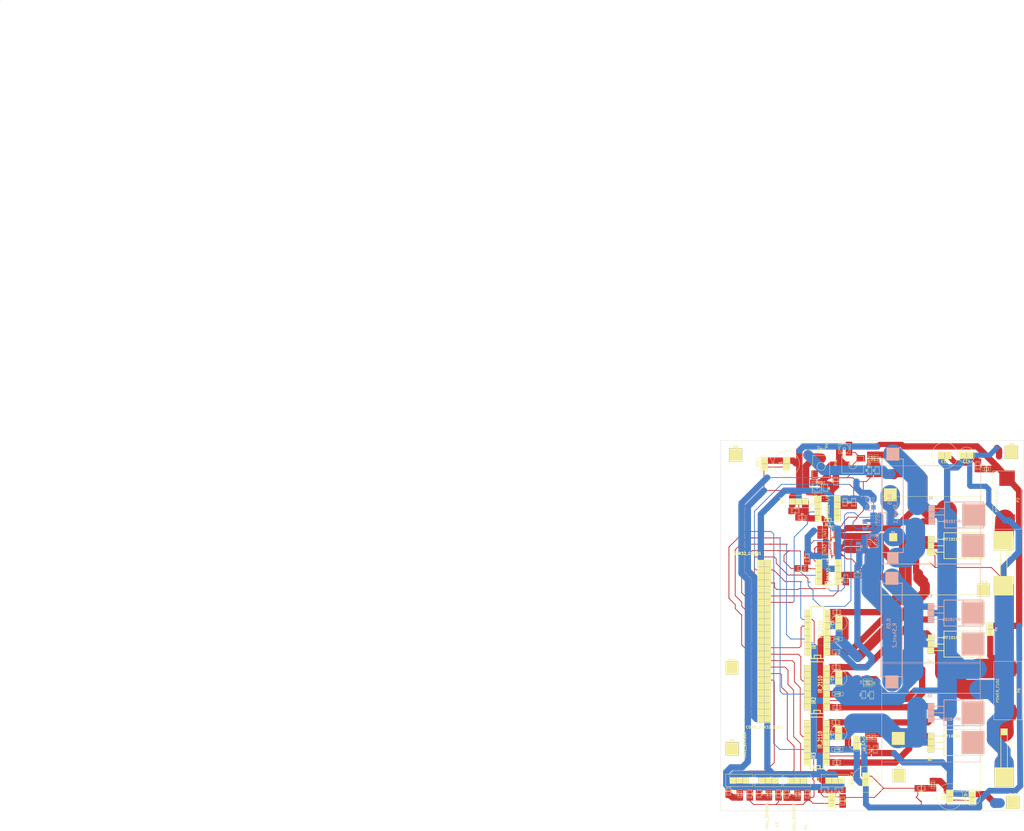
<source format=kicad_pcb>
(kicad_pcb (version 3) (host pcbnew "(22-Jun-2014 BZR 4027)-stable")
  (layers (15 F.Cu signal) (0 B.Cu signal hide) (18 B.Paste user) (19 F.Paste user) (20 B.SilkS user) (21 F.SilkS user) (22 B.Mask user) (23 F.Mask user) (28 Edge.Cuts user))
  (net 0 "")
  (net 1 +3.3V)
  (net 2 +48V)
  (net 3 +5V)
  (net 4 GND)
  (net 5 N-000001)
  (net 6 N-0000010)
  (net 7 N-00000100)
  (net 8 N-00000103)
  (net 9 N-00000104)
  (net 10 N-00000107)
  (net 11 N-0000011)
  (net 12 N-00000110)
  (net 13 N-00000111)
  (net 14 N-00000116)
  (net 15 N-00000117)
  (net 16 N-00000118)
  (net 17 N-0000012)
  (net 18 N-0000013)
  (net 19 N-0000014)
  (net 20 N-0000015)
  (net 21 N-0000017)
  (net 22 N-0000018)
  (net 23 N-0000019)
  (net 24 N-000002)
  (net 25 N-0000020)
  (net 26 N-0000021)
  (net 27 N-0000022)
  (net 28 N-0000026)
  (net 29 N-0000028)
  (net 30 N-0000029)
  (net 31 N-000003)
  (net 32 N-0000030)
  (net 33 N-0000031)
  (net 34 N-0000032)
  (net 35 N-0000033)
  (net 36 N-0000034)
  (net 37 N-0000035)
  (net 38 N-0000036)
  (net 39 N-0000037)
  (net 40 N-0000038)
  (net 41 N-000004)
  (net 42 N-0000040)
  (net 43 N-0000044)
  (net 44 N-000005)
  (net 45 N-000006)
  (net 46 N-0000068)
  (net 47 N-000007)
  (net 48 N-0000074)
  (net 49 N-0000076)
  (net 50 N-000008)
  (net 51 N-0000081)
  (net 52 N-0000082)
  (net 53 N-0000083)
  (net 54 N-0000084)
  (net 55 N-0000085)
  (net 56 N-0000086)
  (net 57 N-0000088)
  (net 58 N-000009)
  (net 59 N-0000097)
  (net 60 VCC)
  (net 61 VDD)
  (module fuse_holder_SMD (layer F.Cu) (at 269.5702 162.6108 270)
    (fp_text reference P6 (at 0 -4.318 270) (layer F.SilkS))
    (fp_text value POWER_FUSE (at 0 4.064 270) (layer F.SilkS))
    (pad 2 smd rect (at 8.636 0 270) (size 6.096 6.096) (layers F.Cu F.Paste F.Mask) (net 18 N-0000013))
    (pad 1 smd rect (at -8.636 0 270) (size 6.096 6.096) (layers F.Cu F.Paste F.Mask) (net 2 +48V))
  )
  (module TO220_Big_Heat_Sink_Drain_Sink (layer F.Cu) (at 239.395 144.399)
    (fp_text reference S6 (at -0.508 6.604) (layer F.SilkS) (effects (font (size 1.016 1.016) (thickness 0.2032))))
    (fp_text value IRF1010N (at 8.128 -2.54) (layer F.SilkS) (effects (font (size 1.016 1.016) (thickness 0.2032))))
    (pad 1 thru_hole rect (at 0 2.54) (size 2.4638 2.4638) (drill 0.127) (layers *.Cu *.Mask F.SilkS) (net 4 GND))
    (pad 2 thru_hole rect (at 0 -2.54) (size 2.4638 2.4638) (drill 0.127) (layers *.Cu *.Mask F.SilkS) (net 8 N-00000103))
    (pad 3 thru_hole rect (at 0 0) (size 2.4638 2.4638) (drill 0.127) (layers *.Cu *.Mask F.SilkS) (net 46 N-0000068))
    (pad 3 thru_hole rect (at 16.51 0) (size 8.89 8.89) (drill 0.127) (layers *.Cu *.SilkS *.Mask) (net 46 N-0000068))
  )
  (module DIP-14__300 (layer F.Cu) (at 194.6148 183.1594 90)
    (fp_text reference IR3 (at -5.08 -1.27 90) (layer F.SilkS) (effects (font (size 1.524 1.143) (thickness 0.3048))))
    (fp_text value IR_2110 (at 1.27 1.27 90) (layer F.SilkS) (effects (font (size 1.524 1.143) (thickness 0.3048))))
    (pad 1 thru_hole rect (at -7.62 3.81 90) (size 2.4638 2.4638) (drill 0.127) (layers *.Cu *.Mask F.SilkS) (net 35 N-0000033))
    (pad 2 thru_hole rect (at -5.08 3.81 90) (size 2.4638 2.4638) (drill 0.127) (layers *.Cu *.Mask F.SilkS) (net 4 GND))
    (pad 3 thru_hole rect (at -2.54 3.81 90) (size 2.4638 2.4638) (drill 0.127) (layers *.Cu *.Mask F.SilkS) (net 60 VCC))
    (pad 4 thru_hole rect (at 0 3.81 90) (size 2.4638 2.4638) (drill 0.127) (layers *.Cu *.Mask F.SilkS))
    (pad 5 thru_hole rect (at 2.54 3.81 90) (size 2.4638 2.4638) (drill 0.127) (layers *.Cu *.Mask F.SilkS) (net 49 N-0000076))
    (pad 6 thru_hole rect (at 5.08 3.81 90) (size 2.4638 2.4638) (drill 0.127) (layers *.Cu *.Mask F.SilkS) (net 37 N-0000035))
    (pad 7 thru_hole rect (at 7.62 3.81 90) (size 2.4638 2.4638) (drill 0.127) (layers *.Cu *.Mask F.SilkS) (net 36 N-0000034))
    (pad 8 thru_hole rect (at 7.62 -3.81 90) (size 2.4638 2.4638) (drill 0.127) (layers *.Cu *.Mask F.SilkS))
    (pad 9 thru_hole rect (at 5.08 -3.81 90) (size 2.4638 2.4638) (drill 0.127) (layers *.Cu *.Mask F.SilkS) (net 61 VDD))
    (pad 10 thru_hole rect (at 2.54 -3.81 90) (size 2.4638 2.4638) (drill 0.127) (layers *.Cu *.Mask F.SilkS) (net 6 N-0000010))
    (pad 11 thru_hole rect (at 0 -3.81 90) (size 2.4638 2.4638) (drill 0.127) (layers *.Cu *.Mask F.SilkS))
    (pad 12 thru_hole rect (at -2.54 -3.81 90) (size 2.4638 2.4638) (drill 0.127) (layers *.Cu *.Mask F.SilkS) (net 5 N-000001))
    (pad 13 thru_hole rect (at -5.08 -3.81 90) (size 2.4638 2.4638) (drill 0.127) (layers *.Cu *.Mask F.SilkS) (net 4 GND))
    (pad 14 thru_hole rect (at -7.62 -3.81 90) (size 2.4638 2.4638) (drill 0.127) (layers *.Cu *.Mask F.SilkS))
  )
  (module TO220_small_Heatsink_stand_reduced_area (layer F.Cu) (at 175.6283 197.9041 270)
    (fp_text reference H2 (at 17.3355 -3.3401 270) (layer F.SilkS) (effects (font (size 1.016 1.016) (thickness 0.2032))))
    (fp_text value HALL_SENSOR (at 13.9065 0.5969 270) (layer F.SilkS) (effects (font (size 1.016 1.016) (thickness 0.2032))))
    (pad 1 thru_hole rect (at 0 2.54 270) (size 2.4638 2.4638) (drill 0.127) (layers *.Cu *.Mask F.SilkS) (net 4 GND))
    (pad 2 thru_hole rect (at 0 -2.54 270) (size 2.4638 2.4638) (drill 0.127) (layers *.Cu *.Mask F.SilkS) (net 31 N-000003))
    (pad 3 thru_hole rect (at 0 0 270) (size 2.4638 2.4638) (drill 0.127) (layers *.Cu *.Mask F.SilkS) (net 3 +5V))
  )
  (module TO220_small_Heatsink_stand_reduced_area (layer F.Cu) (at 164.211 197.8406 270)
    (fp_text reference H3 (at -12.827 1.9304 270) (layer F.SilkS) (effects (font (size 1.016 1.016) (thickness 0.2032))))
    (fp_text value HALL_SENSOR (at -13.843 -2.1336 270) (layer F.SilkS) (effects (font (size 1.016 1.016) (thickness 0.2032))))
    (pad 1 thru_hole rect (at 0 2.54 270) (size 2.4638 2.4638) (drill 0.127) (layers *.Cu *.Mask F.SilkS) (net 4 GND))
    (pad 2 thru_hole rect (at 0 -2.54 270) (size 2.4638 2.4638) (drill 0.127) (layers *.Cu *.Mask F.SilkS) (net 42 N-0000040))
    (pad 3 thru_hole rect (at 0 0 270) (size 2.4638 2.4638) (drill 0.127) (layers *.Cu *.Mask F.SilkS) (net 3 +5V))
  )
  (module 10mm_C (layer F.Cu) (at 213.8426 197.4596 90)
    (fp_text reference C2 (at 0 2.413 90) (layer F.SilkS) (effects (font (size 1.016 1.016) (thickness 0.2032))))
    (fp_text value 1000uF hide)
    (pad 1 thru_hole rect (at -1.27 0 90) (size 2.4638 2.4638) (drill 0.127) (layers *.Cu *.Mask F.SilkS) (net 60 VCC))
    (pad 2 thru_hole rect (at 1.27 0 90) (size 2.4638 2.4638) (drill 0.127) (layers *.Cu *.Mask F.SilkS) (net 4 GND))
  )
  (module DIP-8__300 (layer F.Cu) (at 198.9074 91.2622 90)
    (fp_text reference M2 (at -6.35 0 180) (layer F.SilkS) (effects (font (size 1.27 1.143) (thickness 0.2032))))
    (fp_text value MCP6022-I/P (at 0 0 90) (layer F.SilkS) (effects (font (size 1.27 1.016) (thickness 0.2032))))
    (pad 1 thru_hole rect (at -3.81 3.81 90) (size 2.4638 2.4638) (drill 0.127) (layers *.Cu *.Mask F.SilkS) (net 7 N-00000100))
    (pad 2 thru_hole rect (at -1.27 3.81 90) (size 2.4638 2.4638) (drill 0.127) (layers *.Cu *.Mask F.SilkS) (net 7 N-00000100))
    (pad 3 thru_hole rect (at 1.27 3.81 90) (size 2.4638 2.4638) (drill 0.127) (layers *.Cu *.Mask F.SilkS) (net 29 N-0000028))
    (pad 4 thru_hole rect (at 3.81 3.81 90) (size 2.4638 2.4638) (drill 0.127) (layers *.Cu *.Mask F.SilkS) (net 4 GND))
    (pad 5 thru_hole rect (at 3.81 -3.81 90) (size 2.4638 2.4638) (drill 0.127) (layers *.Cu *.Mask F.SilkS) (net 28 N-0000026))
    (pad 6 thru_hole rect (at 1.27 -3.81 90) (size 2.4638 2.4638) (drill 0.127) (layers *.Cu *.Mask F.SilkS) (net 50 N-000008))
    (pad 7 thru_hole rect (at -1.27 -3.81 90) (size 2.4638 2.4638) (drill 0.127) (layers *.Cu *.Mask F.SilkS) (net 50 N-000008))
    (pad 8 thru_hole rect (at -3.81 -3.81 90) (size 2.4638 2.4638) (drill 0.127) (layers *.Cu *.Mask F.SilkS) (net 1 +3.3V))
  )
  (module R_Shunt (layer B.Cu) (at 224.4344 89.9414 270)
    (fp_text reference R_Shunt_1 (at 2.286 -1.016 270) (layer B.SilkS) (effects (font (size 1.397 1.27) (thickness 0.2032)) (justify mirror)))
    (fp_text value 0.05 (at -2.286 1.27 270) (layer B.SilkS) (effects (font (size 1.397 1.27) (thickness 0.2032)) (justify mirror)))
    (pad 1 thru_hole rect (at -20.066 0 270) (size 5.08 5.08) (drill 0.127) (layers *.Cu *.Mask B.SilkS) (net 48 N-0000074))
    (pad 2 thru_hole rect (at 20.574 0 270) (size 4.445 4.445) (drill 0.127) (layers *.Cu *.Mask B.SilkS) (net 34 N-0000032))
  )
  (module PIN_ARRAY_STM32_25X2 (layer F.Cu) (at 173.6598 140.9954)
    (fp_text reference STM32_CONN1 (at -6.223 -32.131) (layer F.SilkS) (effects (font (size 1.016 1.016) (thickness 0.27432))))
    (fp_text value CONN_STM32_25X2 (at 0.35 35.975) (layer F.SilkS) (effects (font (size 1.016 1.016) (thickness 0.2032))))
    (pad 1 thru_hole rect (at -0.9939 -28.2205 270) (size 2.4638 2.4638) (drill 0.127) (layers *.Cu *.Mask F.SilkS) (net 4 GND))
    (pad 2 thru_hole rect (at 1.524 -28.194 270) (size 2.4638 2.4638) (drill 0.127) (layers *.Cu *.Mask F.SilkS) (net 4 GND))
    (pad 11 thru_hole rect (at -0.9939 -15.5205 270) (size 2.4638 2.4638) (drill 0.127) (layers *.Cu *.Mask F.SilkS))
    (pad 4 thru_hole rect (at 1.5461 -25.6805 270) (size 2.4638 2.4638) (drill 0.127) (layers *.Cu *.Mask F.SilkS) (net 61 VDD))
    (pad 13 thru_hole rect (at -0.9939 -12.9805 270) (size 2.4638 2.4638) (drill 0.127) (layers *.Cu *.Mask F.SilkS) (net 27 N-0000022))
    (pad 6 thru_hole rect (at 1.5461 -23.1405 270) (size 2.4638 2.4638) (drill 0.127) (layers *.Cu *.Mask F.SilkS))
    (pad 15 thru_hole rect (at -0.9939 -10.4405 270) (size 2.4638 2.4638) (drill 0.127) (layers *.Cu *.Mask F.SilkS))
    (pad 8 thru_hole rect (at 1.5461 -20.6005 270) (size 2.4638 2.4638) (drill 0.127) (layers *.Cu *.Mask F.SilkS) (net 43 N-0000044))
    (pad 17 thru_hole rect (at -0.9939 -7.9005 270) (size 2.4638 2.4638) (drill 0.127) (layers *.Cu *.Mask F.SilkS))
    (pad 10 thru_hole rect (at 1.5461 -18.0605 270) (size 2.4638 2.4638) (drill 0.127) (layers *.Cu *.Mask F.SilkS))
    (pad 19 thru_hole rect (at -0.9939 -5.3605 270) (size 2.4638 2.4638) (drill 0.127) (layers *.Cu *.Mask F.SilkS))
    (pad 12 thru_hole rect (at 1.5461 -15.5205 270) (size 2.4638 2.4638) (drill 0.127) (layers *.Cu *.Mask F.SilkS) (net 21 N-0000017))
    (pad 21 thru_hole rect (at -0.9939 -2.8205 270) (size 2.4638 2.4638) (drill 0.127) (layers *.Cu *.Mask F.SilkS))
    (pad 14 thru_hole rect (at 1.5461 -12.9805 270) (size 2.4638 2.4638) (drill 0.127) (layers *.Cu *.Mask F.SilkS) (net 50 N-000008))
    (pad 23 thru_hole rect (at -0.9939 -0.2805 270) (size 2.4638 2.4638) (drill 0.127) (layers *.Cu *.Mask F.SilkS))
    (pad 16 thru_hole rect (at 1.5461 -10.4405 270) (size 2.4638 2.4638) (drill 0.127) (layers *.Cu *.Mask F.SilkS))
    (pad 25 thru_hole rect (at -0.9939 2.2595 270) (size 2.4638 2.4638) (drill 0.127) (layers *.Cu *.Mask F.SilkS) (net 11 N-0000011))
    (pad 18 thru_hole rect (at 1.5461 -7.9005 270) (size 2.4638 2.4638) (drill 0.127) (layers *.Cu *.Mask F.SilkS))
    (pad 27 thru_hole rect (at -0.9939 4.7995 270) (size 2.4638 2.4638) (drill 0.127) (layers *.Cu *.Mask F.SilkS) (net 17 N-0000012))
    (pad 20 thru_hole rect (at 1.5461 -5.3605 270) (size 2.4638 2.4638) (drill 0.127) (layers *.Cu *.Mask F.SilkS))
    (pad 29 thru_hole rect (at -0.9939 7.3395 270) (size 2.4638 2.4638) (drill 0.127) (layers *.Cu *.Mask F.SilkS) (net 5 N-000001))
    (pad 22 thru_hole rect (at 1.5461 -2.8205 270) (size 2.4638 2.4638) (drill 0.127) (layers *.Cu *.Mask F.SilkS))
    (pad 31 thru_hole rect (at -0.9939 9.8795 270) (size 2.4638 2.4638) (drill 0.127) (layers *.Cu *.Mask F.SilkS))
    (pad 24 thru_hole rect (at 1.5461 -0.2805 270) (size 2.4638 2.4638) (drill 0.127) (layers *.Cu *.Mask F.SilkS))
    (pad 26 thru_hole rect (at 1.5461 2.2595 270) (size 2.4638 2.4638) (drill 0.127) (layers *.Cu *.Mask F.SilkS))
    (pad 33 thru_hole rect (at -0.9939 12.4195 270) (size 2.4638 2.4638) (drill 0.127) (layers *.Cu *.Mask F.SilkS))
    (pad 28 thru_hole rect (at 1.5461 4.7995 270) (size 2.4638 2.4638) (drill 0.127) (layers *.Cu *.Mask F.SilkS) (net 41 N-000004))
    (pad 32 thru_hole rect (at 1.5461 9.8795 270) (size 2.4638 2.4638) (drill 0.127) (layers *.Cu *.Mask F.SilkS) (net 6 N-0000010))
    (pad 34 thru_hole rect (at 1.5461 12.4195 270) (size 2.4638 2.4638) (drill 0.127) (layers *.Cu *.Mask F.SilkS) (net 24 N-000002))
    (pad 36 thru_hole rect (at 1.5461 14.9595 270) (size 2.4638 2.4638) (drill 0.127) (layers *.Cu *.Mask F.SilkS) (net 31 N-000003))
    (pad 38 thru_hole rect (at 1.5461 17.4995 270) (size 2.4638 2.4638) (drill 0.127) (layers *.Cu *.Mask F.SilkS) (net 42 N-0000040))
    (pad 35 thru_hole rect (at -0.9939 14.9595 270) (size 2.4638 2.4638) (drill 0.127) (layers *.Cu *.Mask F.SilkS))
    (pad 37 thru_hole rect (at -0.9939 17.4995 270) (size 2.4638 2.4638) (drill 0.127) (layers *.Cu *.Mask F.SilkS))
    (pad 3 thru_hole rect (at -0.9939 -25.6805 270) (size 2.4638 2.4638) (drill 0.127) (layers *.Cu *.Mask F.SilkS) (net 61 VDD))
    (pad 5 thru_hole rect (at -0.9939 -23.1405 270) (size 2.4638 2.4638) (drill 0.127) (layers *.Cu *.Mask F.SilkS))
    (pad 7 thru_hole rect (at -0.9939 -20.6005 270) (size 2.4638 2.4638) (drill 0.127) (layers *.Cu *.Mask F.SilkS))
    (pad 9 thru_hole rect (at -0.9939 -18.0605 270) (size 2.4638 2.4638) (drill 0.127) (layers *.Cu *.Mask F.SilkS) (net 57 N-0000088))
    (pad 39 thru_hole rect (at -0.9939 20.0395 270) (size 2.4638 2.4638) (drill 0.127) (layers *.Cu *.Mask F.SilkS))
    (pad 40 thru_hole rect (at 1.5461 20.0395 270) (size 2.4638 2.4638) (drill 0.127) (layers *.Cu *.Mask F.SilkS))
    (pad 30 thru_hole rect (at 1.5461 7.3395 270) (size 2.4638 2.4638) (drill 0.127) (layers *.Cu *.Mask F.SilkS) (net 58 N-000009))
    (pad 41 thru_hole rect (at -0.9939 22.5795 270) (size 2.4638 2.4638) (drill 0.127) (layers *.Cu *.Mask F.SilkS))
    (pad 42 thru_hole rect (at 1.5461 22.5795 270) (size 2.4638 2.4638) (drill 0.127) (layers *.Cu *.Mask F.SilkS))
    (pad 43 thru_hole rect (at -0.9939 25.1195 270) (size 2.4638 2.4638) (drill 0.127) (layers *.Cu *.Mask F.SilkS))
    (pad 44 thru_hole rect (at 1.5461 25.1195 270) (size 2.4638 2.4638) (drill 0.127) (layers *.Cu *.Mask F.SilkS))
    (pad 45 thru_hole rect (at -0.9939 27.6595 270) (size 2.4638 2.4638) (drill 0.127) (layers *.Cu *.Mask F.SilkS))
    (pad 46 thru_hole rect (at 1.5461 27.6595 270) (size 2.4638 2.4638) (drill 0.127) (layers *.Cu *.Mask F.SilkS))
    (pad 47 thru_hole rect (at -0.9939 30.1995 270) (size 2.4638 2.4638) (drill 0.127) (layers *.Cu *.Mask F.SilkS))
    (pad 48 thru_hole rect (at 1.5461 30.1995 270) (size 2.4638 2.4638) (drill 0.127) (layers *.Cu *.Mask F.SilkS))
    (pad 49 thru_hole rect (at -0.9939 32.7395 270) (size 2.4638 2.4638) (drill 0.127) (layers *.Cu *.Mask F.SilkS) (net 4 GND))
    (pad 50 thru_hole rect (at 1.5461 32.7395 270) (size 2.4638 2.4638) (drill 0.127) (layers *.Cu *.Mask F.SilkS) (net 4 GND))
  )
  (module R_Shunt (layer B.Cu) (at 224.0534 138.6332 270)
    (fp_text reference R_Shunt_2 (at 2.286 -1.016 270) (layer B.SilkS) (effects (font (size 1.397 1.27) (thickness 0.2032)) (justify mirror)))
    (fp_text value 0.05 (at -2.286 1.27 270) (layer B.SilkS) (effects (font (size 1.397 1.27) (thickness 0.2032)) (justify mirror)))
    (pad 1 thru_hole rect (at -20.066 0 270) (size 5.08 5.08) (drill 0.127) (layers *.Cu *.Mask B.SilkS) (net 46 N-0000068))
    (pad 2 thru_hole rect (at 20.574 0 270) (size 5.08 5.08) (drill 0.127) (layers *.Cu *.Mask B.SilkS) (net 53 N-0000083))
  )
  (module PIN_ARRAY_1 (layer F.Cu) (at 223.4184 85.8266)
    (fp_text reference P1 (at 0 -1.905) (layer F.SilkS) (effects (font (size 0.762 0.762) (thickness 0.1524))))
    (fp_text value CONN_1 hide)
    (pad 1 thru_hole rect (at 0 0) (size 5.08 5.08) (drill 0.127) (layers *.Cu *.Mask F.SilkS) (net 51 N-0000081))
  )
  (module PIN_ARRAY_1 (layer F.Cu) (at 224.5614 102.4636)
    (fp_text reference P4 (at 0 -1.905) (layer F.SilkS) (effects (font (size 0.762 0.762) (thickness 0.1524))))
    (fp_text value CONN_1 hide)
    (pad 1 thru_hole rect (at 0 0) (size 3.175 3.175) (drill 0.127) (layers *.Cu *.Mask F.SilkS) (net 52 N-0000082))
  )
  (module DIP-8__300 (layer F.Cu) (at 199.1614 116.1288 90)
    (fp_text reference M1 (at -6.35 0 180) (layer F.SilkS) (effects (font (size 1.27 1.143) (thickness 0.2032))))
    (fp_text value MCP6022-I/P (at 0 0 90) (layer F.SilkS) (effects (font (size 1.27 1.016) (thickness 0.2032))))
    (pad 1 thru_hole rect (at -3.81 3.81 90) (size 2.4638 2.4638) (drill 0.127) (layers *.Cu *.Mask F.SilkS) (net 21 N-0000017))
    (pad 2 thru_hole rect (at -1.27 3.81 90) (size 2.4638 2.4638) (drill 0.127) (layers *.Cu *.Mask F.SilkS) (net 40 N-0000038))
    (pad 3 thru_hole rect (at 1.27 3.81 90) (size 2.4638 2.4638) (drill 0.127) (layers *.Cu *.Mask F.SilkS) (net 39 N-0000037))
    (pad 4 thru_hole rect (at 3.81 3.81 90) (size 2.4638 2.4638) (drill 0.127) (layers *.Cu *.Mask F.SilkS) (net 4 GND))
    (pad 5 thru_hole rect (at 3.81 -3.81 90) (size 2.4638 2.4638) (drill 0.127) (layers *.Cu *.Mask F.SilkS) (net 25 N-0000020))
    (pad 6 thru_hole rect (at 1.27 -3.81 90) (size 2.4638 2.4638) (drill 0.127) (layers *.Cu *.Mask F.SilkS) (net 38 N-0000036))
    (pad 7 thru_hole rect (at -1.27 -3.81 90) (size 2.4638 2.4638) (drill 0.127) (layers *.Cu *.Mask F.SilkS) (net 27 N-0000022))
    (pad 8 thru_hole rect (at -3.81 -3.81 90) (size 2.4638 2.4638) (drill 0.127) (layers *.Cu *.Mask F.SilkS) (net 1 +3.3V))
  )
  (module DIP-14__300 (layer F.Cu) (at 194.691 161.4678 90)
    (fp_text reference IR2 (at -5.08 -1.27 90) (layer F.SilkS) (effects (font (size 1.524 1.143) (thickness 0.3048))))
    (fp_text value IR_2110 (at 1.27 1.27 90) (layer F.SilkS) (effects (font (size 1.524 1.143) (thickness 0.3048))))
    (pad 1 thru_hole rect (at -7.62 3.81 90) (size 2.4638 2.4638) (drill 0.127) (layers *.Cu *.Mask F.SilkS) (net 30 N-0000029))
    (pad 2 thru_hole rect (at -5.08 3.81 90) (size 2.4638 2.4638) (drill 0.127) (layers *.Cu *.Mask F.SilkS) (net 4 GND))
    (pad 3 thru_hole rect (at -2.54 3.81 90) (size 2.4638 2.4638) (drill 0.127) (layers *.Cu *.Mask F.SilkS) (net 60 VCC))
    (pad 4 thru_hole rect (at 0 3.81 90) (size 2.4638 2.4638) (drill 0.127) (layers *.Cu *.Mask F.SilkS))
    (pad 5 thru_hole rect (at 2.54 3.81 90) (size 2.4638 2.4638) (drill 0.127) (layers *.Cu *.Mask F.SilkS) (net 46 N-0000068))
    (pad 6 thru_hole rect (at 5.08 3.81 90) (size 2.4638 2.4638) (drill 0.127) (layers *.Cu *.Mask F.SilkS) (net 33 N-0000031))
    (pad 7 thru_hole rect (at 7.62 3.81 90) (size 2.4638 2.4638) (drill 0.127) (layers *.Cu *.Mask F.SilkS) (net 32 N-0000030))
    (pad 8 thru_hole rect (at 7.62 -3.81 90) (size 2.4638 2.4638) (drill 0.127) (layers *.Cu *.Mask F.SilkS))
    (pad 9 thru_hole rect (at 5.08 -3.81 90) (size 2.4638 2.4638) (drill 0.127) (layers *.Cu *.Mask F.SilkS) (net 61 VDD))
    (pad 10 thru_hole rect (at 2.54 -3.81 90) (size 2.4638 2.4638) (drill 0.127) (layers *.Cu *.Mask F.SilkS) (net 58 N-000009))
    (pad 11 thru_hole rect (at 0 -3.81 90) (size 2.4638 2.4638) (drill 0.127) (layers *.Cu *.Mask F.SilkS))
    (pad 12 thru_hole rect (at -2.54 -3.81 90) (size 2.4638 2.4638) (drill 0.127) (layers *.Cu *.Mask F.SilkS) (net 17 N-0000012))
    (pad 13 thru_hole rect (at -5.08 -3.81 90) (size 2.4638 2.4638) (drill 0.127) (layers *.Cu *.Mask F.SilkS) (net 4 GND))
    (pad 14 thru_hole rect (at -7.62 -3.81 90) (size 2.4638 2.4638) (drill 0.127) (layers *.Cu *.Mask F.SilkS))
  )
  (module DIP-14__300 (layer F.Cu) (at 194.8688 139.8524 90)
    (fp_text reference IR1 (at -5.08 -1.27 90) (layer F.SilkS) (effects (font (size 1.524 1.143) (thickness 0.3048))))
    (fp_text value IR_2110 (at 1.27 1.27 90) (layer F.SilkS) (effects (font (size 1.524 1.143) (thickness 0.3048))))
    (pad 1 thru_hole rect (at -7.62 3.81 90) (size 2.4638 2.4638) (drill 0.127) (layers *.Cu *.Mask F.SilkS) (net 44 N-000005))
    (pad 2 thru_hole rect (at -5.08 3.81 90) (size 2.4638 2.4638) (drill 0.127) (layers *.Cu *.Mask F.SilkS) (net 4 GND))
    (pad 3 thru_hole rect (at -2.54 3.81 90) (size 2.4638 2.4638) (drill 0.127) (layers *.Cu *.Mask F.SilkS) (net 60 VCC))
    (pad 4 thru_hole rect (at 0 3.81 90) (size 2.4638 2.4638) (drill 0.127) (layers *.Cu *.Mask F.SilkS))
    (pad 5 thru_hole rect (at 2.54 3.81 90) (size 2.4638 2.4638) (drill 0.127) (layers *.Cu *.Mask F.SilkS) (net 48 N-0000074))
    (pad 6 thru_hole rect (at 5.08 3.81 90) (size 2.4638 2.4638) (drill 0.127) (layers *.Cu *.Mask F.SilkS) (net 47 N-000007))
    (pad 7 thru_hole rect (at 7.62 3.81 90) (size 2.4638 2.4638) (drill 0.127) (layers *.Cu *.Mask F.SilkS) (net 45 N-000006))
    (pad 8 thru_hole rect (at 7.62 -3.81 90) (size 2.4638 2.4638) (drill 0.127) (layers *.Cu *.Mask F.SilkS))
    (pad 9 thru_hole rect (at 5.08 -3.81 90) (size 2.4638 2.4638) (drill 0.127) (layers *.Cu *.Mask F.SilkS) (net 61 VDD))
    (pad 10 thru_hole rect (at 2.54 -3.81 90) (size 2.4638 2.4638) (drill 0.127) (layers *.Cu *.Mask F.SilkS) (net 41 N-000004))
    (pad 11 thru_hole rect (at 0 -3.81 90) (size 2.4638 2.4638) (drill 0.127) (layers *.Cu *.Mask F.SilkS))
    (pad 12 thru_hole rect (at -2.54 -3.81 90) (size 2.4638 2.4638) (drill 0.127) (layers *.Cu *.Mask F.SilkS) (net 11 N-0000011))
    (pad 13 thru_hole rect (at -5.08 -3.81 90) (size 2.4638 2.4638) (drill 0.127) (layers *.Cu *.Mask F.SilkS) (net 4 GND))
    (pad 14 thru_hole rect (at -7.62 -3.81 90) (size 2.4638 2.4638) (drill 0.127) (layers *.Cu *.Mask F.SilkS))
  )
  (module PIN_ARRAY_1 (layer F.Cu) (at 226.568 181.3814 90)
    (fp_text reference P5 (at 0 -1.905 90) (layer F.SilkS) (effects (font (size 0.762 0.762) (thickness 0.1524))))
    (fp_text value CONN_1 hide)
    (pad 1 thru_hole rect (at 0 0 90) (size 5.08 5.08) (drill 0.127) (layers *.Cu *.Mask F.SilkS) (net 49 N-0000076))
  )
  (module TO220_small_Heatsink_stand_reduced_area (layer F.Cu) (at 186.8805 197.9549 270)
    (fp_text reference H1 (at 18.1737 -3.3909 270) (layer F.SilkS) (effects (font (size 1.016 1.016) (thickness 0.2032))))
    (fp_text value HALL_SENSOR (at 14.3637 1.1811 270) (layer F.SilkS) (effects (font (size 1.016 1.016) (thickness 0.2032))))
    (pad 1 thru_hole rect (at 0 2.54 270) (size 2.4638 2.4638) (drill 0.127) (layers *.Cu *.Mask F.SilkS) (net 4 GND))
    (pad 2 thru_hole rect (at 0 -2.54 270) (size 2.4638 2.4638) (drill 0.127) (layers *.Cu *.Mask F.SilkS) (net 24 N-000002))
    (pad 3 thru_hole rect (at 0 0 270) (size 2.4638 2.4638) (drill 0.127) (layers *.Cu *.Mask F.SilkS) (net 3 +5V))
  )
  (module TO220_small_Heatsink_stand_reduced_area (layer F.Cu) (at 201.7014 197.9422 270)
    (fp_text reference L1 (at -0.635 6.731 270) (layer F.SilkS) (effects (font (size 1.016 1.016) (thickness 0.2032))))
    (fp_text value L7805CV (at -0.127 -6.731 270) (layer F.SilkS) (effects (font (size 1.016 1.016) (thickness 0.2032))))
    (pad 1 thru_hole rect (at 0 2.54 270) (size 2.4638 2.4638) (drill 0.127) (layers *.Cu *.Mask F.SilkS) (net 60 VCC))
    (pad 2 thru_hole rect (at 0 -2.54 270) (size 2.4638 2.4638) (drill 0.127) (layers *.Cu *.Mask F.SilkS) (net 3 +5V))
    (pad 3 thru_hole rect (at 0 0 270) (size 2.4638 2.4638) (drill 0.127) (layers *.Cu *.Mask F.SilkS) (net 4 GND))
  )
  (module TO220_small_Heatsink_stand_reduced_area (layer F.Cu) (at 187.5028 88.4682 270)
    (fp_text reference LF1 (at -0.635 6.731 270) (layer F.SilkS) (effects (font (size 1.016 1.016) (thickness 0.2032))))
    (fp_text value LF33CV (at -0.127 -6.731 270) (layer F.SilkS) (effects (font (size 1.016 1.016) (thickness 0.2032))))
    (pad 1 thru_hole rect (at 0 2.54 270) (size 2.4638 2.4638) (drill 0.127) (layers *.Cu *.Mask F.SilkS) (net 60 VCC))
    (pad 2 thru_hole rect (at 0 -2.54 270) (size 2.4638 2.4638) (drill 0.127) (layers *.Cu *.Mask F.SilkS) (net 1 +3.3V))
    (pad 3 thru_hole rect (at 0 0 270) (size 2.4638 2.4638) (drill 0.127) (layers *.Cu *.Mask F.SilkS) (net 4 GND))
  )
  (module 6mm_C (layer F.Cu) (at 253.3396 70.3072)
    (fp_text reference C14 (at 0 2.413) (layer F.SilkS) (effects (font (size 1.016 1.016) (thickness 0.2032))))
    (fp_text value 100uF hide)
    (pad 1 thru_hole rect (at -1.27 0) (size 2.4638 2.4638) (drill 0.127) (layers *.Cu *.Mask F.SilkS) (net 2 +48V))
    (pad 2 thru_hole rect (at 1.27 0) (size 2.4638 2.4638) (drill 0.127) (layers *.Cu *.Mask F.SilkS) (net 4 GND))
  )
  (module 6mm_C (layer F.Cu) (at 255.5494 204.4954 270)
    (fp_text reference C15 (at 0 2.413 270) (layer F.SilkS) (effects (font (size 1.016 1.016) (thickness 0.2032))))
    (fp_text value 100uF hide)
    (pad 1 thru_hole rect (at -1.27 0 270) (size 2.4638 2.4638) (drill 0.127) (layers *.Cu *.Mask F.SilkS) (net 2 +48V))
    (pad 2 thru_hole rect (at 1.27 0 270) (size 2.4638 2.4638) (drill 0.127) (layers *.Cu *.Mask F.SilkS) (net 4 GND))
  )
  (module 10mm_C (layer F.Cu) (at 246.7356 204.216 270)
    (fp_text reference C12 (at 0 2.413 270) (layer F.SilkS) (effects (font (size 1.016 1.016) (thickness 0.2032))))
    (fp_text value 1000uF hide)
    (pad 1 thru_hole rect (at -1.27 0 270) (size 2.4638 2.4638) (drill 0.127) (layers *.Cu *.Mask F.SilkS) (net 2 +48V))
    (pad 2 thru_hole rect (at 1.27 0 270) (size 2.4638 2.4638) (drill 0.127) (layers *.Cu *.Mask F.SilkS) (net 4 GND))
  )
  (module 10mm_C (layer F.Cu) (at 244.7798 70.4088)
    (fp_text reference C13 (at 0 2.413) (layer F.SilkS) (effects (font (size 1.016 1.016) (thickness 0.2032))))
    (fp_text value 1000uF hide)
    (pad 1 thru_hole rect (at -1.27 0) (size 2.4638 2.4638) (drill 0.127) (layers *.Cu *.Mask F.SilkS) (net 2 +48V))
    (pad 2 thru_hole rect (at 1.27 0) (size 2.4638 2.4638) (drill 0.127) (layers *.Cu *.Mask F.SilkS) (net 4 GND))
  )
  (module 6mm_C (layer F.Cu) (at 210.2866 183.134 90)
    (fp_text reference C4 (at 0 2.413 90) (layer F.SilkS) (effects (font (size 1.016 1.016) (thickness 0.2032))))
    (fp_text value 100uF hide)
    (pad 1 thru_hole rect (at -1.27 0 90) (size 2.4638 2.4638) (drill 0.127) (layers *.Cu *.Mask F.SilkS) (net 60 VCC))
    (pad 2 thru_hole rect (at 1.27 0 90) (size 2.4638 2.4638) (drill 0.127) (layers *.Cu *.Mask F.SilkS) (net 4 GND))
  )
  (module 6mm_C (layer F.Cu) (at 203.2 157.6578 270)
    (fp_text reference C6 (at 0 2.413 270) (layer F.SilkS) (effects (font (size 1.016 1.016) (thickness 0.2032))))
    (fp_text value 100uF hide)
    (pad 1 thru_hole rect (at -1.27 0 270) (size 2.4638 2.4638) (drill 0.127) (layers *.Cu *.Mask F.SilkS) (net 33 N-0000031))
    (pad 2 thru_hole rect (at 1.27 0 270) (size 2.4638 2.4638) (drill 0.127) (layers *.Cu *.Mask F.SilkS) (net 46 N-0000068))
  )
  (module 6mm_C (layer F.Cu) (at 174.0154 73.6854 270)
    (fp_text reference C3 (at 0 2.413 270) (layer F.SilkS) (effects (font (size 1.016 1.016) (thickness 0.2032))))
    (fp_text value 100uF hide)
    (pad 1 thru_hole rect (at -1.27 0 270) (size 2.4638 2.4638) (drill 0.127) (layers *.Cu *.Mask F.SilkS) (net 60 VCC))
    (pad 2 thru_hole rect (at 1.27 0 270) (size 2.4638 2.4638) (drill 0.127) (layers *.Cu *.Mask F.SilkS) (net 4 GND))
  )
  (module 6mm_C (layer F.Cu) (at 203.2508 136.0424 270)
    (fp_text reference C5 (at 0 2.413 270) (layer F.SilkS) (effects (font (size 1.016 1.016) (thickness 0.2032))))
    (fp_text value 100uF hide)
    (pad 1 thru_hole rect (at -1.27 0 270) (size 2.4638 2.4638) (drill 0.127) (layers *.Cu *.Mask F.SilkS) (net 47 N-000007))
    (pad 2 thru_hole rect (at 1.27 0 270) (size 2.4638 2.4638) (drill 0.127) (layers *.Cu *.Mask F.SilkS) (net 48 N-0000074))
  )
  (module 10mm_C (layer F.Cu) (at 182.7276 73.6854 270)
    (fp_text reference C1 (at 0 2.413 270) (layer F.SilkS) (effects (font (size 1.016 1.016) (thickness 0.2032))))
    (fp_text value 1000uF hide)
    (pad 1 thru_hole rect (at -1.27 0 270) (size 2.4638 2.4638) (drill 0.127) (layers *.Cu *.Mask F.SilkS) (net 60 VCC))
    (pad 2 thru_hole rect (at 1.27 0 270) (size 2.4638 2.4638) (drill 0.127) (layers *.Cu *.Mask F.SilkS) (net 4 GND))
  )
  (module 6mm_C (layer F.Cu) (at 203.1238 179.3494 270)
    (fp_text reference C7 (at 0 2.413 270) (layer F.SilkS) (effects (font (size 1.016 1.016) (thickness 0.2032))))
    (fp_text value 100u hide)
    (pad 1 thru_hole rect (at -1.27 0 270) (size 2.4638 2.4638) (drill 0.127) (layers *.Cu *.Mask F.SilkS) (net 37 N-0000035))
    (pad 2 thru_hole rect (at 1.27 0 270) (size 2.4638 2.4638) (drill 0.127) (layers *.Cu *.Mask F.SilkS) (net 49 N-0000076))
  )
  (module 6mm_C (layer F.Cu) (at 200.5076 205.5876 90)
    (fp_text reference C17 (at 0 2.413 90) (layer F.SilkS) (effects (font (size 1.016 1.016) (thickness 0.2032))))
    (fp_text value 100uF hide)
    (pad 1 thru_hole rect (at -1.27 0 90) (size 2.4638 2.4638) (drill 0.127) (layers *.Cu *.Mask F.SilkS) (net 61 VDD))
    (pad 2 thru_hole rect (at 1.27 0 90) (size 2.4638 2.4638) (drill 0.127) (layers *.Cu *.Mask F.SilkS) (net 4 GND))
  )
  (module INA_148 (layer F.Cu) (at 199.0598 100.5586 90)
    (fp_text reference INA1 (at 0 -1.27 90) (layer F.SilkS) (effects (font (size 1.143 1.016) (thickness 0.127))))
    (fp_text value INA148 (at 0 1.27 90) (layer F.SilkS) (effects (font (size 1.016 1.016) (thickness 0.127))))
    (pad 8 smd rect (at -1.905 -3.175 90) (size 1.2192 2.159) (layers F.Cu F.Paste F.Mask))
    (pad 7 smd rect (at -0.635 -3.175 90) (size 1.2192 2.159) (layers F.Cu F.Paste F.Mask) (net 1 +3.3V))
    (pad 6 smd rect (at 0.635 -3.175 90) (size 1.2192 2.159) (layers F.Cu F.Paste F.Mask) (net 39 N-0000037))
    (pad 5 smd rect (at 1.905 -3.175 90) (size 1.2192 2.159) (layers F.Cu F.Paste F.Mask))
    (pad 4 smd rect (at 1.905 3.175 90) (size 1.2192 2.159) (layers F.Cu F.Paste F.Mask) (net 4 GND))
    (pad 3 smd rect (at 0.635 3.175 90) (size 1.2192 2.159) (layers F.Cu F.Paste F.Mask) (net 48 N-0000074))
    (pad 2 smd rect (at -0.635 3.175 90) (size 1.2192 2.159) (layers F.Cu F.Paste F.Mask) (net 34 N-0000032))
    (pad 1 smd rect (at -1.905 3.175 90) (size 1.2192 2.159) (layers F.Cu F.Paste F.Mask) (net 7 N-00000100))
  )
  (module INA_148 (layer F.Cu) (at 199.009 106.807 90)
    (fp_text reference INA2 (at 0 -1.27 90) (layer F.SilkS) (effects (font (size 1.143 1.016) (thickness 0.127))))
    (fp_text value INA148 (at 0 1.27 90) (layer F.SilkS) (effects (font (size 1.016 1.016) (thickness 0.127))))
    (pad 8 smd rect (at -1.905 -3.175 90) (size 1.2192 2.159) (layers F.Cu F.Paste F.Mask))
    (pad 7 smd rect (at -0.635 -3.175 90) (size 1.2192 2.159) (layers F.Cu F.Paste F.Mask) (net 1 +3.3V))
    (pad 6 smd rect (at 0.635 -3.175 90) (size 1.2192 2.159) (layers F.Cu F.Paste F.Mask) (net 25 N-0000020))
    (pad 5 smd rect (at 1.905 -3.175 90) (size 1.2192 2.159) (layers F.Cu F.Paste F.Mask))
    (pad 4 smd rect (at 1.905 3.175 90) (size 1.2192 2.159) (layers F.Cu F.Paste F.Mask) (net 4 GND))
    (pad 3 smd rect (at 0.635 3.175 90) (size 1.2192 2.159) (layers F.Cu F.Paste F.Mask) (net 46 N-0000068))
    (pad 2 smd rect (at -0.635 3.175 90) (size 1.2192 2.159) (layers F.Cu F.Paste F.Mask) (net 53 N-0000083))
    (pad 1 smd rect (at -1.905 3.175 90) (size 1.2192 2.159) (layers F.Cu F.Paste F.Mask) (net 7 N-00000100))
  )
  (module TO220_Big_Heat_Sink_Drain_Sink (layer B.Cu) (at 239.649 93.726)
    (fp_text reference S1 (at -0.508 -6.604) (layer B.SilkS) (effects (font (size 1.016 1.016) (thickness 0.2032)) (justify mirror)))
    (fp_text value IRF1010N (at 8.128 2.54) (layer B.SilkS) (effects (font (size 1.016 1.016) (thickness 0.2032)) (justify mirror)))
    (pad 1 thru_hole rect (at 0 -2.54) (size 2.4638 2.4638) (drill 0.127) (layers *.Cu *.Mask B.SilkS) (net 48 N-0000074))
    (pad 2 thru_hole rect (at 0 2.54) (size 2.4638 2.4638) (drill 0.127) (layers *.Cu *.Mask B.SilkS) (net 9 N-00000104))
    (pad 3 thru_hole rect (at 0 0) (size 2.4638 2.4638) (drill 0.127) (layers *.Cu *.Mask B.SilkS) (net 2 +48V))
    (pad 3 thru_hole rect (at 16.51 0) (size 8.89 8.89) (drill 0.127) (layers *.Cu *.SilkS *.Mask) (net 2 +48V))
  )
  (module TO220_Big_Heat_Sink_Drain_Sink (layer F.Cu) (at 239.395 105.791)
    (fp_text reference S4 (at -0.508 6.604) (layer F.SilkS) (effects (font (size 1.016 1.016) (thickness 0.2032))))
    (fp_text value IRF1010N (at 8.128 -2.54) (layer F.SilkS) (effects (font (size 1.016 1.016) (thickness 0.2032))))
    (pad 1 thru_hole rect (at 0 2.54) (size 2.4638 2.4638) (drill 0.127) (layers *.Cu *.Mask F.SilkS) (net 4 GND))
    (pad 2 thru_hole rect (at 0 -2.54) (size 2.4638 2.4638) (drill 0.127) (layers *.Cu *.Mask F.SilkS) (net 10 N-00000107))
    (pad 3 thru_hole rect (at 0 0) (size 2.4638 2.4638) (drill 0.127) (layers *.Cu *.Mask F.SilkS) (net 48 N-0000074))
    (pad 3 thru_hole rect (at 16.51 0) (size 8.89 8.89) (drill 0.127) (layers *.Cu *.SilkS *.Mask) (net 48 N-0000074))
  )
  (module TO220_Big_Heat_Sink_Drain_Sink (layer B.Cu) (at 239.395 132.207)
    (fp_text reference S3 (at -0.508 -6.604) (layer B.SilkS) (effects (font (size 1.016 1.016) (thickness 0.2032)) (justify mirror)))
    (fp_text value IRF1010N (at 8.128 2.54) (layer B.SilkS) (effects (font (size 1.016 1.016) (thickness 0.2032)) (justify mirror)))
    (pad 1 thru_hole rect (at 0 -2.54) (size 2.4638 2.4638) (drill 0.127) (layers *.Cu *.Mask B.SilkS) (net 46 N-0000068))
    (pad 2 thru_hole rect (at 0 2.54) (size 2.4638 2.4638) (drill 0.127) (layers *.Cu *.Mask B.SilkS) (net 59 N-0000097))
    (pad 3 thru_hole rect (at 0 0) (size 2.4638 2.4638) (drill 0.127) (layers *.Cu *.Mask B.SilkS) (net 2 +48V))
    (pad 3 thru_hole rect (at 16.51 0) (size 8.89 8.89) (drill 0.127) (layers *.Cu *.SilkS *.Mask) (net 2 +48V))
  )
  (module TO220_Big_Heat_Sink_Drain_Sink (layer F.Cu) (at 239.395 183.007)
    (fp_text reference S2 (at -0.508 6.604) (layer F.SilkS) (effects (font (size 1.016 1.016) (thickness 0.2032))))
    (fp_text value IRF1010N (at 8.128 -2.54) (layer F.SilkS) (effects (font (size 1.016 1.016) (thickness 0.2032))))
    (pad 1 thru_hole rect (at 0 2.54) (size 2.4638 2.4638) (drill 0.127) (layers *.Cu *.Mask F.SilkS) (net 4 GND))
    (pad 2 thru_hole rect (at 0 -2.54) (size 2.4638 2.4638) (drill 0.127) (layers *.Cu *.Mask F.SilkS) (net 12 N-00000110))
    (pad 3 thru_hole rect (at 0 0) (size 2.4638 2.4638) (drill 0.127) (layers *.Cu *.Mask F.SilkS) (net 49 N-0000076))
    (pad 3 thru_hole rect (at 16.51 0) (size 8.89 8.89) (drill 0.127) (layers *.Cu *.SilkS *.Mask) (net 49 N-0000076))
  )
  (module TO220_Big_Heat_Sink_Drain_Sink (layer B.Cu) (at 239.395 171.323)
    (fp_text reference S5 (at -0.508 -6.604) (layer B.SilkS) (effects (font (size 1.016 1.016) (thickness 0.2032)) (justify mirror)))
    (fp_text value IRF1010N (at 8.128 2.54) (layer B.SilkS) (effects (font (size 1.016 1.016) (thickness 0.2032)) (justify mirror)))
    (pad 1 thru_hole rect (at 0 -2.54) (size 2.4638 2.4638) (drill 0.127) (layers *.Cu *.Mask B.SilkS) (net 49 N-0000076))
    (pad 2 thru_hole rect (at 0 2.54) (size 2.4638 2.4638) (drill 0.127) (layers *.Cu *.Mask B.SilkS) (net 13 N-00000111))
    (pad 3 thru_hole rect (at 0 0) (size 2.4638 2.4638) (drill 0.127) (layers *.Cu *.Mask B.SilkS) (net 2 +48V))
    (pad 3 thru_hole rect (at 16.51 0) (size 8.89 8.89) (drill 0.127) (layers *.Cu *.SilkS *.Mask) (net 2 +48V))
  )
  (module ACS712 (layer B.Cu) (at 220.0402 95.3008 270)
    (fp_text reference ACS1 (at 0 1.27 270) (layer B.SilkS) (effects (font (size 1.143 1.016) (thickness 0.127)) (justify mirror)))
    (fp_text value ACS712 (at 0 -1.27 270) (layer B.SilkS) (effects (font (size 1.016 1.016) (thickness 0.127)) (justify mirror)))
    (pad 8 smd rect (at -1.905 3.175 270) (size 1.2192 2.54) (layers B.Cu B.Paste B.Mask) (net 3 +5V))
    (pad 7 smd rect (at -0.635 3.175 270) (size 1.2192 2.54) (layers B.Cu B.Paste B.Mask) (net 43 N-0000044))
    (pad 6 smd rect (at 0.635 3.175 270) (size 1.2192 2.54) (layers B.Cu B.Paste B.Mask) (net 20 N-0000015))
    (pad 5 smd rect (at 1.905 3.175 270) (size 1.2192 2.54) (layers B.Cu B.Paste B.Mask) (net 4 GND))
    (pad 4 smd rect (at 1.905 -3.175 270) (size 1.2192 2.54) (layers B.Cu B.Paste B.Mask) (net 34 N-0000032))
    (pad 3 smd rect (at 0.635 -3.175 270) (size 1.2192 2.54) (layers B.Cu B.Paste B.Mask) (net 34 N-0000032))
    (pad 2 smd rect (at -0.635 -3.175 270) (size 1.2192 2.54) (layers B.Cu B.Paste B.Mask) (net 51 N-0000081))
    (pad 1 smd rect (at -1.905 -3.175 270) (size 1.2192 2.54) (layers B.Cu B.Paste B.Mask) (net 51 N-0000081))
  )
  (module ACS712 (layer B.Cu) (at 216.535 103.9876 270)
    (fp_text reference ACS2 (at 0 1.27 270) (layer B.SilkS) (effects (font (size 1.143 1.016) (thickness 0.127)) (justify mirror)))
    (fp_text value ACS712 (at 0 -1.27 270) (layer B.SilkS) (effects (font (size 1.016 1.016) (thickness 0.127)) (justify mirror)))
    (pad 8 smd rect (at -1.905 3.175 270) (size 1.2192 2.54) (layers B.Cu B.Paste B.Mask) (net 3 +5V))
    (pad 7 smd rect (at -0.635 3.175 270) (size 1.2192 2.54) (layers B.Cu B.Paste B.Mask) (net 57 N-0000088))
    (pad 6 smd rect (at 0.635 3.175 270) (size 1.2192 2.54) (layers B.Cu B.Paste B.Mask) (net 54 N-0000084))
    (pad 5 smd rect (at 1.905 3.175 270) (size 1.2192 2.54) (layers B.Cu B.Paste B.Mask) (net 4 GND))
    (pad 4 smd rect (at 1.905 -3.175 270) (size 1.2192 2.54) (layers B.Cu B.Paste B.Mask) (net 53 N-0000083))
    (pad 3 smd rect (at 0.635 -3.175 270) (size 1.2192 2.54) (layers B.Cu B.Paste B.Mask) (net 53 N-0000083))
    (pad 2 smd rect (at -0.635 -3.175 270) (size 1.2192 2.54) (layers B.Cu B.Paste B.Mask) (net 52 N-0000082))
    (pad 1 smd rect (at -1.905 -3.175 270) (size 1.2192 2.54) (layers B.Cu B.Paste B.Mask) (net 52 N-0000082))
  )
  (module R_1206 (layer F.Cu) (at 202.0062 175.1076 180)
    (fp_text reference R19 (at 0.0254 -1.2954 180) (layer F.SilkS) (effects (font (size 0.50038 0.50038) (thickness 0.11938))))
    (fp_text value 36 hide)
    (pad 1 smd rect (at 1.397 0 180) (size 2.54 2.54) (layers F.Cu F.Paste F.Mask) (net 36 N-0000034))
    (pad 2 smd rect (at -1.397 0 180) (size 2.54 2.54) (layers F.Cu F.Paste F.Mask) (net 13 N-00000111))
  )
  (module R_1206 (layer F.Cu) (at 182.8292 203.2 270)
    (fp_text reference R24 (at 0.0254 -1.2954 270) (layer F.SilkS) (effects (font (size 0.50038 0.50038) (thickness 0.11938))))
    (fp_text value 1k hide)
    (pad 1 smd rect (at 1.397 0 270) (size 2.54 2.54) (layers F.Cu F.Paste F.Mask) (net 16 N-00000118))
    (pad 2 smd rect (at -1.397 0 270) (size 2.54 2.54) (layers F.Cu F.Paste F.Mask) (net 4 GND))
  )
  (module R_1206 (layer F.Cu) (at 190.8556 203.2 270)
    (fp_text reference R21 (at 0.0254 -1.2954 270) (layer F.SilkS) (effects (font (size 0.50038 0.50038) (thickness 0.11938))))
    (fp_text value 1k hide)
    (pad 1 smd rect (at 1.397 0 270) (size 2.54 2.54) (layers F.Cu F.Paste F.Mask) (net 61 VDD))
    (pad 2 smd rect (at -1.397 0 270) (size 2.54 2.54) (layers F.Cu F.Paste F.Mask) (net 24 N-000002))
  )
  (module R_1206 (layer F.Cu) (at 171.958 203.0476 270)
    (fp_text reference R25 (at 0.0254 -1.2954 270) (layer F.SilkS) (effects (font (size 0.50038 0.50038) (thickness 0.11938))))
    (fp_text value 1k hide)
    (pad 1 smd rect (at 1.397 0 270) (size 2.54 2.54) (layers F.Cu F.Paste F.Mask) (net 14 N-00000116))
    (pad 2 smd rect (at -1.397 0 270) (size 2.54 2.54) (layers F.Cu F.Paste F.Mask) (net 4 GND))
  )
  (module R_1206 (layer F.Cu) (at 179.6034 203.1238 270)
    (fp_text reference R22 (at 0.0254 -1.2954 270) (layer F.SilkS) (effects (font (size 0.50038 0.50038) (thickness 0.11938))))
    (fp_text value 1k hide)
    (pad 1 smd rect (at 1.397 0 270) (size 2.54 2.54) (layers F.Cu F.Paste F.Mask) (net 61 VDD))
    (pad 2 smd rect (at -1.397 0 270) (size 2.54 2.54) (layers F.Cu F.Paste F.Mask) (net 31 N-000003))
  )
  (module R_1206 (layer F.Cu) (at 168.3258 203.1238 270)
    (fp_text reference R23 (at 0.0254 -1.2954 270) (layer F.SilkS) (effects (font (size 0.50038 0.50038) (thickness 0.11938))))
    (fp_text value 1k hide)
    (pad 1 smd rect (at 1.397 0 270) (size 2.54 2.54) (layers F.Cu F.Paste F.Mask) (net 61 VDD))
    (pad 2 smd rect (at -1.397 0 270) (size 2.54 2.54) (layers F.Cu F.Paste F.Mask) (net 42 N-0000040))
  )
  (module R_1206 (layer F.Cu) (at 210.6676 117.2718)
    (fp_text reference R5 (at 0.0254 -1.2954) (layer F.SilkS) (effects (font (size 0.50038 0.50038) (thickness 0.11938))))
    (fp_text value 1k hide)
    (pad 1 smd rect (at 1.397 0) (size 2.54 2.54) (layers F.Cu F.Paste F.Mask) (net 7 N-00000100))
    (pad 2 smd rect (at -1.397 0) (size 2.54 2.54) (layers F.Cu F.Paste F.Mask) (net 40 N-0000038))
  )
  (module R_1206 (layer F.Cu) (at 190.8556 110.5408 90)
    (fp_text reference R8 (at 0.0254 -1.2954 90) (layer F.SilkS) (effects (font (size 0.50038 0.50038) (thickness 0.11938))))
    (fp_text value 1k hide)
    (pad 1 smd rect (at 1.397 0 90) (size 2.54 2.54) (layers F.Cu F.Paste F.Mask) (net 7 N-00000100))
    (pad 2 smd rect (at -1.397 0 90) (size 2.54 2.54) (layers F.Cu F.Paste F.Mask) (net 38 N-0000036))
  )
  (module R_1206 (layer F.Cu) (at 188.5696 114.681 180)
    (fp_text reference R11 (at 0.0254 -1.2954 180) (layer F.SilkS) (effects (font (size 0.50038 0.50038) (thickness 0.11938))))
    (fp_text value 1k hide)
    (pad 1 smd rect (at 1.397 0 180) (size 2.54 2.54) (layers F.Cu F.Paste F.Mask) (net 27 N-0000022))
    (pad 2 smd rect (at -1.397 0 180) (size 2.54 2.54) (layers F.Cu F.Paste F.Mask) (net 38 N-0000036))
  )
  (module R_1206 (layer F.Cu) (at 205.994 118.6688 90)
    (fp_text reference R9 (at 0.0254 -1.2954 90) (layer F.SilkS) (effects (font (size 0.50038 0.50038) (thickness 0.11938))))
    (fp_text value 1k hide)
    (pad 1 smd rect (at 1.397 0 90) (size 2.54 2.54) (layers F.Cu F.Paste F.Mask) (net 40 N-0000038))
    (pad 2 smd rect (at -1.397 0 90) (size 2.54 2.54) (layers F.Cu F.Paste F.Mask) (net 21 N-0000017))
  )
  (module R_1206 (layer F.Cu) (at 160.0708 202.057 270)
    (fp_text reference R26 (at 0.0254 -1.2954 270) (layer F.SilkS) (effects (font (size 0.50038 0.50038) (thickness 0.11938))))
    (fp_text value 1k hide)
    (pad 1 smd rect (at 1.397 0 270) (size 2.54 2.54) (layers F.Cu F.Paste F.Mask) (net 15 N-00000117))
    (pad 2 smd rect (at -1.397 0 270) (size 2.54 2.54) (layers F.Cu F.Paste F.Mask) (net 4 GND))
  )
  (module R_1206 (layer F.Cu) (at 218.2368 76.2254 90)
    (fp_text reference R1 (at 0.0254 -1.2954 90) (layer F.SilkS) (effects (font (size 0.50038 0.50038) (thickness 0.11938))))
    (fp_text value 1k hide)
    (pad 1 smd rect (at 1.397 0 90) (size 2.54 2.54) (layers F.Cu F.Paste F.Mask) (net 26 N-0000021))
    (pad 2 smd rect (at -1.397 0 90) (size 2.54 2.54) (layers F.Cu F.Paste F.Mask) (net 2 +48V))
  )
  (module R_1206 (layer F.Cu) (at 215.3666 76.2762 90)
    (fp_text reference R3 (at 0.0254 -1.2954 90) (layer F.SilkS) (effects (font (size 0.50038 0.50038) (thickness 0.11938))))
    (fp_text value 1k hide)
    (pad 1 smd rect (at 1.397 0 90) (size 2.54 2.54) (layers F.Cu F.Paste F.Mask) (net 26 N-0000021))
    (pad 2 smd rect (at -1.397 0 90) (size 2.54 2.54) (layers F.Cu F.Paste F.Mask) (net 4 GND))
  )
  (module R_1206 (layer F.Cu) (at 216.1032 164.3888 90)
    (fp_text reference R13 (at 0.0254 -1.2954 90) (layer F.SilkS) (effects (font (size 0.50038 0.50038) (thickness 0.11938))))
    (fp_text value 1k hide)
    (pad 1 smd rect (at 1.397 0 90) (size 2.54 2.54) (layers F.Cu F.Paste F.Mask) (net 23 N-0000019))
    (pad 2 smd rect (at -1.397 0 90) (size 2.54 2.54) (layers F.Cu F.Paste F.Mask) (net 2 +48V))
  )
  (module R_1206 (layer F.Cu) (at 212.979 164.2872 90)
    (fp_text reference R15 (at 0.0254 -1.2954 90) (layer F.SilkS) (effects (font (size 0.50038 0.50038) (thickness 0.11938))))
    (fp_text value 1k hide)
    (pad 1 smd rect (at 1.397 0 90) (size 2.54 2.54) (layers F.Cu F.Paste F.Mask) (net 23 N-0000019))
    (pad 2 smd rect (at -1.397 0 90) (size 2.54 2.54) (layers F.Cu F.Paste F.Mask) (net 4 GND))
  )
  (module R_1206 (layer F.Cu) (at 217.5256 185.7248 90)
    (fp_text reference R17 (at 0.0254 -1.2954 90) (layer F.SilkS) (effects (font (size 0.50038 0.50038) (thickness 0.11938))))
    (fp_text value 1k hide)
    (pad 1 smd rect (at 1.397 0 90) (size 2.54 2.54) (layers F.Cu F.Paste F.Mask) (net 22 N-0000018))
    (pad 2 smd rect (at -1.397 0 90) (size 2.54 2.54) (layers F.Cu F.Paste F.Mask) (net 2 +48V))
  )
  (module R_1206 (layer F.Cu) (at 214.5538 185.7248 90)
    (fp_text reference R18 (at 0.0254 -1.2954 90) (layer F.SilkS) (effects (font (size 0.50038 0.50038) (thickness 0.11938))))
    (fp_text value 1k hide)
    (pad 1 smd rect (at 1.397 0 90) (size 2.54 2.54) (layers F.Cu F.Paste F.Mask) (net 22 N-0000018))
    (pad 2 smd rect (at -1.397 0 90) (size 2.54 2.54) (layers F.Cu F.Paste F.Mask) (net 4 GND))
  )
  (module R_1206 (layer F.Cu) (at 202.438 190.8302 180)
    (fp_text reference R20 (at 0.0254 -1.2954 180) (layer F.SilkS) (effects (font (size 0.50038 0.50038) (thickness 0.11938))))
    (fp_text value 36 hide)
    (pad 1 smd rect (at 1.397 0 180) (size 2.54 2.54) (layers F.Cu F.Paste F.Mask) (net 35 N-0000033))
    (pad 2 smd rect (at -1.397 0 180) (size 2.54 2.54) (layers F.Cu F.Paste F.Mask) (net 12 N-00000110))
  )
  (module R_1206 (layer F.Cu) (at 202.1586 153.416 180)
    (fp_text reference R14 (at 0.0254 -1.2954 180) (layer F.SilkS) (effects (font (size 0.50038 0.50038) (thickness 0.11938))))
    (fp_text value 36 hide)
    (pad 1 smd rect (at 1.397 0 180) (size 2.54 2.54) (layers F.Cu F.Paste F.Mask) (net 32 N-0000030))
    (pad 2 smd rect (at -1.397 0 180) (size 2.54 2.54) (layers F.Cu F.Paste F.Mask) (net 59 N-0000097))
  )
  (module R_1206 (layer F.Cu) (at 202.4888 169.164 180)
    (fp_text reference R16 (at 0.0254 -1.2954 180) (layer F.SilkS) (effects (font (size 0.50038 0.50038) (thickness 0.11938))))
    (fp_text value 36 hide)
    (pad 1 smd rect (at 1.397 0 180) (size 2.54 2.54) (layers F.Cu F.Paste F.Mask) (net 30 N-0000029))
    (pad 2 smd rect (at -1.397 0 180) (size 2.54 2.54) (layers F.Cu F.Paste F.Mask) (net 8 N-00000103))
  )
  (module R_1206 (layer F.Cu) (at 198.0438 83.1342 270)
    (fp_text reference R6 (at 0.0254 -1.2954 270) (layer F.SilkS) (effects (font (size 0.50038 0.50038) (thickness 0.11938))))
    (fp_text value 3.9k hide)
    (pad 1 smd rect (at 1.397 0 270) (size 2.54 2.54) (layers F.Cu F.Paste F.Mask) (net 2 +48V))
    (pad 2 smd rect (at -1.397 0 270) (size 2.54 2.54) (layers F.Cu F.Paste F.Mask) (net 28 N-0000026))
  )
  (module R_1206 (layer F.Cu) (at 202.0824 80.5434 90)
    (fp_text reference R10 (at 0.0254 -1.2954 90) (layer F.SilkS) (effects (font (size 0.50038 0.50038) (thickness 0.11938))))
    (fp_text value 1k hide)
    (pad 1 smd rect (at 1.397 0 90) (size 2.54 2.54) (layers F.Cu F.Paste F.Mask) (net 4 GND))
    (pad 2 smd rect (at -1.397 0 90) (size 2.54 2.54) (layers F.Cu F.Paste F.Mask) (net 28 N-0000026))
  )
  (module R_1206 (layer F.Cu) (at 202.057 147.4724 180)
    (fp_text reference R4 (at 0.0254 -1.2954 180) (layer F.SilkS) (effects (font (size 0.50038 0.50038) (thickness 0.11938))))
    (fp_text value 36 hide)
    (pad 1 smd rect (at 1.397 0 180) (size 2.54 2.54) (layers F.Cu F.Paste F.Mask) (net 44 N-000005))
    (pad 2 smd rect (at -1.397 0 180) (size 2.54 2.54) (layers F.Cu F.Paste F.Mask) (net 10 N-00000107))
  )
  (module R_1206 (layer F.Cu) (at 202.4126 131.8514 180)
    (fp_text reference R2 (at 0.0254 -1.2954 180) (layer F.SilkS) (effects (font (size 0.50038 0.50038) (thickness 0.11938))))
    (fp_text value 36 hide)
    (pad 1 smd rect (at 1.397 0 180) (size 2.54 2.54) (layers F.Cu F.Paste F.Mask) (net 45 N-000006))
    (pad 2 smd rect (at -1.397 0 180) (size 2.54 2.54) (layers F.Cu F.Paste F.Mask) (net 9 N-00000104))
  )
  (module R_1206 (layer F.Cu) (at 205.6638 88.7476 270)
    (fp_text reference R12 (at 0.0254 -1.2954 270) (layer F.SilkS) (effects (font (size 0.50038 0.50038) (thickness 0.11938))))
    (fp_text value 1k hide)
    (pad 1 smd rect (at 1.397 0 270) (size 2.54 2.54) (layers F.Cu F.Paste F.Mask) (net 29 N-0000028))
    (pad 2 smd rect (at -1.397 0 270) (size 2.54 2.54) (layers F.Cu F.Paste F.Mask) (net 4 GND))
  )
  (module R_1206 (layer F.Cu) (at 209.0674 88.7476 90)
    (fp_text reference R7 (at 0.0254 -1.2954 90) (layer F.SilkS) (effects (font (size 0.50038 0.50038) (thickness 0.11938))))
    (fp_text value 1k hide)
    (pad 1 smd rect (at 1.397 0 90) (size 2.54 2.54) (layers F.Cu F.Paste F.Mask) (net 61 VDD))
    (pad 2 smd rect (at -1.397 0 90) (size 2.54 2.54) (layers F.Cu F.Paste F.Mask) (net 29 N-0000028))
  )
  (module c_1206 (layer F.Cu) (at 186.1058 92.1512)
    (fp_text reference C8 (at 0.0254 -1.2954) (layer F.SilkS) (effects (font (size 0.50038 0.50038) (thickness 0.11938))))
    (fp_text value 0.1uF hide)
    (pad 1 smd rect (at 1.397 0) (size 2.54 2.54) (layers F.Cu F.Paste F.Mask) (net 4 GND))
    (pad 2 smd rect (at -1.397 0) (size 2.54 2.54) (layers F.Cu F.Paste F.Mask) (net 60 VCC))
  )
  (module c_1206 (layer F.Cu) (at 188.8236 94.6912)
    (fp_text reference C9 (at 0.0254 -1.2954) (layer F.SilkS) (effects (font (size 0.50038 0.50038) (thickness 0.11938))))
    (fp_text value 2.2uF hide)
    (pad 1 smd rect (at 1.397 0) (size 2.54 2.54) (layers F.Cu F.Paste F.Mask) (net 1 +3.3V))
    (pad 2 smd rect (at -1.397 0) (size 2.54 2.54) (layers F.Cu F.Paste F.Mask) (net 4 GND))
  )
  (module c_1206 (layer F.Cu) (at 197.7136 201.4982 180)
    (fp_text reference C11 (at 0.0254 -1.2954 180) (layer F.SilkS) (effects (font (size 0.50038 0.50038) (thickness 0.11938))))
    (fp_text value 0.33uF hide)
    (pad 1 smd rect (at 1.397 0 180) (size 2.54 2.54) (layers F.Cu F.Paste F.Mask) (net 4 GND))
    (pad 2 smd rect (at -1.397 0 180) (size 2.54 2.54) (layers F.Cu F.Paste F.Mask) (net 60 VCC))
  )
  (module c_1206 (layer F.Cu) (at 203.2889 201.5109 180)
    (fp_text reference C10 (at 0.0254 -1.2954 180) (layer F.SilkS) (effects (font (size 0.50038 0.50038) (thickness 0.11938))))
    (fp_text value 0.1uF hide)
    (pad 1 smd rect (at 1.397 0 180) (size 2.54 2.54) (layers F.Cu F.Paste F.Mask) (net 4 GND))
    (pad 2 smd rect (at -1.397 0 180) (size 2.54 2.54) (layers F.Cu F.Paste F.Mask) (net 3 +5V))
  )
  (module c_1206 (layer B.Cu) (at 213.4616 97.7138 90)
    (fp_text reference C19 (at 0.0254 1.2954 90) (layer B.SilkS) (effects (font (size 0.50038 0.50038) (thickness 0.11938)) (justify mirror)))
    (fp_text value 1nF hide)
    (pad 1 smd rect (at 1.397 0 90) (size 1.6002 1.8034) (layers B.Cu B.Paste B.Mask) (net 20 N-0000015))
    (pad 2 smd rect (at -1.397 0 90) (size 1.6002 1.8034) (layers B.Cu B.Paste B.Mask) (net 4 GND))
  )
  (module c_1206 (layer B.Cu) (at 215.4428 90.7288)
    (fp_text reference C18 (at 0.0254 1.2954) (layer B.SilkS) (effects (font (size 0.50038 0.50038) (thickness 0.11938)) (justify mirror)))
    (fp_text value 0.1uF hide)
    (pad 1 smd rect (at 1.397 0) (size 1.6002 1.8034) (layers B.Cu B.Paste B.Mask) (net 3 +5V))
    (pad 2 smd rect (at -1.397 0) (size 1.6002 1.8034) (layers B.Cu B.Paste B.Mask) (net 4 GND))
  )
  (module c_1206 (layer B.Cu) (at 210.9216 106.1974 90)
    (fp_text reference C21 (at 0.0254 1.2954 90) (layer B.SilkS) (effects (font (size 0.50038 0.50038) (thickness 0.11938)) (justify mirror)))
    (fp_text value 1nF hide)
    (pad 1 smd rect (at 1.397 0 90) (size 1.6002 1.8034) (layers B.Cu B.Paste B.Mask) (net 54 N-0000084))
    (pad 2 smd rect (at -1.397 0 90) (size 1.6002 1.8034) (layers B.Cu B.Paste B.Mask) (net 4 GND))
  )
  (module c_1206 (layer B.Cu) (at 215.4428 87.7316)
    (fp_text reference C20 (at 0.0254 1.2954) (layer B.SilkS) (effects (font (size 0.50038 0.50038) (thickness 0.11938)) (justify mirror)))
    (fp_text value 0.1uF hide)
    (pad 1 smd rect (at 1.397 0) (size 1.6002 1.8034) (layers B.Cu B.Paste B.Mask) (net 3 +5V))
    (pad 2 smd rect (at -1.397 0) (size 1.6002 1.8034) (layers B.Cu B.Paste B.Mask) (net 4 GND))
  )
  (module LED-1206 (layer F.Cu) (at 164.3888 203.0984 270)
    (fp_text reference D4 (at 0.254 -1.524 270) (layer F.SilkS) (effects (font (size 0.762 0.762) (thickness 0.0889))))
    (fp_text value LED (at 0 1.524 270) (layer F.SilkS) (effects (font (size 0.762 0.762) (thickness 0.0889))))
    (pad 1 smd rect (at -1.41986 0 270) (size 2.54 2.54) (layers F.Cu F.Paste F.Mask) (net 42 N-0000040))
    (pad 2 smd rect (at 1.41986 0 270) (size 2.54 2.54) (layers F.Cu F.Paste F.Mask) (net 15 N-00000117))
  )
  (module LED-1206 (layer F.Cu) (at 175.7934 203.073 270)
    (fp_text reference D3 (at 0.254 -1.524 270) (layer F.SilkS) (effects (font (size 0.762 0.762) (thickness 0.0889))))
    (fp_text value LED (at 0 1.524 270) (layer F.SilkS) (effects (font (size 0.762 0.762) (thickness 0.0889))))
    (pad 1 smd rect (at -1.41986 0 270) (size 2.54 2.54) (layers F.Cu F.Paste F.Mask) (net 31 N-000003))
    (pad 2 smd rect (at 1.41986 0 270) (size 2.54 2.54) (layers F.Cu F.Paste F.Mask) (net 14 N-00000116))
  )
  (module LED-1206 (layer F.Cu) (at 187.071 203.2254 270)
    (fp_text reference D2 (at 0.254 -1.524 270) (layer F.SilkS) (effects (font (size 0.762 0.762) (thickness 0.0889))))
    (fp_text value LED (at 0 1.524 270) (layer F.SilkS) (effects (font (size 0.762 0.762) (thickness 0.0889))))
    (pad 1 smd rect (at -1.41986 0 270) (size 2.54 2.54) (layers F.Cu F.Paste F.Mask) (net 24 N-000002))
    (pad 2 smd rect (at 1.41986 0 270) (size 2.54 2.54) (layers F.Cu F.Paste F.Mask) (net 16 N-00000118))
  )
  (module R_1206 (layer F.Cu) (at 235.6104 200.9394 180)
    (fp_text reference R27 (at 0.0254 -1.2954 180) (layer F.SilkS) (effects (font (size 0.50038 0.50038) (thickness 0.11938))))
    (fp_text value R hide)
    (pad 1 smd rect (at 1.397 0 180) (size 2.54 2.54) (layers F.Cu F.Paste F.Mask) (net 4 GND))
    (pad 2 smd rect (at -1.397 0 180) (size 2.54 2.54) (layers F.Cu F.Paste F.Mask) (net 55 N-0000085))
  )
  (module R_1206 (layer F.Cu) (at 257.81 74.3204 270)
    (fp_text reference R28 (at 0.0254 -1.2954 270) (layer F.SilkS) (effects (font (size 0.50038 0.50038) (thickness 0.11938))))
    (fp_text value R hide)
    (pad 1 smd rect (at 1.397 0 270) (size 2.54 2.54) (layers F.Cu F.Paste F.Mask) (net 56 N-0000086))
    (pad 2 smd rect (at -1.397 0 270) (size 2.54 2.54) (layers F.Cu F.Paste F.Mask) (net 4 GND))
  )
  (module LED-1206 (layer F.Cu) (at 240.1824 199.517 270)
    (fp_text reference D5 (at 0.254 -1.524 270) (layer F.SilkS) (effects (font (size 0.762 0.762) (thickness 0.0889))))
    (fp_text value LED (at 0 1.524 270) (layer F.SilkS) (effects (font (size 0.762 0.762) (thickness 0.0889))))
    (pad 1 smd rect (at -1.41986 0 270) (size 2.54 2.54) (layers F.Cu F.Paste F.Mask) (net 2 +48V))
    (pad 2 smd rect (at 1.41986 0 270) (size 2.54 2.54) (layers F.Cu F.Paste F.Mask) (net 55 N-0000085))
  )
  (module LED-1206 (layer F.Cu) (at 261.1882 75.7174 180)
    (fp_text reference D1 (at 0.254 -1.524 180) (layer F.SilkS) (effects (font (size 0.762 0.762) (thickness 0.0889))))
    (fp_text value LED (at 0 1.524 180) (layer F.SilkS) (effects (font (size 0.762 0.762) (thickness 0.0889))))
    (pad 1 smd rect (at -1.41986 0 180) (size 2.54 2.54) (layers F.Cu F.Paste F.Mask) (net 60 VCC))
    (pad 2 smd rect (at 1.41986 0 180) (size 2.54 2.54) (layers F.Cu F.Paste F.Mask) (net 56 N-0000086))
  )
  (module fuse_holder_SMD (layer F.Cu) (at 269.24 87.9094 270)
    (fp_text reference P2 (at 0 -4.318 270) (layer F.SilkS))
    (fp_text value POWER_FUSE (at 0 4.064 270) (layer F.SilkS))
    (pad 2 smd rect (at 8.636 0 270) (size 6.096 6.096) (layers F.Cu F.Paste F.Mask) (net 19 N-0000014))
    (pad 1 smd rect (at -8.636 0 270) (size 6.096 6.096) (layers F.Cu F.Paste F.Mask) (net 60 VCC))
  )
  (module pin_2 (layer F.Cu) (at 262.50392 138.55954 90)
    (fp_text reference P3 (at 0 2.54 90) (layer F.SilkS) (effects (font (size 0.762 0.762) (thickness 0.1524))))
    (fp_text value CONN_2 hide)
    (pad 1 thru_hole rect (at -1.27 0 90) (size 2.4638 2.4638) (drill 0.127) (layers *.Cu *.Mask F.SilkS) (net 2 +48V))
    (pad 2 thru_hole rect (at 1.27 0 90) (size 2.4638 2.4638) (drill 0.127) (layers *.Cu *.Mask F.SilkS) (net 60 VCC))
  )
  (module Trimmer_20K_1.5mmW_4.5mmL_3.8mmH (layer F.Cu) (at 194.691 82.8294 180)
    (fp_text reference RV3 (at 1.5875 -6.9342 180) (layer F.SilkS))
    (fp_text value POT (at -0.254 -9.9568 180) (layer F.SilkS))
    (pad 1 smd rect (at 0 -2.0066 180) (size 2.54 2.54) (layers F.Cu F.Paste F.Mask) (net 2 +48V))
    (pad 2 smd rect (at -1.4478 1.8034 180) (size 2.54 2.54) (layers F.Cu F.Paste F.Mask) (net 28 N-0000026))
    (pad 3 smd rect (at 1.4478 1.8034 180) (size 2.54 2.54) (layers F.Cu F.Paste F.Mask))
  )
  (module Trimmer_20K_1.5mmW_4.5mmL_3.8mmH (layer F.Cu) (at 205.4098 67.7164 90)
    (fp_text reference RV1 (at 1.5875 -6.9342 90) (layer F.SilkS))
    (fp_text value POT (at -0.254 -9.9568 90) (layer F.SilkS))
    (pad 1 smd rect (at 0 -2.0066 90) (size 2.54 2.54) (layers F.Cu F.Paste F.Mask) (net 28 N-0000026))
    (pad 2 smd rect (at -1.4478 1.8034 90) (size 2.54 2.54) (layers F.Cu F.Paste F.Mask) (net 4 GND))
    (pad 3 smd rect (at 1.4478 1.8034 90) (size 2.54 2.54) (layers F.Cu F.Paste F.Mask))
  )
  (module Trimmer_100K_5.21mmW_6.71mmL (layer F.Cu) (at 196.2912 74.7014)
    (fp_text reference RV4 (at 0.762 -6.6802) (layer F.SilkS))
    (fp_text value POT (at 0.2286 6.477) (layer F.SilkS))
    (pad 1 smd rect (at 0 -3.1877) (size 2.54 3.3274) (layers F.Cu F.Paste F.Mask) (net 2 +48V))
    (pad 2 smd rect (at 2.54 3.1877) (size 2.54 3.3274) (layers F.Cu F.Paste F.Mask) (net 28 N-0000026))
    (pad 3 smd rect (at -2.54 3.1877) (size 2.54 3.3274) (layers F.Cu F.Paste F.Mask))
  )
  (module Trimmer_100K_5.21mmW_6.71mmL (layer F.Cu) (at 208.6864 74.041 90)
    (fp_text reference RV2 (at 0.762 -6.6802 90) (layer F.SilkS))
    (fp_text value POT (at 0.2286 6.477 90) (layer F.SilkS))
    (pad 1 smd rect (at 0 -3.1877 90) (size 2.54 3.81) (layers F.Cu F.Paste F.Mask) (net 28 N-0000026))
    (pad 2 smd rect (at 2.54 3.1877 90) (size 2.54 3.3274) (layers F.Cu F.Paste F.Mask) (net 4 GND))
    (pad 3 smd rect (at -2.54 3.1877 90) (size 2.54 3.3274) (layers F.Cu F.Paste F.Mask))
  )
  (module LED-1206 (layer F.Cu) (at 217.8812 71.5772 270)
    (fp_text reference D10 (at 0.254 -1.524 270) (layer F.SilkS) (effects (font (size 0.762 0.762) (thickness 0.0889))))
    (fp_text value LED (at 0 1.524 270) (layer F.SilkS) (effects (font (size 0.762 0.762) (thickness 0.0889))))
    (pad 1 smd rect (at -1.41986 0 270) (size 2.54 2.54) (layers F.Cu F.Paste F.Mask) (net 48 N-0000074))
    (pad 2 smd rect (at 1.41986 0 270) (size 2.54 2.54) (layers F.Cu F.Paste F.Mask) (net 26 N-0000021))
  )
  (module LED-1206 (layer F.Cu) (at 215.5952 71.5772 90)
    (fp_text reference D11 (at 0.254 -1.524 90) (layer F.SilkS) (effects (font (size 0.762 0.762) (thickness 0.0889))))
    (fp_text value LED (at 0 1.524 90) (layer F.SilkS) (effects (font (size 0.762 0.762) (thickness 0.0889))))
    (pad 1 smd rect (at -1.41986 0 90) (size 2.54 2.54) (layers F.Cu F.Paste F.Mask) (net 26 N-0000021))
    (pad 2 smd rect (at 1.41986 0 90) (size 2.54 2.54) (layers F.Cu F.Paste F.Mask) (net 48 N-0000074))
  )
  (module LED-1206 (layer F.Cu) (at 215.5825 159.6009 270)
    (fp_text reference D8 (at 0.254 -1.524 270) (layer F.SilkS) (effects (font (size 0.762 0.762) (thickness 0.0889))))
    (fp_text value LED (at 0 1.524 270) (layer F.SilkS) (effects (font (size 0.762 0.762) (thickness 0.0889))))
    (pad 1 smd rect (at -1.41986 0 270) (size 2.54 2.54) (layers F.Cu F.Paste F.Mask) (net 46 N-0000068))
    (pad 2 smd rect (at 1.41986 0 270) (size 2.54 2.54) (layers F.Cu F.Paste F.Mask) (net 23 N-0000019))
  )
  (module LED-1206 (layer F.Cu) (at 213.5505 159.6009 90)
    (fp_text reference D9 (at 0.254 -1.524 90) (layer F.SilkS) (effects (font (size 0.762 0.762) (thickness 0.0889))))
    (fp_text value LED (at 0 1.524 90) (layer F.SilkS) (effects (font (size 0.762 0.762) (thickness 0.0889))))
    (pad 1 smd rect (at -1.41986 0 90) (size 2.54 2.54) (layers F.Cu F.Paste F.Mask) (net 23 N-0000019))
    (pad 2 smd rect (at 1.41986 0 90) (size 2.54 2.54) (layers F.Cu F.Paste F.Mask) (net 46 N-0000068))
  )
  (module LED-1206 (layer F.Cu) (at 214.8205 181.0385 270)
    (fp_text reference D6 (at 0.254 -1.524 270) (layer F.SilkS) (effects (font (size 0.762 0.762) (thickness 0.0889))))
    (fp_text value LED (at 0 1.524 270) (layer F.SilkS) (effects (font (size 0.762 0.762) (thickness 0.0889))))
    (pad 1 smd rect (at -1.41986 0 270) (size 2.54 2.54) (layers F.Cu F.Paste F.Mask) (net 49 N-0000076))
    (pad 2 smd rect (at 1.41986 0 270) (size 2.54 2.54) (layers F.Cu F.Paste F.Mask) (net 22 N-0000018))
  )
  (module LED-1206 (layer F.Cu) (at 216.8525 181.0385 90)
    (fp_text reference D7 (at 0.254 -1.524 90) (layer F.SilkS) (effects (font (size 0.762 0.762) (thickness 0.0889))))
    (fp_text value LED (at 0 1.524 90) (layer F.SilkS) (effects (font (size 0.762 0.762) (thickness 0.0889))))
    (pad 1 smd rect (at -1.41986 0 90) (size 2.54 2.54) (layers F.Cu F.Paste F.Mask) (net 22 N-0000018))
    (pad 2 smd rect (at 1.41986 0 90) (size 2.54 2.54) (layers F.Cu F.Paste F.Mask) (net 49 N-0000076))
  )
  (module SOD-123 (layer F.Cu) (at 202.6666 185.6994)
    (fp_text reference 1N3 (at -0.0508 -0.4064) (layer F.SilkS) (effects (font (size 0.254 0.254) (thickness 0.0508))))
    (fp_text value 1N4003 (at 0 0) (layer F.SilkS) (effects (font (size 0.4318 0.4318) (thickness 0.0889))))
    (pad 1 smd rect (at -1.6256 -0.0254) (size 2.54 2.54) (layers F.Cu F.Paste F.Mask) (net 60 VCC))
    (pad 2 smd rect (at 1.651 -0.0254) (size 2.54 2.54) (layers F.Cu F.Paste F.Mask) (net 37 N-0000035))
  )
  (module SOD-123 (layer F.Cu) (at 202.7682 163.9824)
    (fp_text reference 1N2 (at -0.0508 -0.4064) (layer F.SilkS) (effects (font (size 0.254 0.254) (thickness 0.0508))))
    (fp_text value 1N4003 (at 0 0) (layer F.SilkS) (effects (font (size 0.4318 0.4318) (thickness 0.0889))))
    (pad 1 smd rect (at -1.6256 -0.0254) (size 2.54 2.54) (layers F.Cu F.Paste F.Mask) (net 60 VCC))
    (pad 2 smd rect (at 1.651 -0.0254) (size 2.54 2.54) (layers F.Cu F.Paste F.Mask) (net 33 N-0000031))
  )
  (module SOD-123 (layer F.Cu) (at 202.2856 142.4178)
    (fp_text reference 1N1 (at -0.0508 -0.4064) (layer F.SilkS) (effects (font (size 0.254 0.254) (thickness 0.0508))))
    (fp_text value 1N4003 (at 0 0) (layer F.SilkS) (effects (font (size 0.4318 0.4318) (thickness 0.0889))))
    (pad 1 smd rect (at -1.6256 -0.0254) (size 2.54 2.54) (layers F.Cu F.Paste F.Mask) (net 60 VCC))
    (pad 2 smd rect (at 1.651 -0.0254) (size 2.54 2.54) (layers F.Cu F.Paste F.Mask) (net 47 N-000007))
  )
  (module c_1206 (layer F.Cu) (at 204.7494 205.9178 270)
    (fp_text reference C16 (at 0.0254 -1.2954 270) (layer F.SilkS) (effects (font (size 0.50038 0.50038) (thickness 0.11938))))
    (fp_text value 10uF hide)
    (pad 1 smd rect (at 1.397 0 270) (size 2.54 2.54) (layers F.Cu F.Paste F.Mask) (net 61 VDD))
    (pad 2 smd rect (at -1.397 0 270) (size 2.54 2.54) (layers F.Cu F.Paste F.Mask) (net 4 GND))
  )
  (module 1pin (layer F.Cu) (at 161.3154 153.6954)
    (fp_text reference P12 (at 0 -3.048) (layer F.SilkS) (effects (font (size 1.016 1.016) (thickness 0.254))))
    (fp_text value CONN_1 hide)
    (pad 1 thru_hole rect (at 0 0) (size 5.08 5.08) (drill 0.127) (layers *.Cu *.Mask F.SilkS))
  )
  (module 1pin (layer F.Cu) (at 161.4424 185.4454)
    (fp_text reference P7 (at 0 -3.048) (layer F.SilkS) (effects (font (size 1.016 1.016) (thickness 0.254))))
    (fp_text value CONN_1 hide)
    (pad 1 thru_hole rect (at 0 0) (size 5.08 5.08) (drill 0.127) (layers *.Cu *.Mask F.SilkS))
  )
  (module 1pin (layer F.Cu) (at 270.9164 69.1896)
    (fp_text reference P8 (at 0 -3.048) (layer F.SilkS) (effects (font (size 1.016 1.016) (thickness 0.254))))
    (fp_text value CONN_1 hide)
    (pad 1 thru_hole rect (at 0 0) (size 5.08 5.08) (drill 0.127) (layers *.Cu *.Mask F.SilkS))
  )
  (module 1pin (layer F.Cu) (at 162.7632 70.1548)
    (fp_text reference P9 (at 0 -3.048) (layer F.SilkS) (effects (font (size 1.016 1.016) (thickness 0.254))))
    (fp_text value CONN_1 hide)
    (pad 1 thru_hole rect (at 0 0) (size 5.08 5.08) (drill 0.127) (layers *.Cu *.Mask F.SilkS))
  )
  (module 1pin (layer F.Cu) (at 271.4498 206.502)
    (fp_text reference P10 (at 0 -3.048) (layer F.SilkS) (effects (font (size 1.016 1.016) (thickness 0.254))))
    (fp_text value CONN_1 hide)
    (pad 1 thru_hole rect (at 0 0) (size 5.08 5.08) (drill 0.127) (layers *.Cu *.Mask F.SilkS))
  )
  (module 1pin (layer F.Cu) (at 226.822 195.961)
    (fp_text reference P11 (at 0 -3.048) (layer F.SilkS) (effects (font (size 1.016 1.016) (thickness 0.254))))
    (fp_text value CONN_1 hide)
    (pad 1 thru_hole rect (at 0 0) (size 5.08 5.08) (drill 0.127) (layers *.Cu *.Mask F.SilkS))
  )
  (module 1pin (layer F.Cu) (at 259.969 123.19)
    (fp_text reference P13 (at 0 -3.048) (layer F.SilkS) (effects (font (size 1.016 1.016) (thickness 0.254))))
    (fp_text value CONN_1 hide)
    (pad 1 thru_hole rect (at 0 0) (size 5.08 5.08) (drill 0.127) (layers *.Cu *.Mask F.SilkS))
  )
  (module Battery_2x1 (layer F.Cu) (at 267.8938 113.3602 270)
    (fp_text reference BT1 (at -4.699 -2.54 270) (layer F.SilkS) (effects (font (size 1.016 1.016) (thickness 0.2032))))
    (fp_text value BATTERY_12V hide)
    (pad 1 thru_hole rect (at -9.525 0 270) (size 7.62 7.62) (drill 0.127) (layers *.Cu *.Mask F.SilkS) (net 19 N-0000014))
    (pad 2 thru_hole rect (at 8.128 0 270) (size 7.62 7.62) (drill 0.127) (layers *.Cu *.Mask F.SilkS) (net 4 GND))
  )
  (module Battery_2x1 (layer F.Cu) (at 268.0716 188.4172 270)
    (fp_text reference BT2 (at -4.699 -2.54 270) (layer F.SilkS) (effects (font (size 1.016 1.016) (thickness 0.2032))))
    (fp_text value BATTERY_48 hide)
    (pad 1 thru_hole rect (at -9.525 0 270) (size 2.4638 2.4638) (drill 0.127) (layers *.Cu *.Mask F.SilkS) (net 18 N-0000013))
    (pad 2 thru_hole rect (at 8.128 0 270) (size 7.62 7.62) (drill 0.127) (layers *.Cu *.Mask F.SilkS) (net 4 GND))
  )
  (gr_line (start 171.45 209.804) (end 156.972 209.804) (angle 90) (layer Edge.Cuts) (width 0.1))
  (gr_line (start 275.844 64.516) (end 275.844 209.804) (angle 90) (layer Edge.Cuts) (width 0.1))
  (gr_line (start 260.858 64.516) (end 275.844 64.516) (angle 90) (layer Edge.Cuts) (width 0.1))
  (gr_line (start 171.45 209.804) (end 275.844 209.804) (angle 90) (layer Edge.Cuts) (width 0.1))
  (gr_line (start 156.972 64.516) (end 156.972 209.804) (angle 90) (layer Edge.Cuts) (width 0.1))
  (gr_line (start 260.858 64.516) (end 156.972 64.516) (angle 90) (layer Edge.Cuts) (width 0.1))
  (gr_line (start -125.73 -108.204) (end -125.73 -107.442) (angle 90) (layer Edge.Cuts) (width 0.1))
  (segment (start 197.9168 117.0178) (end 197.9168 119.202198) (width 2.4638) (layer F.Cu) (net 1))
  (segment (start 197.180198 119.9388) (end 195.3514 119.9388) (width 2.4638) (layer F.Cu) (net 1))
  (segment (start 197.9168 119.202198) (end 197.180198 119.9388) (width 2.4638) (layer F.Cu) (net 1))
  (segment (start 198.031098 103.847902) (end 198.031098 104.965502) (width 2.032) (layer F.Cu) (net 1))
  (segment (start 198.0438 104.978204) (end 198.0438 107.124498) (width 2.032) (layer F.Cu) (net 1))
  (segment (start 198.031098 104.965502) (end 198.0438 104.978204) (width 2.032) (layer F.Cu) (net 1))
  (segment (start 198.031098 100.2538) (end 198.031098 103.847902) (width 2.032) (layer F.Cu) (net 1))
  (segment (start 198.031098 103.847902) (end 198.0184 103.8606) (width 2.032) (layer F.Cu) (net 1))
  (segment (start 198.0438 107.124498) (end 198.0438 107.442) (width 2.032) (layer F.Cu) (net 1))
  (segment (start 195.834 107.442) (end 198.0438 107.442) (width 1.2192) (layer F.Cu) (net 1))
  (segment (start 198.0438 109.7534) (end 198.0438 107.124498) (width 2.032) (layer F.Cu) (net 1))
  (segment (start 197.9168 119.0244) (end 197.9168 117.0178) (width 2.4638) (layer F.Cu) (net 1))
  (segment (start 197.9168 117.0178) (end 197.9168 111.8108) (width 2.4638) (layer F.Cu) (net 1))
  (segment (start 195.3514 119.9388) (end 197.0024 119.9388) (width 2.4638) (layer F.Cu) (net 1))
  (segment (start 197.9168 111.8108) (end 197.9168 109.8804) (width 2.032) (layer F.Cu) (net 1))
  (segment (start 197.9168 109.8804) (end 198.0438 109.7534) (width 2.032) (layer F.Cu) (net 1))
  (segment (start 195.8848 101.1936) (end 198.031098 101.1936) (width 1.2192) (layer F.Cu) (net 1))
  (segment (start 198.031098 101.1936) (end 198.031098 100.2538) (width 2.032) (layer F.Cu) (net 1))
  (segment (start 198.031098 100.2538) (end 198.031098 98.1202) (width 2.032) (layer F.Cu) (net 1))
  (segment (start 196.6976 95.0722) (end 195.0974 95.0722) (width 2.032) (layer F.Cu) (net 1))
  (segment (start 198.031098 96.405698) (end 198.031098 98.1202) (width 2.032) (layer F.Cu) (net 1))
  (segment (start 196.6976 95.0722) (end 198.031098 96.405698) (width 2.032) (layer F.Cu) (net 1))
  (segment (start 190.2206 94.6912) (end 190.2206 88.646) (width 2.4638) (layer F.Cu) (net 1))
  (segment (start 190.2206 88.646) (end 190.0428 88.4682) (width 2.4638) (layer F.Cu) (net 1))
  (segment (start 190.0428 88.4682) (end 190.0428 93.7768) (width 2.4638) (layer F.Cu) (net 1))
  (segment (start 190.0428 93.7768) (end 191.3382 95.0722) (width 2.4638) (layer F.Cu) (net 1))
  (segment (start 191.3382 95.0722) (end 195.0974 95.0722) (width 2.4638) (layer F.Cu) (net 1))
  (segment (start 197.866 107.2134) (end 197.866 106.9848) (width 1.016) (layer F.Cu) (net 1))
  (segment (start 197.4088 107.442) (end 195.834 107.442) (width 1.016) (layer F.Cu) (net 1))
  (segment (start 197.866 106.9848) (end 197.4088 107.442) (width 1.016) (layer F.Cu) (net 1))
  (segment (start 197.866 107.2134) (end 197.739 107.3404) (width 1.905) (layer F.Cu) (net 1))
  (segment (start 198.031098 101.1936) (end 197.866 101.1936) (width 1.016) (layer F.Cu) (net 1))
  (segment (start 198.0438 101.1936) (end 198.2724 101.4222) (width 1.016) (layer F.Cu) (net 1))
  (segment (start 197.866 101.1936) (end 198.0438 101.1936) (width 1.016) (layer F.Cu) (net 1))
  (segment (start 260.8072 203.2254) (end 264.3886 206.8068) (width 2.4638) (layer F.Cu) (net 2))
  (segment (start 264.3886 206.8068) (end 264.4648 206.7306) (width 3.81) (layer B.Cu) (net 2))
  (segment (start 264.4648 206.7306) (end 266.446 206.7306) (width 3.81) (layer B.Cu) (net 2))
  (segment (start 264.4648 206.7306) (end 266.446 206.7306) (width 2.4638) (layer B.Cu) (net 2))
  (via (at 264.3886 206.8068) (size 0.127) (layers F.Cu B.Cu) (net 2))
  (segment (start 255.5494 203.2254) (end 260.8072 203.2254) (width 2.4638) (layer F.Cu) (net 2))
  (segment (start 240.1824 198.09714) (end 242.95354 198.09714) (width 2.4638) (layer F.Cu) (net 2))
  (segment (start 245.618 201.8284) (end 246.7356 202.946) (width 2.4638) (layer F.Cu) (net 2))
  (segment (start 245.7196 200.8632) (end 245.618 201.8284) (width 2.4638) (layer F.Cu) (net 2))
  (segment (start 242.95354 198.09714) (end 245.7196 200.8632) (width 2.4638) (layer F.Cu) (net 2))
  (segment (start 196.2912 71.5137) (end 193.3321 71.5137) (width 2.54) (layer F.Cu) (net 2))
  (segment (start 191.4398 84.836) (end 194.691 84.836) (width 2.54) (layer F.Cu) (net 2))
  (segment (start 190.3476 83.7438) (end 191.4398 84.836) (width 2.54) (layer F.Cu) (net 2))
  (segment (start 190.3476 74.4982) (end 190.3476 83.7438) (width 2.54) (layer F.Cu) (net 2))
  (segment (start 193.3321 71.5137) (end 190.3476 74.4982) (width 2.54) (layer F.Cu) (net 2))
  (segment (start 262.6614 139.8524) (end 262.6614 148.9202) (width 2.4638) (layer F.Cu) (net 2))
  (segment (start 262.6614 148.9202) (end 267.4112 153.9748) (width 2.4638) (layer F.Cu) (net 2))
  (segment (start 267.4112 153.9748) (end 269.5702 153.9748) (width 2.4638) (layer F.Cu) (net 2))
  (segment (start 269.5702 153.9748) (end 257.683 153.9494) (width 7.62) (layer F.Cu) (net 2))
  (segment (start 250.825 154.2542) (end 245.7196 149.1488) (width 7.62) (layer B.Cu) (net 2))
  (segment (start 257.3782 154.2542) (end 250.825 154.2542) (width 7.62) (layer B.Cu) (net 2))
  (segment (start 257.4798 154.1526) (end 257.3782 154.2542) (width 7.62) (layer B.Cu) (net 2))
  (via (at 257.4798 154.1526) (size 0.127) (layers F.Cu B.Cu) (net 2))
  (segment (start 257.683 153.9494) (end 257.4798 154.1526) (width 7.62) (layer F.Cu) (net 2))
  (segment (start 196.2912 71.5137) (end 192.5193 71.5137) (width 3.81) (layer F.Cu) (net 2))
  (segment (start 192.5193 71.5137) (end 191.1858 70.1802) (width 3.81) (layer F.Cu) (net 2))
  (via (at 191.1858 70.1802) (size 0.127) (layers F.Cu B.Cu) (net 2))
  (segment (start 191.1858 70.1802) (end 197.2056 76.2) (width 3.81) (layer B.Cu) (net 2))
  (segment (start 197.2056 76.2) (end 220.3196 76.2) (width 3.81) (layer B.Cu) (net 2))
  (segment (start 220.3196 76.2) (end 221.8436 77.724) (width 3.81) (layer B.Cu) (net 2))
  (segment (start 221.8436 77.724) (end 223.647 77.724) (width 3.81) (layer B.Cu) (net 2))
  (via (at 223.647 77.724) (size 0.127) (layers F.Cu B.Cu) (net 2))
  (segment (start 223.647 77.724) (end 223.6724 77.6986) (width 3.81) (layer F.Cu) (net 2))
  (segment (start 223.6724 77.6986) (end 224.663 77.6986) (width 3.81) (layer F.Cu) (net 2))
  (segment (start 224.663 77.6986) (end 224.7646 77.8002) (width 3.81) (layer F.Cu) (net 2))
  (segment (start 224.7646 77.8002) (end 224.7646 77.6986) (width 3.81) (layer F.Cu) (net 2))
  (segment (start 245.7196 75.0824) (end 249.555 75.0824) (width 2.4638) (layer B.Cu) (net 2))
  (segment (start 252.0696 72.5678) (end 252.0696 70.3072) (width 2.4638) (layer B.Cu) (net 2))
  (segment (start 249.555 75.0824) (end 252.0696 72.5678) (width 2.4638) (layer B.Cu) (net 2))
  (segment (start 245.7196 94.8182) (end 245.7196 75.0824) (width 2.4638) (layer B.Cu) (net 2))
  (segment (start 245.7196 75.0824) (end 245.7196 75.0316) (width 2.4638) (layer B.Cu) (net 2))
  (segment (start 243.5098 72.8218) (end 243.5098 70.4088) (width 2.4638) (layer B.Cu) (net 2))
  (segment (start 245.7196 75.0316) (end 243.5098 72.8218) (width 2.4638) (layer B.Cu) (net 2))
  (segment (start 219.1131 187.1345) (end 224.8789 187.1345) (width 2.4638) (layer F.Cu) (net 2))
  (segment (start 243.7892 190.7794) (end 246.8372 193.8274) (width 2.4638) (layer B.Cu) (net 2))
  (segment (start 228.5238 190.7794) (end 243.7892 190.7794) (width 2.4638) (layer B.Cu) (net 2))
  (segment (start 224.8916 187.1472) (end 228.5238 190.7794) (width 2.4638) (layer B.Cu) (net 2))
  (via (at 224.8916 187.1472) (size 0.127) (layers F.Cu B.Cu) (net 2))
  (segment (start 224.8789 187.1345) (end 224.8916 187.1472) (width 2.4638) (layer F.Cu) (net 2))
  (segment (start 216.8525 187.1345) (end 219.1131 187.1345) (width 1.905) (layer F.Cu) (net 2))
  (segment (start 219.1131 187.1345) (end 219.1258 187.1472) (width 1.905) (layer F.Cu) (net 2))
  (segment (start 217.8812 77.6732) (end 220.1926 77.6732) (width 1.905) (layer F.Cu) (net 2))
  (segment (start 220.1926 77.6732) (end 220.218 77.6986) (width 1.905) (layer F.Cu) (net 2))
  (segment (start 220.218 77.6986) (end 224.7646 77.6986) (width 2.4638) (layer F.Cu) (net 2))
  (segment (start 237.5408 93.726) (end 239.649 93.726) (width 2.4638) (layer F.Cu) (net 2))
  (segment (start 224.7646 77.6986) (end 235.5342 77.6986) (width 2.4638) (layer F.Cu) (net 2))
  (segment (start 235.5342 77.6986) (end 236.8296 78.994) (width 2.4638) (layer F.Cu) (net 2))
  (segment (start 236.8296 78.994) (end 236.8296 93.0148) (width 2.4638) (layer F.Cu) (net 2))
  (segment (start 236.8296 93.0148) (end 237.5408 93.726) (width 2.4638) (layer F.Cu) (net 2))
  (via (at 233.1466 162.6362) (size 0.127) (layers F.Cu B.Cu) (net 2))
  (segment (start 217.6653 165.6969) (end 217.805 165.8366) (width 2.4638) (layer F.Cu) (net 2))
  (segment (start 217.805 165.8366) (end 229.9462 165.8366) (width 2.4638) (layer F.Cu) (net 2))
  (segment (start 229.9462 165.8366) (end 233.1466 162.6362) (width 2.4638) (layer F.Cu) (net 2))
  (segment (start 215.5825 165.6969) (end 217.6653 165.6969) (width 1.524) (layer F.Cu) (net 2))
  (segment (start 233.1466 162.6362) (end 245.7196 162.6362) (width 2.4638) (layer B.Cu) (net 2))
  (segment (start 245.7196 162.6362) (end 245.5164 162.6362) (width 2.4638) (layer B.Cu) (net 2))
  (segment (start 245.5164 162.6362) (end 245.7196 162.6362) (width 2.4638) (layer B.Cu) (net 2))
  (segment (start 246.7356 202.946) (end 255.5494 203.2254) (width 2.4638) (layer B.Cu) (net 2))
  (segment (start 246.7356 202.946) (end 246.8372 193.8274) (width 2.4638) (layer B.Cu) (net 2))
  (segment (start 246.8372 193.8274) (end 246.8372 171.7802) (width 2.4638) (layer B.Cu) (net 2))
  (segment (start 246.8372 171.7802) (end 245.7196 170.6626) (width 2.4638) (layer B.Cu) (net 2))
  (segment (start 245.7196 94.8182) (end 243.2812 94.8182) (width 2.4638) (layer B.Cu) (net 2))
  (segment (start 242.189 93.726) (end 239.649 93.726) (width 2.4638) (layer B.Cu) (net 2))
  (segment (start 243.2812 94.8182) (end 242.189 93.726) (width 2.4638) (layer B.Cu) (net 2))
  (segment (start 245.7196 134.0104) (end 245.7196 121.4882) (width 7.62) (layer B.Cu) (net 2))
  (segment (start 245.7196 121.4882) (end 245.7196 94.8182) (width 7.62) (layer B.Cu) (net 2))
  (segment (start 245.7196 94.8182) (end 245.4402 94.5388) (width 7.62) (layer B.Cu) (net 2))
  (segment (start 245.7196 170.6626) (end 242.7732 170.6626) (width 2.4638) (layer B.Cu) (net 2))
  (segment (start 242.1128 171.323) (end 239.395 171.323) (width 2.4638) (layer B.Cu) (net 2))
  (segment (start 242.7732 170.6626) (end 242.1128 171.323) (width 2.4638) (layer B.Cu) (net 2))
  (segment (start 245.7196 134.0104) (end 245.7196 149.1488) (width 7.62) (layer B.Cu) (net 2))
  (segment (start 245.7196 149.1488) (end 245.7196 162.6362) (width 7.62) (layer B.Cu) (net 2))
  (segment (start 245.7196 162.6362) (end 245.7196 170.6626) (width 7.62) (layer B.Cu) (net 2))
  (segment (start 243.9162 132.207) (end 245.7196 134.0104) (width 2.4638) (layer B.Cu) (net 2))
  (segment (start 239.395 132.207) (end 243.9162 132.207) (width 2.4638) (layer B.Cu) (net 2))
  (segment (start 245.7196 170.6626) (end 245.6688 170.7134) (width 7.62) (layer B.Cu) (net 2))
  (segment (start 197.9676 84.7344) (end 194.7926 84.7344) (width 2.4638) (layer F.Cu) (net 2))
  (segment (start 194.7926 84.7344) (end 194.691 84.836) (width 2.4638) (layer F.Cu) (net 2))
  (segment (start 167.5638 187.2742) (end 167.5638 190.499998) (width 2.4638) (layer B.Cu) (net 3))
  (segment (start 167.5638 190.499998) (end 165.328598 192.7352) (width 2.4638) (layer B.Cu) (net 3))
  (segment (start 165.328598 192.7352) (end 160.909 192.7352) (width 2.4638) (layer B.Cu) (net 3))
  (segment (start 160.909 192.7352) (end 159.0802 194.564) (width 2.4638) (layer B.Cu) (net 3))
  (segment (start 159.0802 194.564) (end 159.0802 199.6694) (width 2.4638) (layer B.Cu) (net 3))
  (segment (start 167.5638 174.0154) (end 167.5638 187.2742) (width 2.4638) (layer B.Cu) (net 3))
  (segment (start 165.0492 116.6622) (end 167.5638 119.1768) (width 2.4638) (layer B.Cu) (net 3))
  (segment (start 167.5638 119.1768) (end 167.5638 174.0154) (width 2.4638) (layer B.Cu) (net 3))
  (segment (start 165.1 89.1032) (end 165.1 89.9922) (width 2.4638) (layer B.Cu) (net 3))
  (segment (start 216.8398 86.7156) (end 215.2142 85.09) (width 2.4638) (layer B.Cu) (net 3))
  (segment (start 215.2142 85.09) (end 212.09 85.09) (width 2.4638) (layer B.Cu) (net 3))
  (segment (start 212.09 85.09) (end 210.1596 83.1596) (width 2.4638) (layer B.Cu) (net 3))
  (segment (start 210.1596 83.1596) (end 210.1596 80.6196) (width 2.4638) (layer B.Cu) (net 3))
  (segment (start 210.1596 80.6196) (end 208.6102 79.0702) (width 0.3048) (layer B.Cu) (net 3))
  (segment (start 208.6102 79.0702) (end 175.133 79.0702) (width 0.3048) (layer B.Cu) (net 3))
  (segment (start 175.133 79.0702) (end 165.1 89.1032) (width 2.4638) (layer B.Cu) (net 3))
  (segment (start 216.8398 86.7156) (end 216.8398 87.7316) (width 2.4638) (layer B.Cu) (net 3))
  (segment (start 165.0492 90.043) (end 165.0492 92.1004) (width 2.4638) (layer B.Cu) (net 3))
  (segment (start 165.1 89.9922) (end 165.0492 90.043) (width 2.4638) (layer B.Cu) (net 3))
  (segment (start 164.2364 200.3806) (end 159.7914 200.3806) (width 2.4638) (layer B.Cu) (net 3))
  (segment (start 159.0802 199.6694) (end 159.7914 200.3806) (width 2.4638) (layer B.Cu) (net 3))
  (segment (start 165.0492 92.1004) (end 165.0492 116.6622) (width 2.4638) (layer B.Cu) (net 3))
  (segment (start 164.2364 200.3806) (end 164.2364 197.866) (width 2.4638) (layer B.Cu) (net 3))
  (segment (start 164.2364 197.866) (end 164.211 197.8406) (width 2.4638) (layer B.Cu) (net 3))
  (segment (start 178.7652 200.4822) (end 176.3776 200.4822) (width 2.4638) (layer B.Cu) (net 3))
  (segment (start 176.3776 200.4822) (end 175.6283 199.7329) (width 2.4638) (layer B.Cu) (net 3))
  (segment (start 175.6283 197.9041) (end 175.577502 197.9041) (width 0.3048) (layer B.Cu) (net 3))
  (segment (start 175.577502 197.9041) (end 175.6283 197.9041) (width 0.3048) (layer B.Cu) (net 3))
  (segment (start 190.119 200.4822) (end 184.3532 200.4822) (width 2.4638) (layer B.Cu) (net 3))
  (segment (start 186.8805 197.9549) (end 186.8805 199.7837) (width 2.4638) (layer B.Cu) (net 3))
  (segment (start 186.8805 199.7837) (end 186.182 200.4822) (width 0.3048) (layer B.Cu) (net 3))
  (segment (start 164.2364 200.3806) (end 165.5572 200.3806) (width 2.4638) (layer B.Cu) (net 3))
  (segment (start 171.4246 200.5076) (end 174.8536 200.5076) (width 2.4638) (layer B.Cu) (net 3))
  (segment (start 171.2976 200.3806) (end 171.4246 200.5076) (width 2.4638) (layer B.Cu) (net 3))
  (segment (start 165.5572 200.3806) (end 171.2976 200.3806) (width 2.4638) (layer B.Cu) (net 3))
  (segment (start 174.8536 200.5076) (end 175.6283 199.7329) (width 2.4638) (layer B.Cu) (net 3))
  (segment (start 186.8805 197.9549) (end 186.8805 199.0217) (width 0.3048) (layer B.Cu) (net 3))
  (segment (start 204.2414 199.898) (end 204.2414 197.9422) (width 2.4638) (layer B.Cu) (net 3))
  (segment (start 190.119 200.4822) (end 203.6572 200.4822) (width 2.4638) (layer B.Cu) (net 3))
  (segment (start 203.6572 200.4822) (end 204.2414 199.898) (width 2.4638) (layer B.Cu) (net 3))
  (segment (start 188.341 200.4822) (end 190.119 200.4822) (width 0.3048) (layer B.Cu) (net 3))
  (segment (start 182.2196 200.4822) (end 178.7652 200.4822) (width 2.4638) (layer B.Cu) (net 3))
  (segment (start 184.3532 200.4822) (end 182.2196 200.4822) (width 2.4638) (layer B.Cu) (net 3))
  (segment (start 178.7652 200.4822) (end 176.7586 200.4822) (width 0.3048) (layer B.Cu) (net 3))
  (segment (start 186.8805 199.7837) (end 186.182 200.4822) (width 0.3048) (layer B.Cu) (net 3))
  (segment (start 186.182 200.4822) (end 184.3532 200.4822) (width 0.3048) (layer B.Cu) (net 3))
  (segment (start 175.6283 199.7329) (end 175.6283 199.3519) (width 2.4638) (layer B.Cu) (net 3))
  (segment (start 175.6283 199.3519) (end 175.6283 197.9041) (width 2.4638) (layer B.Cu) (net 3))
  (segment (start 204.2414 197.9422) (end 204.3938 197.9422) (width 0.3048) (layer F.Cu) (net 3))
  (segment (start 204.6859 198.2343) (end 204.6859 201.5109) (width 0.3048) (layer F.Cu) (net 3))
  (segment (start 204.3938 197.9422) (end 204.6859 198.2343) (width 0.3048) (layer F.Cu) (net 3))
  (segment (start 216.0016 101.9048) (end 213.5378 101.9048) (width 0.3048) (layer B.Cu) (net 3))
  (segment (start 213.5378 101.9048) (end 213.36 102.0826) (width 0.3048) (layer B.Cu) (net 3))
  (segment (start 219.4052 94.0308) (end 219.4052 98.6536) (width 2.4638) (layer B.Cu) (net 3))
  (segment (start 218.7702 93.3958) (end 219.4052 94.0308) (width 0.3048) (layer B.Cu) (net 3))
  (segment (start 216.8652 93.3958) (end 218.7702 93.3958) (width 0.3048) (layer B.Cu) (net 3))
  (segment (start 216.154 101.9048) (end 216.0016 101.9048) (width 2.4638) (layer B.Cu) (net 3))
  (segment (start 219.4052 98.6536) (end 216.154 101.9048) (width 2.4638) (layer B.Cu) (net 3))
  (segment (start 216.8398 90.7288) (end 216.8398 87.7316) (width 0.3048) (layer B.Cu) (net 3))
  (segment (start 216.8398 90.7288) (end 216.8398 93.3704) (width 0.3048) (layer B.Cu) (net 3))
  (segment (start 216.8398 93.3704) (end 216.8652 93.3958) (width 0.3048) (layer B.Cu) (net 3))
  (segment (start 242.2271 146.939) (end 244.7544 149.4663) (width 2.4638) (layer F.Cu) (net 4))
  (segment (start 239.395 146.939) (end 242.2271 146.939) (width 2.4638) (layer F.Cu) (net 4))
  (segment (start 262.05434 89.48674) (end 262.05434 83.63204) (width 2.032) (layer B.Cu) (net 4))
  (segment (start 254.571502 70.3072) (end 254.6096 70.3072) (width 2.032) (layer B.Cu) (net 4))
  (segment (start 254.571502 82.194402) (end 254.571502 70.3072) (width 2.032) (layer B.Cu) (net 4))
  (segment (start 254.8763 82.4992) (end 254.571502 82.194402) (width 2.032) (layer B.Cu) (net 4))
  (segment (start 260.9215 82.4992) (end 254.8763 82.4992) (width 2.032) (layer B.Cu) (net 4))
  (segment (start 262.05434 83.63204) (end 260.9215 82.4992) (width 2.032) (layer B.Cu) (net 4))
  (segment (start 265.2395 67.4243) (end 266.0904 68.2752) (width 2.4638) (layer F.Cu) (net 4))
  (segment (start 266.0904 68.2752) (end 266.0904 70.7644) (width 2.4638) (layer F.Cu) (net 4))
  (segment (start 266.0904 70.7644) (end 266.0904 68.2752) (width 0.3048) (layer F.Cu) (net 4))
  (segment (start 258.191 162.1536) (end 263.2329 162.1536) (width 7.62) (layer B.Cu) (net 4))
  (segment (start 268.11224 167.03294) (end 268.11224 171.16044) (width 7.62) (layer B.Cu) (net 4))
  (segment (start 263.2329 162.1536) (end 268.11224 167.03294) (width 7.62) (layer B.Cu) (net 4))
  (segment (start 268.11224 121.70664) (end 267.8938 121.4882) (width 7.62) (layer B.Cu) (net 4))
  (segment (start 268.11224 171.16044) (end 268.11224 121.70664) (width 7.62) (layer B.Cu) (net 4))
  (segment (start 268.0716 186.1058) (end 263.8552 181.8894) (width 5.08) (layer B.Cu) (net 4))
  (segment (start 268.0716 191.1604) (end 268.0716 186.1058) (width 5.08) (layer B.Cu) (net 4))
  (segment (start 268.11224 171.2722) (end 268.11224 171.16044) (width 5.08) (layer B.Cu) (net 4))
  (segment (start 263.8552 175.52924) (end 268.11224 171.2722) (width 5.08) (layer B.Cu) (net 4))
  (segment (start 263.8552 181.8894) (end 263.8552 175.52924) (width 5.08) (layer B.Cu) (net 4))
  (segment (start 268.0716 196.5452) (end 268.0716 191.1604) (width 7.62) (layer B.Cu) (net 4))
  (segment (start 210.5406 128.5494) (end 210.5406 143.87576) (width 2.4638) (layer B.Cu) (net 4))
  (segment (start 210.5406 143.87576) (end 216.03208 149.36724) (width 2.4638) (layer B.Cu) (net 4))
  (segment (start 216.03208 149.36724) (end 216.03208 151.4348) (width 2.4638) (layer B.Cu) (net 4))
  (segment (start 216.03208 151.4348) (end 213.96452 153.50236) (width 2.4638) (layer B.Cu) (net 4))
  (segment (start 213.96452 153.50236) (end 209.82178 153.50236) (width 2.4638) (layer B.Cu) (net 4))
  (segment (start 209.82178 153.50236) (end 201.25182 144.9324) (width 2.4638) (layer B.Cu) (net 4))
  (segment (start 201.25182 144.9324) (end 198.6788 144.9324) (width 2.4638) (layer B.Cu) (net 4))
  (segment (start 211.2772 107.7976) (end 211.2772 113.0808) (width 2.4638) (layer B.Cu) (net 4))
  (segment (start 210.5406 113.8174) (end 210.5406 128.5494) (width 2.4638) (layer B.Cu) (net 4))
  (segment (start 211.2772 113.0808) (end 210.5406 113.8174) (width 2.4638) (layer B.Cu) (net 4))
  (segment (start 211.2772 107.7976) (end 212.3186 107.7976) (width 2.4638) (layer B.Cu) (net 4))
  (segment (start 213.36 106.7562) (end 212.3186 107.7976) (width 2.4638) (layer B.Cu) (net 4))
  (via (at 265.2395 67.4243) (size 0.127) (layers F.Cu B.Cu) (net 4))
  (segment (start 254.6096 70.3072) (end 262.3566 70.3072) (width 2.032) (layer B.Cu) (net 4))
  (segment (start 262.3566 70.3072) (end 265.2395 67.4243) (width 2.032) (layer B.Cu) (net 4))
  (segment (start 265.2395 67.4243) (end 265.2776 67.3862) (width 0.3048) (layer B.Cu) (net 4))
  (segment (start 267.8938 121.4882) (end 267.8938 114.2238) (width 2.4638) (layer B.Cu) (net 4))
  (segment (start 268.4018 95.8342) (end 262.05434 89.48674) (width 2.032) (layer B.Cu) (net 4))
  (segment (start 262.05434 89.48674) (end 261.8994 89.3318) (width 2.032) (layer B.Cu) (net 4))
  (segment (start 270.0782 95.8342) (end 268.4018 95.8342) (width 2.4638) (layer B.Cu) (net 4))
  (segment (start 273.7866 99.5426) (end 270.0782 95.8342) (width 2.4638) (layer B.Cu) (net 4))
  (segment (start 273.7866 108.331) (end 273.7866 99.5426) (width 2.4638) (layer B.Cu) (net 4))
  (segment (start 267.8938 114.2238) (end 273.7866 108.331) (width 2.4638) (layer B.Cu) (net 4))
  (segment (start 202.9714 99.1108) (end 201.5998 99.1108) (width 2.4638) (layer B.Cu) (net 4))
  (segment (start 201.5998 99.1108) (end 200.152 97.663) (width 2.4638) (layer B.Cu) (net 4))
  (segment (start 200.152 97.663) (end 200.152 96.2914) (width 2.4638) (layer B.Cu) (net 4))
  (segment (start 202.9714 99.1108) (end 202.9714 104.14) (width 2.4638) (layer B.Cu) (net 4))
  (segment (start 200.152 96.2914) (end 200.152 87.9094) (width 2.4638) (layer B.Cu) (net 4))
  (segment (start 200.152 87.9094) (end 200.6092 87.4522) (width 2.4638) (layer B.Cu) (net 4))
  (segment (start 201.1934 87.4522) (end 200.6092 87.4522) (width 2.4638) (layer B.Cu) (net 4))
  (segment (start 214.0458 90.7288) (end 214.0458 90.3478) (width 2.4638) (layer B.Cu) (net 4))
  (segment (start 214.0458 90.3478) (end 211.1502 87.4522) (width 2.4638) (layer B.Cu) (net 4))
  (segment (start 202.7174 87.4522) (end 211.1502 87.4522) (width 2.4638) (layer B.Cu) (net 4))
  (segment (start 211.4296 87.7316) (end 214.0458 87.7316) (width 2.4638) (layer B.Cu) (net 4))
  (segment (start 211.1502 87.4522) (end 211.4296 87.7316) (width 2.4638) (layer B.Cu) (net 4))
  (segment (start 204.6224 97.3328) (end 204.6224 97.6122) (width 0.3048) (layer F.Cu) (net 4))
  (segment (start 205.2574 96.6216) (end 205.2574 96.6978) (width 0.3048) (layer F.Cu) (net 4))
  (segment (start 206.9084 94.6404) (end 205.2574 96.2914) (width 0.3048) (layer F.Cu) (net 4))
  (segment (start 205.2574 96.2914) (end 205.2574 96.6216) (width 0.3048) (layer F.Cu) (net 4))
  (segment (start 209.9564 94.615) (end 210.3628 95.0214) (width 0.3048) (layer F.Cu) (net 4))
  (segment (start 206.9084 94.615) (end 209.9564 94.615) (width 0.3048) (layer F.Cu) (net 4))
  (segment (start 206.9084 94.615) (end 206.9084 94.6404) (width 0.3048) (layer F.Cu) (net 4))
  (segment (start 205.2574 96.6978) (end 204.6224 97.3328) (width 0.3048) (layer F.Cu) (net 4))
  (segment (start 204.6224 97.6122) (end 203.555602 98.678998) (width 0.3048) (layer F.Cu) (net 4))
  (segment (start 203.555602 98.678998) (end 202.2348 98.678998) (width 0.3048) (layer F.Cu) (net 4))
  (segment (start 202.2348 98.678998) (end 202.2348 98.6536) (width 0.3048) (layer F.Cu) (net 4))
  (segment (start 163.4744 195.326) (end 162.1536 195.326) (width 2.4638) (layer B.Cu) (net 4))
  (segment (start 162.1536 195.326) (end 161.671 195.8086) (width 2.4638) (layer B.Cu) (net 4))
  (segment (start 161.671 195.8086) (end 161.671 197.8406) (width 2.4638) (layer B.Cu) (net 4))
  (segment (start 175.9204 195.3768) (end 171.6278 195.3768) (width 2.4638) (layer B.Cu) (net 4))
  (segment (start 171.069 195.326) (end 171.577 195.326) (width 2.4638) (layer B.Cu) (net 4))
  (segment (start 171.6278 195.3768) (end 171.577 195.326) (width 2.4638) (layer B.Cu) (net 4))
  (segment (start 173.0883 196.8373) (end 173.0883 197.9041) (width 0.3048) (layer B.Cu) (net 4))
  (segment (start 187.5536 195.4022) (end 184.8866 195.4022) (width 2.4638) (layer B.Cu) (net 4))
  (segment (start 184.8866 195.4022) (end 184.3405 195.9483) (width 2.4638) (layer B.Cu) (net 4))
  (segment (start 184.3405 197.9549) (end 184.3405 195.9483) (width 2.4638) (layer B.Cu) (net 4))
  (segment (start 184.3405 195.9483) (end 183.769 195.3768) (width 0.3048) (layer B.Cu) (net 4))
  (segment (start 198.6788 144.9324) (end 192.8622 144.9324) (width 0.3048) (layer B.Cu) (net 4))
  (segment (start 193.4464 166.9034) (end 193.4464 149.4282) (width 2.4638) (layer B.Cu) (net 4))
  (segment (start 193.5988 145.669) (end 192.8622 144.9324) (width 2.4638) (layer B.Cu) (net 4))
  (segment (start 193.5988 149.2758) (end 193.5988 145.669) (width 2.4638) (layer B.Cu) (net 4))
  (segment (start 193.4464 149.4282) (end 193.5988 149.2758) (width 2.4638) (layer B.Cu) (net 4))
  (segment (start 192.8622 144.9324) (end 191.0588 144.9324) (width 0.3048) (layer B.Cu) (net 4))
  (segment (start 195.8086 188.2394) (end 195.8086 193.5988) (width 2.4638) (layer B.Cu) (net 4))
  (segment (start 195.8086 193.5988) (end 196.088 193.8782) (width 2.4638) (layer B.Cu) (net 4))
  (segment (start 196.088 193.8782) (end 197.612 195.4022) (width 2.4638) (layer B.Cu) (net 4))
  (segment (start 190.8048 188.2394) (end 192.7606 188.2394) (width 2.4638) (layer B.Cu) (net 4))
  (segment (start 192.7606 188.2394) (end 193.3702 187.6298) (width 2.4638) (layer B.Cu) (net 4))
  (segment (start 193.3702 187.6298) (end 193.3702 170.7642) (width 2.4638) (layer B.Cu) (net 4))
  (segment (start 193.3702 170.7642) (end 193.4464 170.688) (width 2.4638) (layer B.Cu) (net 4))
  (segment (start 193.4464 170.688) (end 193.4464 166.9034) (width 2.4638) (layer B.Cu) (net 4))
  (segment (start 193.4464 166.9034) (end 193.4464 166.5478) (width 0.3048) (layer B.Cu) (net 4))
  (segment (start 198.501 166.5478) (end 210.2104 166.5478) (width 0.3048) (layer F.Cu) (net 4))
  (segment (start 211.074 165.6842) (end 212.979 165.6842) (width 0.3048) (layer F.Cu) (net 4))
  (segment (start 210.2104 166.5478) (end 211.074 165.6842) (width 0.3048) (layer F.Cu) (net 4))
  (segment (start 198.4248 188.2394) (end 213.4362 188.2394) (width 0.3048) (layer F.Cu) (net 4))
  (segment (start 213.4362 188.2394) (end 214.5538 187.1218) (width 0.3048) (layer F.Cu) (net 4))
  (segment (start 172.6659 173.7349) (end 170.8647 173.7349) (width 2.4638) (layer B.Cu) (net 4))
  (segment (start 170.8647 173.7349) (end 170.0784 172.9486) (width 2.4638) (layer B.Cu) (net 4))
  (segment (start 170.0784 172.9486) (end 170.0784 169.7228) (width 2.4638) (layer B.Cu) (net 4))
  (segment (start 167.5638 94.5896) (end 167.5638 115.5954) (width 2.4638) (layer B.Cu) (net 4))
  (segment (start 167.64 90.4494) (end 167.5638 90.5256) (width 2.4638) (layer B.Cu) (net 4))
  (segment (start 167.5638 90.5256) (end 167.5638 94.5896) (width 2.4638) (layer B.Cu) (net 4))
  (segment (start 167.64 90.3478) (end 173.863 84.1248) (width 2.4638) (layer B.Cu) (net 4))
  (via (at 173.863 84.1248) (size 0.127) (layers F.Cu B.Cu) (net 4))
  (segment (start 167.64 90.3478) (end 167.64 90.4494) (width 2.4638) (layer B.Cu) (net 4))
  (segment (start 170.0784 118.11) (end 170.0784 169.7228) (width 2.4638) (layer B.Cu) (net 4))
  (segment (start 170.053 118.0846) (end 170.0784 118.11) (width 2.4638) (layer B.Cu) (net 4))
  (segment (start 167.5638 115.5954) (end 170.053 118.0846) (width 2.4638) (layer B.Cu) (net 4))
  (segment (start 213.4616 99.1108) (end 214.8078 99.1108) (width 0.3048) (layer B.Cu) (net 4))
  (segment (start 213.36 105.8926) (end 213.36 106.7562) (width 0.3048) (layer B.Cu) (net 4))
  (segment (start 213.36 106.7562) (end 212.5218 107.5944) (width 0.3048) (layer B.Cu) (net 4))
  (segment (start 212.5218 107.5944) (end 210.9216 107.5944) (width 0.3048) (layer B.Cu) (net 4))
  (segment (start 202.2348 98.6536) (end 202.8698 98.6536) (width 0.3048) (layer F.Cu) (net 4))
  (segment (start 203.835002 104.902) (end 203.580998 104.902) (width 0.3048) (layer F.Cu) (net 4))
  (segment (start 203.580998 104.902) (end 203.047598 104.3686) (width 0.3048) (layer F.Cu) (net 4))
  (segment (start 203.047598 104.3686) (end 202.184 104.902) (width 0.3048) (layer F.Cu) (net 4))
  (segment (start 202.184 104.902) (end 203.835002 104.902) (width 0.3048) (layer F.Cu) (net 4))
  (segment (start 203.835002 104.902) (end 203.8604 104.927398) (width 0.3048) (layer F.Cu) (net 4))
  (segment (start 202.9714 104.14) (end 203.276198 104.14) (width 0.3048) (layer B.Cu) (net 4))
  (segment (start 203.276198 104.14) (end 203.047598 104.3686) (width 0.3048) (layer F.Cu) (net 4))
  (via (at 203.276198 104.14) (size 0.127) (layers F.Cu B.Cu) (net 4))
  (segment (start 203.047598 104.3686) (end 202.9714 104.3686) (width 0.3048) (layer F.Cu) (net 4))
  (segment (start 204.7494 204.5208) (end 217.2462 204.5208) (width 0.3048) (layer F.Cu) (net 4))
  (segment (start 217.2462 204.5208) (end 220.8276 200.9394) (width 0.3048) (layer F.Cu) (net 4))
  (segment (start 234.2134 200.9394) (end 220.8276 200.9394) (width 0.3048) (layer F.Cu) (net 4))
  (segment (start 216.0778 196.1896) (end 213.8426 196.1896) (width 0.3048) (layer F.Cu) (net 4))
  (segment (start 220.8276 200.9394) (end 216.0778 196.1896) (width 0.3048) (layer F.Cu) (net 4))
  (segment (start 200.5076 204.3176) (end 204.5462 204.3176) (width 0.3048) (layer F.Cu) (net 4))
  (segment (start 204.5462 204.3176) (end 204.7494 204.5208) (width 0.3048) (layer F.Cu) (net 4))
  (segment (start 201.7014 197.9422) (end 201.7014 201.3204) (width 0.3048) (layer F.Cu) (net 4))
  (segment (start 201.7014 201.3204) (end 201.8919 201.5109) (width 0.3048) (layer F.Cu) (net 4))
  (segment (start 200.5076 204.3176) (end 201.1426 204.3176) (width 0.3048) (layer F.Cu) (net 4))
  (segment (start 201.1426 204.3176) (end 201.8919 203.5683) (width 0.3048) (layer F.Cu) (net 4))
  (segment (start 201.8919 203.5683) (end 201.8919 201.5109) (width 0.3048) (layer F.Cu) (net 4))
  (segment (start 196.3166 201.4982) (end 196.3166 203.2508) (width 0.3048) (layer F.Cu) (net 4))
  (segment (start 200.5076 204.330298) (end 200.5076 204.3176) (width 0.3048) (layer F.Cu) (net 4))
  (segment (start 197.396098 204.330298) (end 200.5076 204.330298) (width 0.3048) (layer F.Cu) (net 4))
  (segment (start 196.3166 203.2508) (end 197.396098 204.330298) (width 0.3048) (layer F.Cu) (net 4))
  (segment (start 234.2134 200.9394) (end 234.2134 203.7334) (width 0.3048) (layer F.Cu) (net 4))
  (segment (start 234.2134 203.7334) (end 233.5784 204.3684) (width 0.3048) (layer F.Cu) (net 4))
  (segment (start 210.3628 95.0214) (end 210.3628 94.5388) (width 0.3048) (layer F.Cu) (net 4))
  (segment (start 210.3628 94.5388) (end 212.852 92.0496) (width 0.3048) (layer F.Cu) (net 4))
  (segment (start 212.852 92.0496) (end 212.852 80.645) (width 0.3048) (layer F.Cu) (net 4))
  (segment (start 213.4616 99.1108) (end 209.9056 99.1108) (width 0.3048) (layer B.Cu) (net 4))
  (segment (start 210.3628 95.0214) (end 209.2198 96.1644) (width 0.3048) (layer F.Cu) (net 4))
  (via (at 209.2198 96.1644) (size 0.127) (layers F.Cu B.Cu) (net 4))
  (segment (start 209.2198 96.1644) (end 208.8388 96.5454) (width 0.3048) (layer B.Cu) (net 4))
  (segment (start 208.8388 96.5454) (end 208.8388 98.044) (width 0.3048) (layer B.Cu) (net 4))
  (segment (start 208.8388 98.044) (end 209.9056 99.1108) (width 0.3048) (layer B.Cu) (net 4))
  (segment (start 202.7174 87.4522) (end 205.5622 87.4522) (width 0.3048) (layer F.Cu) (net 4))
  (segment (start 205.5622 87.4522) (end 205.6638 87.3506) (width 0.3048) (layer F.Cu) (net 4))
  (segment (start 182.8292 201.803) (end 182.8292 199.4662) (width 0.3048) (layer F.Cu) (net 4))
  (segment (start 182.8292 199.4662) (end 184.3405 197.9549) (width 0.3048) (layer F.Cu) (net 4))
  (segment (start 171.958 201.6506) (end 171.958 199.0344) (width 0.3048) (layer F.Cu) (net 4))
  (segment (start 171.958 199.0344) (end 173.0883 197.9041) (width 0.3048) (layer F.Cu) (net 4))
  (segment (start 161.671 197.8406) (end 161.29 197.8406) (width 0.3048) (layer F.Cu) (net 4))
  (segment (start 161.29 197.8406) (end 160.0708 199.0598) (width 0.3048) (layer F.Cu) (net 4))
  (segment (start 160.0708 199.0598) (end 160.0708 200.66) (width 0.3048) (layer F.Cu) (net 4))
  (segment (start 211.8741 71.501) (end 211.2772 71.501) (width 0.3048) (layer F.Cu) (net 4))
  (segment (start 208.8388 76.7334) (end 206.4258 79.1464) (width 0.3048) (layer F.Cu) (net 4))
  (segment (start 208.8388 73.9394) (end 208.8388 76.7334) (width 0.3048) (layer F.Cu) (net 4))
  (segment (start 211.2772 71.501) (end 208.8388 73.9394) (width 0.3048) (layer F.Cu) (net 4))
  (segment (start 207.2132 69.1642) (end 209.5373 69.1642) (width 0.3048) (layer F.Cu) (net 4))
  (segment (start 209.5373 69.1642) (end 211.8741 71.501) (width 0.3048) (layer F.Cu) (net 4))
  (segment (start 215.5952 77.6732) (end 215.5952 79.0702) (width 0.3048) (layer F.Cu) (net 4))
  (segment (start 215.5952 79.0702) (end 214.0204 80.645) (width 0.3048) (layer F.Cu) (net 4))
  (segment (start 214.0204 80.645) (end 212.852 80.645) (width 0.3048) (layer F.Cu) (net 4))
  (segment (start 212.852 80.645) (end 210.3628 80.645) (width 0.3048) (layer F.Cu) (net 4))
  (segment (start 210.3628 80.645) (end 208.8642 79.1464) (width 0.3048) (layer F.Cu) (net 4))
  (segment (start 208.8642 79.1464) (end 206.4258 79.1464) (width 0.3048) (layer F.Cu) (net 4))
  (segment (start 268.0716 184.404) (end 266.954 184.404) (width 0.3048) (layer B.Cu) (net 4))
  (segment (start 266.954 184.404) (end 263.8552 181.3052) (width 0.3048) (layer B.Cu) (net 4))
  (segment (start 263.8552 181.3052) (end 263.8552 175.4378) (width 0.3048) (layer B.Cu) (net 4))
  (segment (start 263.8552 175.4378) (end 267.8938 171.3992) (width 0.3048) (layer B.Cu) (net 4))
  (segment (start 254.6096 70.3072) (end 255.1938 70.3072) (width 0.3048) (layer F.Cu) (net 4))
  (segment (start 255.1938 70.3072) (end 257.81 72.9234) (width 2.4638) (layer F.Cu) (net 4))
  (segment (start 244.7544 149.4663) (end 244.7925 155.5242) (width 7.62) (layer F.Cu) (net 4))
  (segment (start 244.7925 155.5242) (end 251.8664 162.1536) (width 7.62) (layer F.Cu) (net 4))
  (segment (start 251.8664 162.1536) (end 258.191 162.1536) (width 7.62) (layer F.Cu) (net 4))
  (via (at 258.191 162.1536) (size 0.127) (layers F.Cu B.Cu) (net 4))
  (segment (start 262.509 162.0012) (end 267.8938 167.386) (width 0.3048) (layer B.Cu) (net 4))
  (segment (start 258.3434 162.0012) (end 262.509 162.0012) (width 0.3048) (layer B.Cu) (net 4))
  (segment (start 258.191 162.1536) (end 258.3434 162.0012) (width 0.3048) (layer B.Cu) (net 4))
  (segment (start 268.0716 184.404) (end 267.7922 184.404) (width 0.3048) (layer B.Cu) (net 4))
  (segment (start 268.0716 191.1604) (end 268.0716 184.404) (width 0.3048) (layer B.Cu) (net 4))
  (segment (start 267.8938 121.4882) (end 267.8938 123.444) (width 0.3048) (layer B.Cu) (net 4))
  (segment (start 267.8938 123.444) (end 267.8938 167.386) (width 0.3048) (layer B.Cu) (net 4))
  (segment (start 267.8938 167.386) (end 267.8938 171.3992) (width 0.3048) (layer B.Cu) (net 4))
  (segment (start 267.9192 171.4246) (end 267.9192 171.5008) (width 0.3048) (layer B.Cu) (net 4))
  (segment (start 267.8938 171.3992) (end 267.9192 171.4246) (width 0.3048) (layer B.Cu) (net 4))
  (segment (start 267.8938 121.4882) (end 267.8938 119.1514) (width 0.3048) (layer F.Cu) (net 4))
  (segment (start 267.8938 119.1514) (end 263.0678 114.3254) (width 0.3048) (layer F.Cu) (net 4))
  (segment (start 263.0678 114.3254) (end 249.6312 114.3254) (width 0.3048) (layer F.Cu) (net 4))
  (segment (start 239.395 108.331) (end 241.0206 108.331) (width 0.3048) (layer F.Cu) (net 4))
  (segment (start 241.0206 108.331) (end 247.015 114.3254) (width 0.3048) (layer F.Cu) (net 4))
  (segment (start 240.9698 114.3254) (end 240.9698 109.9058) (width 0.3048) (layer F.Cu) (net 4))
  (segment (start 240.9698 109.9058) (end 239.395 108.331) (width 0.3048) (layer F.Cu) (net 4))
  (segment (start 249.6312 114.3254) (end 247.015 114.3254) (width 0.3048) (layer F.Cu) (net 4))
  (segment (start 247.015 114.3254) (end 240.9698 114.3254) (width 0.3048) (layer F.Cu) (net 4))
  (segment (start 239.1918 112.5474) (end 239.1156 112.5474) (width 0.3048) (layer F.Cu) (net 4))
  (segment (start 240.9698 114.3254) (end 239.1918 112.5474) (width 0.3048) (layer F.Cu) (net 4))
  (segment (start 243.0526 108.4072) (end 243.713 108.4072) (width 0.3048) (layer F.Cu) (net 4))
  (segment (start 243.713 108.4072) (end 249.6312 114.3254) (width 0.3048) (layer F.Cu) (net 4))
  (segment (start 243.0526 108.4072) (end 243.0526 108.331) (width 0.3048) (layer F.Cu) (net 4))
  (segment (start 244.348 208.2546) (end 246.7356 205.486) (width 0.3048) (layer F.Cu) (net 4))
  (segment (start 236.5756 208.2546) (end 244.348 208.2546) (width 0.3048) (layer F.Cu) (net 4))
  (segment (start 235.585 207.264) (end 236.5756 208.2546) (width 0.3048) (layer F.Cu) (net 4))
  (segment (start 235.585 205.9178) (end 235.585 207.264) (width 0.3048) (layer F.Cu) (net 4))
  (segment (start 235.1278 205.9178) (end 233.5784 204.3684) (width 0.3048) (layer F.Cu) (net 4))
  (segment (start 235.585 205.9178) (end 235.1278 205.9178) (width 0.3048) (layer F.Cu) (net 4))
  (segment (start 173.863 84.1248) (end 173.863 75.1078) (width 0.3048) (layer F.Cu) (net 4))
  (segment (start 173.863 75.1078) (end 174.0154 74.9554) (width 0.3048) (layer F.Cu) (net 4))
  (segment (start 174.0154 74.9554) (end 182.7276 74.9554) (width 0.3048) (layer F.Cu) (net 4))
  (segment (start 246.0498 70.4088) (end 246.0498 70.4342) (width 2.032) (layer F.Cu) (net 4))
  (segment (start 254.6096 72.8472) (end 254.6096 70.3072) (width 2.032) (layer F.Cu) (net 4))
  (segment (start 254.1016 73.3552) (end 254.6096 72.8472) (width 2.032) (layer F.Cu) (net 4))
  (segment (start 248.9708 73.3552) (end 254.1016 73.3552) (width 2.032) (layer F.Cu) (net 4))
  (segment (start 246.0498 70.4342) (end 248.9708 73.3552) (width 2.032) (layer F.Cu) (net 4))
  (segment (start 173.863 84.1248) (end 183.134 84.1248) (width 0.3048) (layer F.Cu) (net 4))
  (segment (start 185.064398 84.201002) (end 186.6646 84.201002) (width 0.3048) (layer B.Cu) (net 4))
  (segment (start 183.362598 84.201002) (end 185.064398 84.201002) (width 0.3048) (layer B.Cu) (net 4))
  (segment (start 183.2864 84.2772) (end 183.362598 84.201002) (width 0.3048) (layer B.Cu) (net 4))
  (via (at 183.2864 84.2772) (size 0.127) (layers F.Cu B.Cu) (net 4))
  (segment (start 183.134 84.1248) (end 183.2864 84.2772) (width 0.3048) (layer F.Cu) (net 4))
  (segment (start 187.5028 88.4682) (end 187.5028 85.039202) (width 2.4638) (layer B.Cu) (net 4))
  (segment (start 187.5028 85.039202) (end 186.6646 84.201002) (width 2.4638) (layer B.Cu) (net 4))
  (segment (start 187.5028 92.1512) (end 187.5028 94.615) (width 0.3048) (layer F.Cu) (net 4))
  (segment (start 187.5028 94.615) (end 187.4266 94.6912) (width 0.3048) (layer F.Cu) (net 4))
  (segment (start 187.5028 88.4682) (end 187.5028 92.1512) (width 0.3048) (layer F.Cu) (net 4))
  (segment (start 210.2866 181.864) (end 212.8012 181.864) (width 2.4638) (layer B.Cu) (net 4))
  (segment (start 213.8426 196.240398) (end 213.8426 196.1896) (width 2.4638) (layer B.Cu) (net 4))
  (segment (start 213.2584 195.656198) (end 213.8426 196.240398) (width 2.4638) (layer B.Cu) (net 4))
  (segment (start 213.2584 182.3212) (end 213.2584 195.656198) (width 2.4638) (layer B.Cu) (net 4))
  (segment (start 212.8012 181.864) (end 213.2584 182.3212) (width 2.4638) (layer B.Cu) (net 4))
  (segment (start 233.5784 204.3684) (end 235.4834 206.2734) (width 0.3048) (layer F.Cu) (net 4))
  (segment (start 213.5505 165.6969) (end 211.7217 165.6969) (width 0.3048) (layer F.Cu) (net 4))
  (segment (start 211.7217 165.6969) (end 211.709 165.6842) (width 0.3048) (layer F.Cu) (net 4))
  (segment (start 246.7356 205.486) (end 255.5494 205.7654) (width 0.3048) (layer F.Cu) (net 4))
  (segment (start 246.7356 205.486) (end 248.3612 205.7654) (width 0.3048) (layer F.Cu) (net 4))
  (segment (start 239.395 108.331) (end 243.0526 108.331) (width 0.3048) (layer F.Cu) (net 4))
  (segment (start 243.0526 108.331) (end 243.3828 108.331) (width 0.3048) (layer F.Cu) (net 4))
  (segment (start 243.3828 108.331) (end 243.3828 108.331) (width 0.3048) (layer F.Cu) (net 4))
  (segment (start 202.9714 104.3686) (end 202.7428 104.3686) (width 0.3048) (layer F.Cu) (net 4))
  (segment (start 202.7428 104.3686) (end 202.4634 104.0892) (width 0.3048) (layer F.Cu) (net 4))
  (segment (start 202.7428 104.3686) (end 202.9714 104.14) (width 0.3048) (layer B.Cu) (net 4))
  (segment (start 202.9714 104.14) (end 202.7682 104.14) (width 0.3048) (layer B.Cu) (net 4))
  (segment (start 202.7682 104.14) (end 202.9714 104.14) (width 0.3048) (layer B.Cu) (net 4))
  (segment (start 202.438 104.902) (end 202.9714 104.3686) (width 0.3048) (layer F.Cu) (net 4))
  (segment (start 202.184 104.902) (end 202.438 104.902) (width 0.3048) (layer F.Cu) (net 4))
  (segment (start 206.4258 79.1464) (end 202.946 79.1464) (width 0.3048) (layer F.Cu) (net 4))
  (segment (start 202.946 79.1464) (end 202.0824 79.1464) (width 0.3048) (layer F.Cu) (net 4))
  (segment (start 172.6659 112.7749) (end 172.6659 93.4499) (width 2.4638) (layer B.Cu) (net 4))
  (segment (start 181.914798 84.201002) (end 186.6646 84.201002) (width 2.4638) (layer B.Cu) (net 4))
  (segment (start 172.6659 93.4499) (end 181.914798 84.201002) (width 2.4638) (layer B.Cu) (net 4))
  (segment (start 197.942202 84.201002) (end 201.1934 87.4522) (width 2.4638) (layer B.Cu) (net 4))
  (segment (start 186.6646 84.201002) (end 197.942202 84.201002) (width 2.4638) (layer B.Cu) (net 4))
  (segment (start 244.7544 149.4663) (end 244.729 149.4917) (width 0.3048) (layer F.Cu) (net 4))
  (segment (start 172.6659 173.7349) (end 175.234598 173.7349) (width 0.3048) (layer F.Cu) (net 4))
  (segment (start 175.234598 173.7349) (end 175.2059 173.7349) (width 0.3048) (layer F.Cu) (net 4))
  (segment (start 175.2059 173.7349) (end 175.2059 193.1383) (width 2.4638) (layer B.Cu) (net 4))
  (segment (start 175.2059 193.1383) (end 177.4444 195.3768) (width 2.4638) (layer B.Cu) (net 4))
  (segment (start 198.4248 188.2394) (end 197.104 188.2394) (width 2.4638) (layer B.Cu) (net 4))
  (segment (start 189.8904 195.4022) (end 197.612 195.4022) (width 2.4638) (layer B.Cu) (net 4))
  (segment (start 187.5536 195.4022) (end 189.8904 195.4022) (width 2.4638) (layer B.Cu) (net 4))
  (segment (start 185.8264 195.4022) (end 187.5536 195.4022) (width 0.3048) (layer B.Cu) (net 4))
  (segment (start 184.3405 197.9549) (end 184.3405 196.8881) (width 0.3048) (layer B.Cu) (net 4))
  (segment (start 197.612 195.4022) (end 201.295 195.4022) (width 2.4638) (layer B.Cu) (net 4))
  (segment (start 201.295 195.4022) (end 201.7014 195.8086) (width 2.4638) (layer B.Cu) (net 4))
  (segment (start 201.7014 195.8086) (end 201.7014 197.9422) (width 2.4638) (layer B.Cu) (net 4))
  (segment (start 175.9204 195.3768) (end 177.4444 195.3768) (width 0.3048) (layer B.Cu) (net 4))
  (segment (start 173.0883 197.9041) (end 173.0883 196.8373) (width 0.3048) (layer B.Cu) (net 4))
  (segment (start 174.5488 195.3768) (end 175.9204 195.3768) (width 0.3048) (layer B.Cu) (net 4))
  (segment (start 177.4444 195.3768) (end 183.769 195.3768) (width 2.4638) (layer B.Cu) (net 4))
  (segment (start 183.769 195.3768) (end 184.3405 195.9483) (width 0.3048) (layer B.Cu) (net 4))
  (segment (start 164.9476 195.326) (end 171.069 195.326) (width 2.4638) (layer B.Cu) (net 4))
  (segment (start 163.4744 195.326) (end 164.9476 195.326) (width 2.4638) (layer B.Cu) (net 4))
  (segment (start 171.069 195.326) (end 172.2882 195.326) (width 2.4638) (layer B.Cu) (net 4))
  (segment (start 172.2882 195.326) (end 173.0883 196.1261) (width 2.4638) (layer B.Cu) (net 4))
  (segment (start 173.0883 196.1261) (end 173.0883 197.9041) (width 2.4638) (layer B.Cu) (net 4))
  (segment (start 163.1696 195.326) (end 163.4744 195.326) (width 0.3048) (layer B.Cu) (net 4))
  (segment (start 161.671 197.8406) (end 161.671 196.8246) (width 0.3048) (layer B.Cu) (net 4))
  (segment (start 202.0824 79.1464) (end 202.946 79.1464) (width 0.3048) (layer F.Cu) (net 4))
  (segment (start 202.9714 112.3188) (end 202.9714 104.14) (width 2.4638) (layer B.Cu) (net 4))
  (segment (start 201.1934 87.4522) (end 202.7174 87.4522) (width 0.3048) (layer B.Cu) (net 4))
  (segment (start 216.8652 97.2058) (end 216.8652 98.425) (width 1.143) (layer B.Cu) (net 4))
  (segment (start 216.1794 99.1108) (end 213.4616 99.1108) (width 1.143) (layer B.Cu) (net 4))
  (segment (start 216.8652 98.425) (end 216.1794 99.1108) (width 1.143) (layer B.Cu) (net 4))
  (segment (start 214.0458 87.7316) (end 214.0458 90.7288) (width 0.3048) (layer B.Cu) (net 4))
  (segment (start 190.8048 188.2394) (end 191.9224 188.2394) (width 0.3048) (layer B.Cu) (net 4))
  (segment (start 192.024 166.5478) (end 190.881 166.5478) (width 0.3048) (layer B.Cu) (net 4))
  (segment (start 192.0494 166.5478) (end 190.881 166.5478) (width 0.3048) (layer B.Cu) (net 4))
  (segment (start 190.8048 188.2394) (end 195.8086 188.2394) (width 2.4638) (layer B.Cu) (net 4))
  (segment (start 195.8086 188.2394) (end 198.4248 188.2394) (width 0.3048) (layer B.Cu) (net 4))
  (segment (start 190.881 166.5478) (end 193.4464 166.5478) (width 0.3048) (layer B.Cu) (net 4))
  (segment (start 193.4464 166.5478) (end 198.501 166.5478) (width 2.4638) (layer B.Cu) (net 4))
  (segment (start 172.6659 112.7749) (end 175.1573 112.7749) (width 0.3048) (layer F.Cu) (net 4))
  (segment (start 175.1573 112.7749) (end 175.1838 112.8014) (width 0.3048) (layer F.Cu) (net 4))
  (segment (start 160.121598 123.5456) (end 160.121598 106.334738) (width 0.3048) (layer F.Cu) (net 5))
  (segment (start 160.121598 106.334738) (end 166.227942 100.228394) (width 0.3048) (layer F.Cu) (net 5))
  (segment (start 166.227942 100.228394) (end 167.436806 100.228394) (width 0.3048) (layer F.Cu) (net 5))
  (segment (start 165.125398 142.8242) (end 165.125398 132.994398) (width 0.3048) (layer F.Cu) (net 5))
  (segment (start 168.8327 148.3349) (end 165.125398 144.627598) (width 0.3048) (layer F.Cu) (net 5))
  (segment (start 165.125398 144.627598) (end 165.125398 142.8242) (width 0.3048) (layer F.Cu) (net 5))
  (segment (start 169.4677 148.3349) (end 172.6659 148.3349) (width 0.3048) (layer F.Cu) (net 5))
  (segment (start 169.4677 148.3349) (end 168.8327 148.3349) (width 0.3048) (layer F.Cu) (net 5))
  (segment (start 160.121598 126.415798) (end 160.121598 123.5456) (width 0.3048) (layer F.Cu) (net 5))
  (segment (start 162.641368 128.935568) (end 160.121598 126.415798) (width 0.3048) (layer F.Cu) (net 5))
  (segment (start 162.641368 130.510368) (end 162.641368 128.935568) (width 0.3048) (layer F.Cu) (net 5))
  (segment (start 165.125398 132.994398) (end 162.641368 130.510368) (width 0.3048) (layer F.Cu) (net 5))
  (via (at 176.6824 100.228394) (size 0.127) (layers F.Cu B.Cu) (net 5))
  (segment (start 167.436806 100.228394) (end 176.6824 100.228394) (width 0.3048) (layer F.Cu) (net 5))
  (segment (start 177.7238 118.3894) (end 177.7238 101.269794) (width 0.3048) (layer B.Cu) (net 5))
  (segment (start 176.6824 100.228394) (end 177.7238 101.269794) (width 0.3048) (layer B.Cu) (net 5))
  (segment (start 177.7238 118.3894) (end 177.7238 183.388) (width 0.3048) (layer B.Cu) (net 5))
  (segment (start 177.7238 183.388) (end 180.0352 185.6994) (width 0.3048) (layer B.Cu) (net 5))
  (segment (start 180.0352 185.6994) (end 190.8048 185.6994) (width 0.3048) (layer B.Cu) (net 5))
  (segment (start 177.7238 118.3894) (end 177.7238 118.7958) (width 0.3048) (layer B.Cu) (net 5))
  (segment (start 177.6476 150.8749) (end 184.9871 150.8749) (width 0.3048) (layer F.Cu) (net 6))
  (segment (start 189.0014 180.6194) (end 190.8048 180.6194) (width 0.3048) (layer F.Cu) (net 6))
  (segment (start 188.1124 179.7304) (end 189.0014 180.6194) (width 0.3048) (layer F.Cu) (net 6))
  (segment (start 188.1124 161.5186) (end 188.1124 179.7304) (width 0.3048) (layer F.Cu) (net 6))
  (segment (start 185.801 159.2072) (end 188.1124 161.5186) (width 0.3048) (layer F.Cu) (net 6))
  (segment (start 185.801 151.6888) (end 185.801 159.2072) (width 0.3048) (layer F.Cu) (net 6))
  (segment (start 184.9871 150.8749) (end 185.801 151.6888) (width 0.3048) (layer F.Cu) (net 6))
  (segment (start 175.2059 150.8749) (end 177.6476 150.8749) (width 0.3048) (layer F.Cu) (net 6))
  (segment (start 177.6476 150.8749) (end 178.1037 150.8749) (width 0.3048) (layer F.Cu) (net 6))
  (segment (start 178.1037 150.8749) (end 178.1048 150.876) (width 0.3048) (layer F.Cu) (net 6))
  (segment (start 202.2348 102.4636) (end 200.7362 102.4636) (width 0.3048) (layer F.Cu) (net 7))
  (segment (start 200.7362 102.4636) (end 200.025 103.1748) (width 0.3048) (layer F.Cu) (net 7))
  (segment (start 200.025 108.6104) (end 200.025 109.1946) (width 0.3048) (layer F.Cu) (net 7))
  (segment (start 200.025 101.6762) (end 200.025 103.1748) (width 0.3048) (layer F.Cu) (net 7))
  (segment (start 200.025 103.1748) (end 200.025 108.6104) (width 0.3048) (layer F.Cu) (net 7))
  (segment (start 200.025 109.1946) (end 200.5584 109.728) (width 0.3048) (layer F.Cu) (net 7))
  (segment (start 200.3044 102.8954) (end 200.3044 103.6066) (width 0.3048) (layer F.Cu) (net 7))
  (segment (start 200.3044 103.6066) (end 200.025 103.886) (width 0.3048) (layer F.Cu) (net 7))
  (segment (start 202.184 108.712) (end 204.0382 108.712) (width 0.3048) (layer F.Cu) (net 7))
  (segment (start 204.0382 108.712) (end 206.3242 110.998) (width 0.3048) (layer F.Cu) (net 7))
  (segment (start 200.444098 110.5535) (end 200.482198 110.5535) (width 0.3048) (layer B.Cu) (net 7))
  (segment (start 200.5584 110.477298) (end 200.5584 109.728) (width 0.3048) (layer F.Cu) (net 7))
  (segment (start 200.482198 110.5535) (end 200.5584 110.477298) (width 0.3048) (layer F.Cu) (net 7))
  (via (at 200.482198 110.5535) (size 0.127) (layers F.Cu B.Cu) (net 7))
  (segment (start 200.444098 109.3216) (end 200.444098 110.5535) (width 0.3048) (layer B.Cu) (net 7))
  (segment (start 200.444098 109.3216) (end 200.444098 107.7214) (width 0.3048) (layer B.Cu) (net 7))
  (segment (start 199.4408 106.7308) (end 200.4314 107.7214) (width 0.3048) (layer B.Cu) (net 7))
  (segment (start 200.4314 107.7214) (end 200.444098 107.7214) (width 0.3048) (layer B.Cu) (net 7))
  (segment (start 199.4408 103.7844) (end 199.4408 106.7308) (width 0.3048) (layer B.Cu) (net 7))
  (segment (start 200.444098 110.5535) (end 200.482198 110.5916) (width 0.3048) (layer B.Cu) (net 7))
  (segment (start 199.4916 103.7844) (end 199.4408 103.7844) (width 0.3048) (layer B.Cu) (net 7))
  (segment (start 199.4408 103.7844) (end 193.4972 103.7844) (width 0.3048) (layer B.Cu) (net 7))
  (via (at 193.4972 103.7844) (size 0.127) (layers F.Cu B.Cu) (net 7))
  (segment (start 192.1764 105.0036) (end 191.0842 106.0958) (width 0.3048) (layer F.Cu) (net 7))
  (segment (start 192.278 105.0036) (end 192.1764 105.0036) (width 0.3048) (layer F.Cu) (net 7))
  (segment (start 193.4972 103.7844) (end 192.278 105.0036) (width 0.3048) (layer F.Cu) (net 7))
  (segment (start 200.5584 109.728) (end 200.3044 109.982) (width 0.3048) (layer F.Cu) (net 7))
  (segment (start 204.8764 109.728) (end 200.5584 109.728) (width 0.3048) (layer F.Cu) (net 7))
  (segment (start 190.8556 109.1438) (end 190.8556 106.3244) (width 0.3048) (layer F.Cu) (net 7))
  (segment (start 190.8556 106.3244) (end 191.0842 106.0958) (width 0.3048) (layer F.Cu) (net 7))
  (segment (start 190.881 106.299) (end 191.0842 106.0958) (width 0.3048) (layer F.Cu) (net 7))
  (segment (start 206.3242 110.998) (end 208.28 110.998) (width 0.3048) (layer F.Cu) (net 7))
  (segment (start 208.28 110.998) (end 212.0646 114.7826) (width 0.3048) (layer F.Cu) (net 7))
  (segment (start 212.0646 114.7826) (end 212.0646 117.2718) (width 0.3048) (layer F.Cu) (net 7))
  (segment (start 205.0542 109.728) (end 206.3242 110.998) (width 0.3048) (layer F.Cu) (net 7))
  (segment (start 204.8764 109.728) (end 205.0542 109.728) (width 0.3048) (layer F.Cu) (net 7))
  (segment (start 204.8764 109.728) (end 204.6986 109.728) (width 0.3048) (layer F.Cu) (net 7))
  (segment (start 203.6826 108.712) (end 202.184 108.712) (width 0.3048) (layer F.Cu) (net 7))
  (segment (start 204.6986 109.728) (end 203.6826 108.712) (width 0.3048) (layer F.Cu) (net 7))
  (segment (start 200.025 100.076) (end 200.025 101.6762) (width 0.3048) (layer F.Cu) (net 7))
  (segment (start 200.025 101.6762) (end 200.025 102.616) (width 0.3048) (layer F.Cu) (net 7))
  (segment (start 200.025 102.616) (end 200.3044 102.8954) (width 0.3048) (layer F.Cu) (net 7))
  (segment (start 202.7174 95.0722) (end 200.8124 95.0722) (width 0.3048) (layer F.Cu) (net 7))
  (segment (start 200.8124 95.0722) (end 200.025 95.8596) (width 0.3048) (layer F.Cu) (net 7))
  (segment (start 200.025 95.8596) (end 200.025 100.076) (width 0.3048) (layer F.Cu) (net 7))
  (segment (start 200.025 100.076) (end 200.025 100.1014) (width 0.3048) (layer F.Cu) (net 7))
  (segment (start 200.3044 102.8954) (end 200.7362 102.4636) (width 0.3048) (layer F.Cu) (net 7))
  (segment (start 202.7174 92.5322) (end 202.7174 95.0722) (width 0.3048) (layer F.Cu) (net 7))
  (segment (start 203.8858 169.164) (end 230.4288 169.164) (width 2.4638) (layer F.Cu) (net 8))
  (segment (start 230.5304 169.0624) (end 235.9152 163.6776) (width 2.4638) (layer F.Cu) (net 8))
  (segment (start 235.9152 163.6776) (end 235.9152 154.2796) (width 2.4638) (layer F.Cu) (net 8))
  (segment (start 235.9152 154.2796) (end 231.4448 149.8092) (width 2.4638) (layer F.Cu) (net 8))
  (segment (start 231.4448 149.8092) (end 231.4448 142.6718) (width 2.4638) (layer F.Cu) (net 8))
  (segment (start 231.4448 142.6718) (end 233.9086 140.208) (width 2.4638) (layer F.Cu) (net 8))
  (segment (start 233.9086 140.208) (end 237.744 140.208) (width 2.4638) (layer F.Cu) (net 8))
  (segment (start 237.744 140.208) (end 239.395 141.859) (width 2.4638) (layer F.Cu) (net 8))
  (segment (start 230.4288 169.164) (end 230.5304 169.0624) (width 2.4638) (layer F.Cu) (net 8))
  (segment (start 203.8096 131.8514) (end 219.5322 131.8514) (width 2.4638) (layer F.Cu) (net 9))
  (segment (start 239.649 96.215202) (end 239.649 96.266) (width 2.4638) (layer F.Cu) (net 9))
  (segment (start 236.473998 96.215202) (end 239.649 96.215202) (width 2.4638) (layer F.Cu) (net 9))
  (segment (start 228.0412 104.648) (end 236.473998 96.215202) (width 2.4638) (layer F.Cu) (net 9))
  (segment (start 228.0412 123.3424) (end 228.0412 104.648) (width 2.4638) (layer F.Cu) (net 9))
  (segment (start 219.5322 131.8514) (end 228.0412 123.3424) (width 2.4638) (layer F.Cu) (net 9))
  (segment (start 203.454 147.4724) (end 207.4926 147.4724) (width 2.4638) (layer F.Cu) (net 10))
  (segment (start 233.045 103.251) (end 230.5812 105.7148) (width 2.4638) (layer F.Cu) (net 10))
  (segment (start 230.5812 105.7148) (end 230.5812 124.3838) (width 2.4638) (layer F.Cu) (net 10))
  (segment (start 230.5812 124.3838) (end 219.3036 135.6614) (width 2.4638) (layer F.Cu) (net 10))
  (segment (start 233.045 103.251) (end 239.395 103.251) (width 2.4638) (layer F.Cu) (net 10))
  (segment (start 207.4926 147.4724) (end 219.3036 135.6614) (width 2.4638) (layer F.Cu) (net 10))
  (segment (start 176.0728 105.206798) (end 168.336138 105.206798) (width 0.3048) (layer F.Cu) (net 11))
  (segment (start 167.607068 105.935868) (end 167.607068 105.925532) (width 0.3048) (layer F.Cu) (net 11))
  (segment (start 168.336138 105.206798) (end 167.607068 105.935868) (width 0.3048) (layer F.Cu) (net 11))
  (segment (start 168.021 105.5116) (end 167.607068 105.925532) (width 0.3048) (layer F.Cu) (net 11))
  (segment (start 167.607068 105.925532) (end 166.5478 106.9848) (width 0.3048) (layer F.Cu) (net 11))
  (segment (start 165.125398 123.19) (end 165.125398 108.407202) (width 0.3048) (layer F.Cu) (net 11))
  (segment (start 166.1668 125.2982) (end 165.125398 124.256798) (width 0.3048) (layer F.Cu) (net 11))
  (segment (start 165.125398 124.256798) (end 165.125398 123.19) (width 0.3048) (layer F.Cu) (net 11))
  (segment (start 170.8647 143.2549) (end 172.6659 143.2549) (width 0.3048) (layer F.Cu) (net 11))
  (segment (start 167.665398 126.822198) (end 166.1668 125.3236) (width 0.3048) (layer F.Cu) (net 11))
  (segment (start 167.665398 128.422398) (end 167.665398 126.822198) (width 0.3048) (layer F.Cu) (net 11))
  (segment (start 170.1292 130.8862) (end 167.665398 128.422398) (width 0.3048) (layer F.Cu) (net 11))
  (segment (start 170.1292 142.5194) (end 170.1292 130.8862) (width 0.3048) (layer F.Cu) (net 11))
  (segment (start 170.8647 143.2549) (end 170.1292 142.5194) (width 0.3048) (layer F.Cu) (net 11))
  (segment (start 166.1668 125.3236) (end 166.1668 125.2982) (width 0.3048) (layer F.Cu) (net 11))
  (segment (start 165.125398 108.407202) (end 166.5478 106.9848) (width 0.3048) (layer F.Cu) (net 11))
  (via (at 183.0832 105.206798) (size 0.127) (layers F.Cu B.Cu) (net 11))
  (segment (start 180.213 105.206798) (end 183.0832 105.206798) (width 0.3048) (layer F.Cu) (net 11))
  (segment (start 182.702204 105.587794) (end 183.0832 105.206798) (width 0.3048) (layer B.Cu) (net 11))
  (segment (start 182.702204 105.587794) (end 182.702204 140.665204) (width 0.3048) (layer B.Cu) (net 11))
  (segment (start 182.702204 140.665204) (end 184.4294 142.3924) (width 0.3048) (layer B.Cu) (net 11))
  (segment (start 191.0588 142.3924) (end 184.4294 142.3924) (width 0.3048) (layer B.Cu) (net 11))
  (segment (start 178.9684 105.206798) (end 180.213 105.206798) (width 0.3048) (layer F.Cu) (net 11))
  (segment (start 180.213 105.206798) (end 180.441598 105.206798) (width 0.3048) (layer F.Cu) (net 11))
  (segment (start 176.0474 105.206798) (end 176.0728 105.206798) (width 0.3048) (layer F.Cu) (net 11))
  (segment (start 176.0728 105.206798) (end 178.9684 105.206798) (width 0.3048) (layer F.Cu) (net 11))
  (segment (start 180.441598 105.206798) (end 180.4416 105.2068) (width 0.3048) (layer F.Cu) (net 11))
  (segment (start 172.6659 143.2549) (end 171.4997 143.2549) (width 0.3048) (layer F.Cu) (net 11))
  (segment (start 176.0474 105.206798) (end 176.911 105.206798) (width 0.3048) (layer F.Cu) (net 11))
  (segment (start 203.835 190.8302) (end 225.3742 190.8302) (width 2.4638) (layer F.Cu) (net 12))
  (segment (start 231.8766 180.467) (end 239.395 180.467) (width 2.4638) (layer F.Cu) (net 12))
  (segment (start 230.8352 181.5084) (end 231.8766 180.467) (width 2.4638) (layer F.Cu) (net 12))
  (segment (start 230.8352 185.3692) (end 230.8352 181.5084) (width 2.4638) (layer F.Cu) (net 12))
  (segment (start 225.3742 190.8302) (end 230.8352 185.3692) (width 2.4638) (layer F.Cu) (net 12))
  (segment (start 203.4032 175.1076) (end 238.1504 175.1076) (width 2.4638) (layer F.Cu) (net 13))
  (segment (start 238.1504 175.1076) (end 239.395 173.863) (width 2.4638) (layer F.Cu) (net 13))
  (segment (start 175.7934 204.49286) (end 172.00626 204.49286) (width 2.54) (layer F.Cu) (net 14))
  (segment (start 172.00626 204.49286) (end 171.958 204.4446) (width 2.54) (layer F.Cu) (net 14))
  (segment (start 160.0708 203.454) (end 160.0708 203.454) (width 2.54) (layer F.Cu) (net 15))
  (segment (start 161.64306 204.51826) (end 164.3888 204.51826) (width 2.54) (layer F.Cu) (net 15))
  (segment (start 160.0708 203.454) (end 161.64306 204.51826) (width 2.54) (layer F.Cu) (net 15))
  (segment (start 182.8292 204.597) (end 187.02274 204.597) (width 2.54) (layer F.Cu) (net 16))
  (segment (start 187.02274 204.597) (end 187.071 204.64526) (width 2.54) (layer F.Cu) (net 16))
  (segment (start 170.4837 145.7949) (end 169.8487 145.7949) (width 0.3048) (layer F.Cu) (net 17))
  (segment (start 172.6659 145.7949) (end 170.4837 145.7949) (width 0.3048) (layer F.Cu) (net 17))
  (segment (start 167.259004 102.717596) (end 170.2308 102.717596) (width 0.3048) (layer F.Cu) (net 17))
  (segment (start 162.6108 107.3658) (end 167.259004 102.717596) (width 0.3048) (layer F.Cu) (net 17))
  (segment (start 162.6108 125.349) (end 162.6108 107.3658) (width 0.3048) (layer F.Cu) (net 17))
  (segment (start 165.1508 127.889) (end 162.6108 125.349) (width 0.3048) (layer F.Cu) (net 17))
  (segment (start 165.1508 129.4638) (end 165.1508 127.889) (width 0.3048) (layer F.Cu) (net 17))
  (segment (start 167.6146 131.9276) (end 165.1508 129.4638) (width 0.3048) (layer F.Cu) (net 17))
  (segment (start 167.6146 143.5608) (end 167.6146 131.9276) (width 0.3048) (layer F.Cu) (net 17))
  (segment (start 169.8487 145.7949) (end 167.6146 143.5608) (width 0.3048) (layer F.Cu) (net 17))
  (segment (start 180.3654 102.717596) (end 170.2308 102.717596) (width 0.3048) (layer F.Cu) (net 17))
  (segment (start 180.3654 102.717596) (end 180.213002 102.869994) (width 0.3048) (layer B.Cu) (net 17))
  (segment (start 180.213002 102.869994) (end 180.213002 162.890202) (width 0.3048) (layer B.Cu) (net 17))
  (segment (start 180.213002 162.890202) (end 181.3306 164.0078) (width 0.3048) (layer B.Cu) (net 17))
  (segment (start 181.3306 164.0078) (end 190.881 164.0078) (width 0.3048) (layer B.Cu) (net 17))
  (via (at 180.3654 102.717596) (size 0.127) (layers F.Cu B.Cu) (net 17))
  (segment (start 170.2308 102.717596) (end 168.478204 102.717596) (width 0.3048) (layer F.Cu) (net 17))
  (segment (start 268.0716 178.8922) (end 267.7922 173.0248) (width 7.62) (layer F.Cu) (net 18))
  (segment (start 267.7922 173.0248) (end 269.5702 171.2468) (width 7.62) (layer F.Cu) (net 18))
  (segment (start 267.8938 103.8352) (end 268.42466 95.42526) (width 7.62) (layer F.Cu) (net 19))
  (segment (start 216.8652 95.9358) (end 213.8426 95.9358) (width 1.143) (layer B.Cu) (net 20))
  (segment (start 213.8426 95.9358) (end 213.4616 96.3168) (width 1.143) (layer B.Cu) (net 20))
  (segment (start 205.994 120.0658) (end 203.0984 120.0658) (width 0.3048) (layer F.Cu) (net 21))
  (segment (start 203.0984 120.0658) (end 202.9714 119.9388) (width 0.3048) (layer F.Cu) (net 21))
  (segment (start 202.9714 123.6218) (end 202.9714 119.9388) (width 0.3048) (layer F.Cu) (net 21))
  (segment (start 201.1183 125.4749) (end 202.9714 123.6218) (width 0.3048) (layer F.Cu) (net 21))
  (segment (start 185.2168 125.4749) (end 201.1183 125.4749) (width 0.3048) (layer F.Cu) (net 21))
  (segment (start 185.2168 125.4749) (end 185.2919 125.4749) (width 0.3048) (layer F.Cu) (net 21))
  (segment (start 177.9005 125.4749) (end 183.9468 125.4749) (width 0.3048) (layer F.Cu) (net 21))
  (segment (start 183.9468 125.4749) (end 185.2168 125.4749) (width 0.3048) (layer F.Cu) (net 21))
  (segment (start 185.2919 125.4749) (end 185.293 125.476) (width 0.3048) (layer F.Cu) (net 21))
  (segment (start 175.2059 125.4749) (end 177.9005 125.4749) (width 0.3048) (layer F.Cu) (net 21))
  (segment (start 177.9005 125.4749) (end 177.9016 125.476) (width 0.3048) (layer F.Cu) (net 21))
  (segment (start 214.8205 182.45836) (end 216.8525 182.45836) (width 2.4638) (layer F.Cu) (net 22))
  (segment (start 216.8525 182.45836) (end 216.8525 184.3405) (width 2.4638) (layer F.Cu) (net 22))
  (segment (start 216.8525 184.3405) (end 214.8205 184.3405) (width 2.4638) (layer F.Cu) (net 22))
  (segment (start 214.8205 184.3405) (end 214.8205 182.45836) (width 2.4638) (layer F.Cu) (net 22))
  (segment (start 213.5505 161.02076) (end 215.5825 161.02076) (width 2.4638) (layer F.Cu) (net 23))
  (segment (start 215.5825 161.02076) (end 215.5825 162.9029) (width 2.4638) (layer F.Cu) (net 23))
  (segment (start 215.5825 162.9029) (end 213.5505 162.9029) (width 2.4638) (layer F.Cu) (net 23))
  (segment (start 213.5505 162.9029) (end 213.5505 161.02076) (width 2.4638) (layer F.Cu) (net 23))
  (segment (start 177.8762 153.4149) (end 182.167698 153.4149) (width 0.3048) (layer F.Cu) (net 24))
  (segment (start 189.4205 195.8721) (end 189.4205 197.9549) (width 0.3048) (layer F.Cu) (net 24))
  (segment (start 188.2394 194.691) (end 189.4205 195.8721) (width 0.3048) (layer F.Cu) (net 24))
  (segment (start 188.2394 183.4134) (end 188.2394 194.691) (width 0.3048) (layer F.Cu) (net 24))
  (segment (start 185.5216 180.6956) (end 188.2394 183.4134) (width 0.3048) (layer F.Cu) (net 24))
  (segment (start 185.5216 162.4584) (end 185.5216 180.6956) (width 0.3048) (layer F.Cu) (net 24))
  (segment (start 183.2864 160.2232) (end 185.5216 162.4584) (width 0.3048) (layer F.Cu) (net 24))
  (segment (start 183.2864 154.533602) (end 183.2864 160.2232) (width 0.3048) (layer F.Cu) (net 24))
  (segment (start 182.167698 153.4149) (end 183.2864 154.533602) (width 0.3048) (layer F.Cu) (net 24))
  (segment (start 190.8556 201.803) (end 190.8556 199.39) (width 0.3048) (layer F.Cu) (net 24))
  (segment (start 190.8556 199.39) (end 189.4205 197.9549) (width 0.3048) (layer F.Cu) (net 24))
  (segment (start 187.071 201.80554) (end 190.85306 201.80554) (width 0.3048) (layer F.Cu) (net 24))
  (segment (start 190.85306 201.80554) (end 190.8556 201.803) (width 0.3048) (layer F.Cu) (net 24))
  (segment (start 175.2059 153.4149) (end 177.8762 153.4149) (width 0.3048) (layer F.Cu) (net 24))
  (segment (start 177.8762 153.4149) (end 177.9513 153.4149) (width 0.3048) (layer F.Cu) (net 24))
  (segment (start 177.9513 153.4149) (end 177.9524 153.416) (width 0.3048) (layer F.Cu) (net 24))
  (segment (start 193.8147 106.8451) (end 193.8147 108.2929) (width 0.3048) (layer F.Cu) (net 25))
  (segment (start 194.4624 112.3188) (end 193.4464 111.3028) (width 0.3048) (layer F.Cu) (net 25))
  (segment (start 193.4464 111.3028) (end 193.4464 108.6612) (width 0.3048) (layer F.Cu) (net 25))
  (segment (start 194.4624 112.3188) (end 195.3514 112.3188) (width 0.3048) (layer F.Cu) (net 25))
  (segment (start 193.8147 108.2929) (end 193.4464 108.6612) (width 0.3048) (layer F.Cu) (net 25))
  (segment (start 193.8147 106.8451) (end 194.4878 106.172) (width 0.3048) (layer F.Cu) (net 25))
  (segment (start 193.8147 106.8451) (end 193.4972 107.1626) (width 0.3048) (layer F.Cu) (net 25))
  (segment (start 195.834 106.172) (end 194.4878 106.172) (width 0.3048) (layer F.Cu) (net 25))
  (segment (start 194.4878 106.172) (end 193.8782 106.7816) (width 0.3048) (layer F.Cu) (net 25))
  (segment (start 193.4972 107.1626) (end 193.8782 106.7816) (width 0.3048) (layer F.Cu) (net 25))
  (segment (start 215.5952 72.99706) (end 217.8812 72.99706) (width 2.4638) (layer F.Cu) (net 26))
  (segment (start 217.8812 72.99706) (end 217.8812 74.8792) (width 2.4638) (layer F.Cu) (net 26))
  (segment (start 217.8812 74.8792) (end 215.5952 74.8792) (width 2.4638) (layer F.Cu) (net 26))
  (segment (start 215.5952 74.8792) (end 215.5952 72.99706) (width 2.4638) (layer F.Cu) (net 26))
  (segment (start 167.6146 121.9708) (end 167.6146 109.4486) (width 0.3048) (layer F.Cu) (net 27))
  (segment (start 174.6504 107.696) (end 179.6034 107.696) (width 0.3048) (layer F.Cu) (net 27))
  (segment (start 183.7944 107.7722) (end 183.8452 107.823) (width 0.3048) (layer F.Cu) (net 27))
  (segment (start 179.6796 107.7722) (end 183.7944 107.7722) (width 0.3048) (layer F.Cu) (net 27))
  (segment (start 179.6034 107.696) (end 179.6796 107.7722) (width 0.3048) (layer F.Cu) (net 27))
  (segment (start 183.5658 107.823) (end 183.8452 107.823) (width 0.3048) (layer F.Cu) (net 27))
  (segment (start 168.701632 124.302432) (end 167.6146 123.2154) (width 0.3048) (layer F.Cu) (net 27))
  (segment (start 167.6146 123.2154) (end 167.6146 121.9708) (width 0.3048) (layer F.Cu) (net 27))
  (segment (start 170.8139 128.0149) (end 172.6659 128.0149) (width 0.3048) (layer F.Cu) (net 27))
  (segment (start 170.1546 125.745064) (end 168.711968 124.302432) (width 0.3048) (layer F.Cu) (net 27))
  (segment (start 170.1546 127.3556) (end 170.1546 125.745064) (width 0.3048) (layer F.Cu) (net 27))
  (segment (start 170.8139 128.0149) (end 170.1546 127.3556) (width 0.3048) (layer F.Cu) (net 27))
  (segment (start 168.711968 124.302432) (end 168.701632 124.302432) (width 0.3048) (layer F.Cu) (net 27))
  (segment (start 169.3672 107.696) (end 174.6504 107.696) (width 0.3048) (layer F.Cu) (net 27))
  (segment (start 167.6146 109.4486) (end 169.3672 107.696) (width 0.3048) (layer F.Cu) (net 27))
  (segment (start 187.1726 114.681) (end 184.5564 114.681) (width 0.3048) (layer F.Cu) (net 27))
  (segment (start 184.531 114.7064) (end 181.737 111.9124) (width 0.3048) (layer F.Cu) (net 27))
  (segment (start 181.737 111.9124) (end 181.737 109.601) (width 0.3048) (layer F.Cu) (net 27))
  (segment (start 181.737 109.601) (end 183.5658 107.7722) (width 0.3048) (layer F.Cu) (net 27))
  (segment (start 183.5658 107.7722) (end 183.5658 107.823) (width 0.3048) (layer F.Cu) (net 27))
  (segment (start 184.5564 114.681) (end 184.531 114.7064) (width 0.3048) (layer F.Cu) (net 27))
  (segment (start 183.5658 107.823) (end 188.2902 107.823) (width 0.3048) (layer F.Cu) (net 27))
  (via (at 188.2902 107.823) (size 0.127) (layers F.Cu B.Cu) (net 27))
  (segment (start 188.2902 107.823) (end 188.214 107.8992) (width 0.3048) (layer B.Cu) (net 27))
  (segment (start 188.214 107.8992) (end 188.214 116.078) (width 0.3048) (layer B.Cu) (net 27))
  (segment (start 188.214 116.078) (end 189.5348 117.3988) (width 0.3048) (layer B.Cu) (net 27))
  (segment (start 189.5348 117.3988) (end 195.3514 117.3988) (width 0.3048) (layer B.Cu) (net 27))
  (segment (start 202.0824 81.9404) (end 202.0824 82.7532) (width 2.032) (layer F.Cu) (net 28))
  (segment (start 199.5932 87.4522) (end 199.9488 87.0966) (width 2.4638) (layer F.Cu) (net 28))
  (segment (start 199.5932 87.4522) (end 195.0974 87.4522) (width 2.4638) (layer F.Cu) (net 28))
  (segment (start 200.406 86.6394) (end 199.9488 87.0966) (width 2.032) (layer F.Cu) (net 28))
  (segment (start 200.406 84.4296) (end 200.406 86.6394) (width 2.032) (layer F.Cu) (net 28))
  (segment (start 202.0824 82.7532) (end 200.406 84.4296) (width 2.032) (layer F.Cu) (net 28))
  (segment (start 200.914 83.1088) (end 202.0824 81.9404) (width 2.4638) (layer F.Cu) (net 28))
  (segment (start 205.4987 74.041) (end 205.4987 74.0283) (width 2.54) (layer F.Cu) (net 28))
  (segment (start 203.4032 71.9328) (end 203.4032 67.7164) (width 2.54) (layer F.Cu) (net 28))
  (segment (start 205.4987 74.0283) (end 203.4032 71.9328) (width 2.54) (layer F.Cu) (net 28))
  (segment (start 198.8312 77.8891) (end 198.8312 75.5396) (width 2.54) (layer F.Cu) (net 28))
  (segment (start 200.3298 74.041) (end 205.4987 74.041) (width 2.54) (layer F.Cu) (net 28))
  (segment (start 198.8312 75.5396) (end 200.3298 74.041) (width 2.54) (layer F.Cu) (net 28))
  (segment (start 198.8312 77.8891) (end 198.8312 78.3336) (width 2.4638) (layer F.Cu) (net 28))
  (segment (start 198.8312 78.3336) (end 196.1388 81.026) (width 2.4638) (layer F.Cu) (net 28))
  (segment (start 202.0824 81.9404) (end 199.7964 81.9404) (width 2.4638) (layer F.Cu) (net 28))
  (segment (start 197.0532 81.9404) (end 196.1388 81.026) (width 2.4638) (layer F.Cu) (net 28))
  (segment (start 197.9676 81.9404) (end 197.0532 81.9404) (width 2.4638) (layer F.Cu) (net 28))
  (segment (start 199.7964 81.9404) (end 197.9676 81.9404) (width 2.4638) (layer F.Cu) (net 28))
  (segment (start 209.0674 90.1446) (end 205.6638 90.1446) (width 2.4638) (layer F.Cu) (net 29))
  (segment (start 205.6638 90.1446) (end 204.4446 90.1446) (width 2.4638) (layer F.Cu) (net 29))
  (segment (start 204.2922 89.9922) (end 202.7174 89.9922) (width 2.4638) (layer F.Cu) (net 29))
  (segment (start 204.4446 90.1446) (end 204.2922 89.9922) (width 2.4638) (layer F.Cu) (net 29))
  (segment (start 198.501 169.0878) (end 200.3552 169.0878) (width 2.4638) (layer F.Cu) (net 30))
  (segment (start 200.3552 169.0878) (end 200.3806 169.0624) (width 2.4638) (layer F.Cu) (net 30))
  (segment (start 183.032398 180.0352) (end 183.032398 163.525198) (width 0.3048) (layer F.Cu) (net 31))
  (segment (start 180.2881 155.9549) (end 180.7718 156.4386) (width 0.3048) (layer F.Cu) (net 31))
  (segment (start 180.7718 156.4386) (end 180.7718 161.2646) (width 0.3048) (layer F.Cu) (net 31))
  (segment (start 180.7718 161.2646) (end 182.1688 162.6616) (width 0.3048) (layer F.Cu) (net 31))
  (segment (start 175.2059 155.9549) (end 180.2881 155.9549) (width 0.3048) (layer F.Cu) (net 31))
  (segment (start 185.6994 184.4294) (end 183.032398 181.762398) (width 0.3048) (layer F.Cu) (net 31))
  (segment (start 183.032398 181.762398) (end 183.032398 180.0352) (width 0.3048) (layer F.Cu) (net 31))
  (segment (start 185.6994 190.373) (end 185.6994 184.5056) (width 0.3048) (layer F.Cu) (net 31))
  (segment (start 178.1683 196.7865) (end 179.705 195.2498) (width 0.3048) (layer F.Cu) (net 31))
  (segment (start 179.705 195.2498) (end 184.2516 195.2498) (width 0.3048) (layer F.Cu) (net 31))
  (segment (start 184.2516 195.2498) (end 185.6994 193.802) (width 0.3048) (layer F.Cu) (net 31))
  (segment (start 185.6994 193.802) (end 185.6994 190.373) (width 0.3048) (layer F.Cu) (net 31))
  (segment (start 178.1683 196.7865) (end 178.1683 197.9041) (width 0.3048) (layer F.Cu) (net 31))
  (segment (start 185.6994 184.5056) (end 185.6994 184.4294) (width 0.3048) (layer F.Cu) (net 31))
  (segment (start 183.032398 163.525198) (end 182.1688 162.6616) (width 0.3048) (layer F.Cu) (net 31))
  (segment (start 175.7934 201.65314) (end 179.52974 201.65314) (width 0.3048) (layer F.Cu) (net 31))
  (segment (start 179.52974 201.65314) (end 179.6034 201.7268) (width 0.3048) (layer F.Cu) (net 31))
  (segment (start 179.6034 201.7268) (end 179.6034 199.3392) (width 0.3048) (layer F.Cu) (net 31))
  (segment (start 179.6034 199.3392) (end 178.1683 197.9041) (width 0.3048) (layer F.Cu) (net 31))
  (segment (start 198.501 153.8478) (end 200.3298 153.8478) (width 2.4638) (layer F.Cu) (net 32))
  (segment (start 200.3298 153.8478) (end 200.7616 153.416) (width 2.4638) (layer F.Cu) (net 32))
  (segment (start 204.4192 163.957) (end 206.5274 163.957) (width 2.4638) (layer F.Cu) (net 33))
  (segment (start 204.6986 156.3878) (end 203.2 156.3878) (width 2.4638) (layer F.Cu) (net 33))
  (segment (start 206.1464 156.3878) (end 204.6986 156.3878) (width 2.4638) (layer F.Cu) (net 33))
  (segment (start 207.5688 157.8102) (end 206.1464 156.3878) (width 2.4638) (layer F.Cu) (net 33))
  (segment (start 207.5688 162.9156) (end 207.5688 157.8102) (width 2.4638) (layer F.Cu) (net 33))
  (segment (start 206.5274 163.957) (end 207.5688 162.9156) (width 2.4638) (layer F.Cu) (net 33))
  (segment (start 198.501 156.3878) (end 203.2 156.3878) (width 2.4638) (layer F.Cu) (net 33))
  (segment (start 202.2348 101.1936) (end 204.3938 101.1936) (width 1.2192) (layer F.Cu) (net 34))
  (segment (start 204.3938 101.1936) (end 205.232 102.0318) (width 1.2192) (layer F.Cu) (net 34))
  (segment (start 224.4344 110.5154) (end 225.7552 110.5154) (width 2.286) (layer B.Cu) (net 34))
  (segment (start 225.7552 110.5154) (end 225.8314 110.4392) (width 2.286) (layer B.Cu) (net 34))
  (segment (start 205.232 102.0318) (end 216.2556 102.0318) (width 2.4638) (layer F.Cu) (net 34))
  (segment (start 216.2556 102.0318) (end 221.805502 107.581702) (width 2.4638) (layer F.Cu) (net 34))
  (segment (start 221.805502 107.581702) (end 221.805502 109.537502) (width 2.4638) (layer F.Cu) (net 34))
  (segment (start 221.805502 109.537502) (end 222.7834 110.5154) (width 2.4638) (layer F.Cu) (net 34))
  (segment (start 222.7834 110.5154) (end 224.4344 110.5154) (width 2.4638) (layer F.Cu) (net 34))
  (segment (start 225.8314 110.4392) (end 229.8446 110.4392) (width 7.62) (layer B.Cu) (net 34))
  (segment (start 229.8446 110.4392) (end 225.8314 110.4392) (width 7.62) (layer B.Cu) (net 34))
  (segment (start 229.8446 110.4392) (end 233.2736 107.0102) (width 7.62) (layer B.Cu) (net 34))
  (segment (start 233.2736 98.552) (end 233.2736 107.0102) (width 7.62) (layer B.Cu) (net 34))
  (segment (start 231.2924 96.5708) (end 233.2736 98.552) (width 2.4638) (layer B.Cu) (net 34))
  (segment (start 223.2152 96.5708) (end 231.2924 96.5708) (width 2.4638) (layer B.Cu) (net 34))
  (segment (start 233.2736 107.0102) (end 229.8446 110.4392) (width 7.62) (layer B.Cu) (net 34))
  (segment (start 223.2152 95.9358) (end 223.2152 96.5708) (width 1.016) (layer B.Cu) (net 34))
  (segment (start 223.2152 96.5708) (end 223.2152 97.2058) (width 1.016) (layer B.Cu) (net 34))
  (segment (start 198.4248 190.7794) (end 200.9902 190.7794) (width 2.4638) (layer F.Cu) (net 35))
  (segment (start 200.9902 190.7794) (end 201.041 190.8302) (width 2.4638) (layer F.Cu) (net 35))
  (segment (start 198.4248 190.7794) (end 200.406 190.7794) (width 2.4638) (layer F.Cu) (net 35))
  (segment (start 198.4248 175.5394) (end 200.1774 175.5394) (width 2.4638) (layer F.Cu) (net 36))
  (segment (start 200.1774 175.5394) (end 200.6092 175.1076) (width 2.4638) (layer F.Cu) (net 36))
  (segment (start 204.3176 185.674) (end 206.0702 185.674) (width 2.4638) (layer F.Cu) (net 37))
  (segment (start 205.8924 178.0794) (end 203.1238 178.0794) (width 2.4638) (layer F.Cu) (net 37))
  (segment (start 206.8068 178.9938) (end 205.8924 178.0794) (width 2.4638) (layer F.Cu) (net 37))
  (segment (start 206.8068 184.9374) (end 206.8068 178.9938) (width 2.4638) (layer F.Cu) (net 37))
  (segment (start 206.0702 185.674) (end 206.8068 184.9374) (width 2.4638) (layer F.Cu) (net 37))
  (segment (start 198.4248 178.0794) (end 203.1238 178.0794) (width 2.4638) (layer F.Cu) (net 37))
  (segment (start 190.8556 111.9378) (end 190.8556 113.792) (width 0.3048) (layer F.Cu) (net 38))
  (segment (start 190.8556 113.792) (end 189.9666 114.681) (width 0.3048) (layer F.Cu) (net 38))
  (segment (start 189.9666 114.681) (end 191.9732 114.681) (width 0.3048) (layer F.Cu) (net 38))
  (segment (start 191.9732 114.681) (end 192.151 114.8588) (width 0.3048) (layer F.Cu) (net 38))
  (segment (start 195.3514 114.8588) (end 192.151 114.8588) (width 0.3048) (layer F.Cu) (net 38))
  (segment (start 192.151 114.8588) (end 191.9986 114.7064) (width 0.3048) (layer F.Cu) (net 38))
  (segment (start 192.7098 100.6094) (end 192.7098 100.6602) (width 2.4638) (layer B.Cu) (net 39))
  (segment (start 192.7098 100.6602) (end 191.0588 102.3112) (width 2.4638) (layer B.Cu) (net 39))
  (segment (start 191.0588 108.3564) (end 191.0588 102.3112) (width 2.4638) (layer B.Cu) (net 39))
  (segment (start 197.8914 110.5154) (end 197.1548 109.7788) (width 2.4638) (layer B.Cu) (net 39))
  (segment (start 197.1548 109.7788) (end 192.4812 109.7788) (width 2.4638) (layer B.Cu) (net 39))
  (segment (start 192.4812 109.7788) (end 191.0588 108.3564) (width 2.4638) (layer B.Cu) (net 39))
  (segment (start 198.9328 114.8588) (end 202.9714 114.8588) (width 2.4638) (layer B.Cu) (net 39))
  (segment (start 197.8914 113.8174) (end 198.9328 114.8588) (width 2.4638) (layer B.Cu) (net 39))
  (segment (start 197.8914 111.252) (end 197.8914 113.8174) (width 2.4638) (layer B.Cu) (net 39))
  (segment (start 197.8914 111.252) (end 197.8914 110.5154) (width 2.4638) (layer B.Cu) (net 39))
  (segment (start 192.3542 101.0158) (end 191.0588 102.3112) (width 0.3048) (layer B.Cu) (net 39))
  (segment (start 193.3956 99.9236) (end 192.7098 100.6094) (width 0.3048) (layer F.Cu) (net 39))
  (segment (start 192.3542 100.965) (end 192.3542 101.0158) (width 0.3048) (layer B.Cu) (net 39))
  (segment (start 192.7098 100.6094) (end 192.3542 100.965) (width 0.3048) (layer B.Cu) (net 39))
  (via (at 192.7098 100.6094) (size 0.127) (layers F.Cu B.Cu) (net 39))
  (segment (start 195.8848 99.9236) (end 193.3956 99.9236) (width 0.3048) (layer F.Cu) (net 39))
  (segment (start 193.3956 99.9236) (end 193.3702 99.8982) (width 0.3048) (layer F.Cu) (net 39))
  (segment (start 193.4464 99.9236) (end 192.3542 101.0158) (width 2.54) (layer B.Cu) (net 39))
  (segment (start 205.994 117.2718) (end 209.2706 117.2718) (width 2.4638) (layer F.Cu) (net 40))
  (segment (start 202.9714 117.3988) (end 205.867 117.3988) (width 2.4638) (layer F.Cu) (net 40))
  (segment (start 205.867 117.3988) (end 205.994 117.2718) (width 2.4638) (layer F.Cu) (net 40))
  (segment (start 177.7481 145.7949) (end 187.7071 145.7949) (width 0.3048) (layer F.Cu) (net 41))
  (segment (start 189.0014 137.3124) (end 191.0588 137.3124) (width 0.3048) (layer F.Cu) (net 41))
  (segment (start 188.4172 137.8966) (end 189.0014 137.3124) (width 0.3048) (layer F.Cu) (net 41))
  (segment (start 188.4172 145.0848) (end 188.4172 137.8966) (width 0.3048) (layer F.Cu) (net 41))
  (segment (start 187.7071 145.7949) (end 188.4172 145.0848) (width 0.3048) (layer F.Cu) (net 41))
  (segment (start 175.2059 145.7949) (end 177.7481 145.7949) (width 0.3048) (layer F.Cu) (net 41))
  (segment (start 177.7481 145.7949) (end 177.7492 145.796) (width 0.3048) (layer F.Cu) (net 41))
  (segment (start 175.2059 158.4949) (end 177.3671 158.4949) (width 0.3048) (layer F.Cu) (net 42))
  (segment (start 166.751 195.4784) (end 166.751 197.8406) (width 0.3048) (layer F.Cu) (net 42))
  (segment (start 168.0718 194.1576) (end 166.751 195.4784) (width 0.3048) (layer F.Cu) (net 42))
  (segment (start 174.625 194.1576) (end 168.0718 194.1576) (width 0.3048) (layer F.Cu) (net 42))
  (segment (start 177.927 190.8556) (end 174.625 194.1576) (width 0.3048) (layer F.Cu) (net 42))
  (segment (start 177.927 159.0548) (end 177.927 190.8556) (width 0.3048) (layer F.Cu) (net 42))
  (segment (start 177.3671 158.4949) (end 177.927 159.0548) (width 0.3048) (layer F.Cu) (net 42))
  (segment (start 164.3888 201.67854) (end 168.27754 201.67854) (width 0.3048) (layer F.Cu) (net 42))
  (segment (start 166.751 200.025) (end 166.751 197.8406) (width 0.3048) (layer F.Cu) (net 42))
  (segment (start 167.89908 201.17308) (end 166.751 200.025) (width 0.3048) (layer F.Cu) (net 42))
  (segment (start 168.783 201.17308) (end 167.89908 201.17308) (width 0.3048) (layer F.Cu) (net 42))
  (segment (start 168.27754 201.67854) (end 168.783 201.17308) (width 0.3048) (layer F.Cu) (net 42))
  (segment (start 205.486 121.0818) (end 205.486 122.1486) (width 0.3048) (layer B.Cu) (net 43))
  (segment (start 205.486 122.1486) (end 204.1398 123.4948) (width 0.3048) (layer B.Cu) (net 43))
  (segment (start 204.1398 123.4948) (end 199.8726 123.4948) (width 0.3048) (layer B.Cu) (net 43))
  (segment (start 199.8726 123.4948) (end 198.9836 122.6058) (width 0.3048) (layer B.Cu) (net 43))
  (segment (start 205.486 96.2406) (end 205.486 93.8784) (width 0.3048) (layer B.Cu) (net 43))
  (segment (start 205.486 121.0818) (end 205.486 96.2406) (width 0.3048) (layer B.Cu) (net 43))
  (segment (start 216.8652 94.6658) (end 211.2772 94.6658) (width 0.3048) (layer B.Cu) (net 43))
  (segment (start 209.4738 92.8624) (end 211.2772 94.6658) (width 0.3048) (layer B.Cu) (net 43))
  (segment (start 206.502 92.8624) (end 209.4738 92.8624) (width 0.3048) (layer B.Cu) (net 43))
  (segment (start 205.486 93.8784) (end 206.502 92.8624) (width 0.3048) (layer B.Cu) (net 43))
  (segment (start 178.0529 120.3949) (end 178.0529 122.171798) (width 0.3048) (layer F.Cu) (net 43))
  (segment (start 198.9836 122.6058) (end 199.0344 122.6566) (width 0.3048) (layer B.Cu) (net 43))
  (via (at 198.9836 122.6058) (size 0.127) (layers F.Cu B.Cu) (net 43))
  (segment (start 187.7314 122.6058) (end 198.9836 122.6058) (width 0.3048) (layer F.Cu) (net 43))
  (segment (start 187.4012 122.936) (end 187.7314 122.6058) (width 0.3048) (layer F.Cu) (net 43))
  (segment (start 178.817102 122.936) (end 187.4012 122.936) (width 0.3048) (layer F.Cu) (net 43))
  (segment (start 178.0529 122.171798) (end 178.817102 122.936) (width 0.3048) (layer F.Cu) (net 43))
  (segment (start 175.2059 120.3949) (end 178.0529 120.3949) (width 0.3048) (layer F.Cu) (net 43))
  (segment (start 178.0529 120.3949) (end 178.054 120.396) (width 0.3048) (layer F.Cu) (net 43))
  (segment (start 198.6788 147.4724) (end 200.66 147.4724) (width 2.4638) (layer F.Cu) (net 44))
  (segment (start 198.6788 132.2324) (end 200.6346 132.2324) (width 2.4638) (layer F.Cu) (net 45))
  (segment (start 200.6346 132.2324) (end 201.0156 131.8514) (width 2.4638) (layer F.Cu) (net 45))
  (segment (start 229.4128 163.1696) (end 229.4128 161.8488) (width 2.4638) (layer B.Cu) (net 46))
  (segment (start 232.5624 158.6992) (end 232.5624 155.28036) (width 2.4638) (layer B.Cu) (net 46))
  (segment (start 229.4128 161.8488) (end 232.5624 158.6992) (width 2.4638) (layer B.Cu) (net 46))
  (segment (start 219.6846 165.7604) (end 226.8347 165.7604) (width 5.08) (layer B.Cu) (net 46))
  (segment (start 229.4128 163.1823) (end 229.4128 163.1696) (width 2.4638) (layer B.Cu) (net 46))
  (segment (start 229.4128 163.1696) (end 229.4128 161.417) (width 2.4638) (layer B.Cu) (net 46))
  (segment (start 226.8347 165.7604) (end 229.4128 163.1823) (width 2.4638) (layer B.Cu) (net 46))
  (segment (start 209.2071 165.9128) (end 209.2071 165.5445) (width 5.08) (layer B.Cu) (net 46))
  (segment (start 209.2071 165.5445) (end 205.5495 161.8869) (width 5.08) (layer B.Cu) (net 46))
  (segment (start 216.7509 165.7604) (end 216.7509 165.5445) (width 5.08) (layer B.Cu) (net 46))
  (segment (start 216.7509 165.5445) (end 210.29676 159.09036) (width 5.08) (layer B.Cu) (net 46))
  (segment (start 219.6846 165.7604) (end 219.6846 164.5539) (width 5.08) (layer B.Cu) (net 46))
  (segment (start 219.6846 164.5539) (end 214.22106 159.09036) (width 5.08) (layer B.Cu) (net 46))
  (segment (start 219.6846 165.7604) (end 216.7509 165.7604) (width 5.08) (layer B.Cu) (net 46))
  (segment (start 216.7509 165.7604) (end 213.3473 165.7604) (width 5.08) (layer B.Cu) (net 46))
  (segment (start 213.3473 165.7604) (end 206.67726 159.09036) (width 5.08) (layer B.Cu) (net 46))
  (segment (start 204.2922 164.465) (end 204.3176 164.465) (width 5.08) (layer B.Cu) (net 46))
  (segment (start 219.6846 165.7604) (end 219.6846 164.465) (width 5.08) (layer B.Cu) (net 46))
  (segment (start 219.5322 165.9128) (end 219.6846 165.7604) (width 5.08) (layer B.Cu) (net 46))
  (segment (start 205.7654 165.9128) (end 209.2071 165.9128) (width 5.08) (layer B.Cu) (net 46))
  (segment (start 209.2071 165.9128) (end 219.5322 165.9128) (width 5.08) (layer B.Cu) (net 46))
  (segment (start 204.3176 164.465) (end 205.7654 165.9128) (width 5.08) (layer B.Cu) (net 46))
  (segment (start 203.2 158.9278) (end 203.2 163.3728) (width 2.4638) (layer B.Cu) (net 46))
  (segment (start 203.2 163.3728) (end 204.2922 164.465) (width 5.08) (layer B.Cu) (net 46))
  (segment (start 219.6846 164.465) (end 221.9706 164.465) (width 2.4638) (layer B.Cu) (net 46))
  (segment (start 218.3384 159.09036) (end 214.22106 159.09036) (width 2.4638) (layer B.Cu) (net 46))
  (segment (start 214.22106 159.09036) (end 210.29676 159.09036) (width 2.4638) (layer B.Cu) (net 46))
  (segment (start 210.29676 159.09036) (end 206.67726 159.09036) (width 2.4638) (layer B.Cu) (net 46))
  (segment (start 206.67726 159.09036) (end 203.36256 159.09036) (width 2.4638) (layer B.Cu) (net 46))
  (segment (start 203.36256 159.09036) (end 203.2 158.9278) (width 2.4638) (layer B.Cu) (net 46))
  (segment (start 232.5624 139.6492) (end 232.5624 155.28036) (width 7.62) (layer B.Cu) (net 46))
  (segment (start 232.5624 155.28036) (end 232.57256 155.29052) (width 7.62) (layer B.Cu) (net 46))
  (segment (start 229.4128 161.417) (end 229.4128 160.51784) (width 2.4638) (layer B.Cu) (net 46))
  (segment (start 229.4128 160.51784) (end 232.12552 157.80512) (width 2.4638) (layer B.Cu) (net 46))
  (segment (start 198.501 158.9278) (end 203.2 158.9278) (width 2.4638) (layer B.Cu) (net 46))
  (segment (start 202.184 106.172) (end 204.3938 106.172) (width 1.2192) (layer F.Cu) (net 46))
  (segment (start 204.3938 106.172) (end 205.867 104.6988) (width 1.2192) (layer F.Cu) (net 46))
  (segment (start 215.5825 158.18104) (end 213.5505 158.18104) (width 2.4638) (layer F.Cu) (net 46))
  (segment (start 239.395 144.399) (end 232.3846 144.399) (width 2.4638) (layer B.Cu) (net 46))
  (segment (start 232.3846 144.399) (end 229.4128 147.3708) (width 2.4638) (layer B.Cu) (net 46))
  (segment (start 229.4128 147.3708) (end 229.4128 161.417) (width 2.4638) (layer B.Cu) (net 46))
  (segment (start 217.54084 158.18104) (end 215.5825 158.18104) (width 2.4638) (layer F.Cu) (net 46))
  (segment (start 218.3384 158.9786) (end 217.54084 158.18104) (width 2.4638) (layer F.Cu) (net 46))
  (via (at 218.3384 158.9786) (size 0.127) (layers F.Cu B.Cu) (net 46))
  (segment (start 218.3384 160.8328) (end 218.3384 159.09036) (width 2.4638) (layer B.Cu) (net 46))
  (segment (start 221.9706 164.465) (end 218.3384 160.8328) (width 2.4638) (layer B.Cu) (net 46))
  (segment (start 218.3384 159.09036) (end 218.3384 158.9786) (width 2.4638) (layer B.Cu) (net 46))
  (segment (start 226.3648 164.465) (end 221.9706 164.465) (width 2.4638) (layer B.Cu) (net 46))
  (segment (start 229.4128 161.417) (end 226.3648 164.465) (width 2.4638) (layer B.Cu) (net 46))
  (segment (start 239.395 144.399) (end 237.3122 144.399) (width 2.4638) (layer B.Cu) (net 46))
  (segment (start 237.3122 144.399) (end 232.5624 139.6492) (width 2.4638) (layer B.Cu) (net 46))
  (segment (start 239.395 129.667) (end 235.2802 129.667) (width 2.4638) (layer B.Cu) (net 46))
  (segment (start 235.2802 129.667) (end 224.155 118.5418) (width 2.4638) (layer B.Cu) (net 46))
  (segment (start 224.155 118.5418) (end 224.0534 118.5672) (width 2.4638) (layer B.Cu) (net 46))
  (segment (start 239.395 129.667) (end 234.2896 129.667) (width 2.4638) (layer B.Cu) (net 46))
  (segment (start 234.2896 129.667) (end 232.5624 127.9398) (width 2.4638) (layer B.Cu) (net 46))
  (segment (start 232.5624 127.9398) (end 232.5624 139.6492) (width 7.62) (layer B.Cu) (net 46))
  (segment (start 232.5624 139.6492) (end 232.5624 140.4112) (width 7.62) (layer B.Cu) (net 46))
  (segment (start 232.5624 140.4112) (end 233.934 141.7828) (width 7.62) (layer B.Cu) (net 46))
  (segment (start 224.155 119.5324) (end 232.5624 127.9398) (width 7.62) (layer B.Cu) (net 46))
  (segment (start 224.155 118.5418) (end 224.155 119.5324) (width 7.62) (layer B.Cu) (net 46))
  (segment (start 205.867 104.6988) (end 215.2142 104.6988) (width 2.4638) (layer F.Cu) (net 46))
  (segment (start 204.3938 106.172) (end 205.867 104.6988) (width 1.016) (layer F.Cu) (net 46))
  (segment (start 220.853 118.5418) (end 224.155 118.5418) (width 2.4638) (layer F.Cu) (net 46))
  (segment (start 219.4052 117.094) (end 220.853 118.5418) (width 2.4638) (layer F.Cu) (net 46))
  (segment (start 219.4052 117.8814) (end 219.4052 117.094) (width 2.4638) (layer F.Cu) (net 46))
  (segment (start 219.4052 108.8898) (end 219.4052 117.8814) (width 2.286) (layer F.Cu) (net 46))
  (segment (start 215.2142 104.6988) (end 219.4052 108.8898) (width 2.286) (layer F.Cu) (net 46))
  (segment (start 205.8416 137.16) (end 205.8416 141.8336) (width 2.4638) (layer F.Cu) (net 47))
  (segment (start 205.3082 134.7724) (end 205.8416 135.3058) (width 2.4638) (layer F.Cu) (net 47))
  (segment (start 205.8416 135.3058) (end 205.8416 137.16) (width 2.4638) (layer F.Cu) (net 47))
  (segment (start 203.2508 134.7724) (end 205.3082 134.7724) (width 2.4638) (layer F.Cu) (net 47))
  (segment (start 205.2828 142.3924) (end 203.9366 142.3924) (width 2.4638) (layer F.Cu) (net 47))
  (segment (start 205.8416 141.8336) (end 205.2828 142.3924) (width 2.4638) (layer F.Cu) (net 47))
  (segment (start 198.6788 134.7724) (end 203.2508 134.7724) (width 2.4638) (layer F.Cu) (net 47))
  (segment (start 236.98962 124.16282) (end 236.98962 121.26722) (width 3.81) (layer F.Cu) (net 48))
  (segment (start 234.3912 118.6688) (end 234.3912 116.7892) (width 3.81) (layer F.Cu) (net 48))
  (segment (start 236.98962 121.26722) (end 234.3912 118.6688) (width 3.81) (layer F.Cu) (net 48))
  (via (at 210.61172 149.53488) (size 0.127) (layers F.Cu B.Cu) (net 48))
  (segment (start 210.61172 149.53488) (end 223.07296 137.07364) (width 3.81) (layer F.Cu) (net 48))
  (segment (start 223.07296 137.07364) (end 224.0788 137.07364) (width 3.81) (layer F.Cu) (net 48))
  (segment (start 203.2508 142.17396) (end 203.2508 137.3124) (width 2.4638) (layer B.Cu) (net 48))
  (segment (start 203.2508 142.17396) (end 210.61172 149.53488) (width 3.81) (layer B.Cu) (net 48))
  (segment (start 236.98962 124.16282) (end 224.0788 137.07364) (width 3.81) (layer F.Cu) (net 48))
  (segment (start 236.98962 121.76252) (end 236.98962 124.16282) (width 3.81) (layer F.Cu) (net 48))
  (segment (start 239.395 105.791) (end 235.69168 105.791) (width 2.4638) (layer F.Cu) (net 48))
  (segment (start 235.69168 105.791) (end 233.553 107.92968) (width 2.4638) (layer F.Cu) (net 48))
  (segment (start 233.553 107.92968) (end 233.553 115.951) (width 2.4638) (layer F.Cu) (net 48))
  (segment (start 233.553 115.951) (end 234.3912 116.7892) (width 2.4638) (layer F.Cu) (net 48))
  (segment (start 236.98962 119.38762) (end 236.98962 121.76252) (width 2.4638) (layer F.Cu) (net 48))
  (segment (start 234.3912 116.7892) (end 236.98962 119.38762) (width 2.4638) (layer F.Cu) (net 48))
  (segment (start 236.98962 121.76252) (end 236.98962 121.77522) (width 2.4638) (layer F.Cu) (net 48))
  (segment (start 203.2508 137.3124) (end 198.6788 137.3124) (width 2.4638) (layer B.Cu) (net 48))
  (segment (start 202.2348 99.9236) (end 205.3844 99.9236) (width 1.2192) (layer F.Cu) (net 48))
  (segment (start 205.3844 99.9236) (end 206.4258 98.8822) (width 1.2192) (layer F.Cu) (net 48))
  (segment (start 206.4258 98.8822) (end 207.5942 98.8822) (width 1.2192) (layer F.Cu) (net 48))
  (segment (start 208.026 99.314) (end 208.026 98.8822) (width 1.2192) (layer F.Cu) (net 48))
  (segment (start 207.5942 98.8822) (end 208.026 99.314) (width 1.2192) (layer F.Cu) (net 48))
  (segment (start 217.8812 70.15734) (end 224.15246 70.15734) (width 2.4638) (layer F.Cu) (net 48))
  (segment (start 224.15246 70.15734) (end 224.4344 69.8754) (width 2.4638) (layer F.Cu) (net 48))
  (segment (start 215.5952 70.15734) (end 217.8812 70.15734) (width 2.4638) (layer F.Cu) (net 48))
  (segment (start 245.7196 92.1258) (end 245.7196 93.5228) (width 2.4638) (layer F.Cu) (net 48))
  (segment (start 243.3828 91.186) (end 239.649 91.186) (width 2.4638) (layer F.Cu) (net 48))
  (segment (start 245.7196 93.5228) (end 243.3828 91.186) (width 2.4638) (layer F.Cu) (net 48))
  (segment (start 245.7196 103.4542) (end 245.7196 92.1258) (width 7.62) (layer F.Cu) (net 48))
  (segment (start 243.3828 105.791) (end 245.7196 103.4542) (width 2.4638) (layer F.Cu) (net 48))
  (segment (start 239.395 105.791) (end 243.3828 105.791) (width 2.4638) (layer F.Cu) (net 48))
  (segment (start 245.7196 92.1258) (end 245.1862 91.5924) (width 7.62) (layer F.Cu) (net 48))
  (segment (start 239.649 91.186) (end 238.6076 91.186) (width 2.4638) (layer B.Cu) (net 48))
  (segment (start 238.6076 91.186) (end 234.0102 86.5886) (width 2.4638) (layer B.Cu) (net 48))
  (segment (start 205.7908 99.9236) (end 205.7908 99.5172) (width 1.016) (layer F.Cu) (net 48))
  (segment (start 205.7908 99.5172) (end 206.4258 98.8822) (width 1.016) (layer F.Cu) (net 48))
  (segment (start 234.0102 89.8398) (end 234.0102 89.9922) (width 2.4638) (layer B.Cu) (net 48))
  (segment (start 234.188 90.0176) (end 234.0102 89.8398) (width 2.4638) (layer B.Cu) (net 48))
  (via (at 234.188 90.0176) (size 0.127) (layers F.Cu B.Cu) (net 48))
  (segment (start 225.3234 98.8822) (end 234.188 90.0176) (width 2.4638) (layer F.Cu) (net 48))
  (segment (start 206.4258 98.8822) (end 208.026 98.8822) (width 2.4638) (layer F.Cu) (net 48))
  (segment (start 208.026 98.8822) (end 225.3234 98.8822) (width 2.4638) (layer F.Cu) (net 48))
  (segment (start 202.2348 99.9236) (end 205.7908 99.9236) (width 1.016) (layer F.Cu) (net 48))
  (segment (start 205.7908 99.9236) (end 205.8416 99.8728) (width 1.016) (layer F.Cu) (net 48))
  (segment (start 234.0102 89.9922) (end 234.0102 86.5886) (width 7.62) (layer B.Cu) (net 48))
  (segment (start 234.0102 86.5886) (end 234.0102 79.4512) (width 7.62) (layer B.Cu) (net 48))
  (segment (start 234.0102 79.4512) (end 224.4344 69.8754) (width 7.62) (layer B.Cu) (net 48))
  (segment (start 203.1238 180.6194) (end 198.4248 180.6194) (width 2.4638) (layer B.Cu) (net 49))
  (segment (start 209.0928 175.3997) (end 209.0928 177.8) (width 2.4638) (layer B.Cu) (net 49))
  (segment (start 226.0981 181.3814) (end 220.1164 175.3997) (width 7.62) (layer B.Cu) (net 49))
  (segment (start 220.1164 175.3997) (end 209.0928 175.3997) (width 7.62) (layer B.Cu) (net 49))
  (segment (start 226.568 181.3814) (end 226.0981 181.3814) (width 7.62) (layer B.Cu) (net 49))
  (segment (start 206.2734 180.6194) (end 203.1238 180.6194) (width 2.4638) (layer B.Cu) (net 49))
  (segment (start 209.0928 177.8) (end 206.2734 180.6194) (width 2.4638) (layer B.Cu) (net 49))
  (segment (start 216.8525 179.61864) (end 224.80524 179.61864) (width 2.4638) (layer F.Cu) (net 49))
  (segment (start 224.80524 179.61864) (end 226.568 181.3814) (width 2.4638) (layer F.Cu) (net 49))
  (segment (start 216.8525 179.61864) (end 214.8205 179.61864) (width 1.905) (layer F.Cu) (net 49))
  (segment (start 233.934 181.1528) (end 226.7966 181.1528) (width 7.62) (layer B.Cu) (net 49))
  (segment (start 226.7966 181.1528) (end 226.568 181.3814) (width 7.62) (layer B.Cu) (net 49))
  (segment (start 233.934 181.1528) (end 233.934 180.213) (width 2.4638) (layer B.Cu) (net 49))
  (segment (start 233.934 168.783) (end 233.934 181.1528) (width 7.62) (layer B.Cu) (net 49))
  (segment (start 236.728 183.007) (end 239.395 183.007) (width 2.4638) (layer B.Cu) (net 49))
  (segment (start 233.934 180.213) (end 236.728 183.007) (width 2.4638) (layer B.Cu) (net 49))
  (segment (start 239.395 168.783) (end 233.934 168.783) (width 2.54) (layer B.Cu) (net 49))
  (segment (start 233.934 168.783) (end 233.8578 168.8592) (width 2.54) (layer B.Cu) (net 49))
  (segment (start 190.9318 97.2312) (end 190.9318 93.5228) (width 0.3048) (layer B.Cu) (net 50))
  (segment (start 190.9318 93.5228) (end 191.9224 92.5322) (width 0.3048) (layer B.Cu) (net 50))
  (segment (start 191.9224 92.5322) (end 193.3956 92.5322) (width 0.3048) (layer B.Cu) (net 50))
  (segment (start 193.3956 92.5322) (end 195.0974 92.5322) (width 0.3048) (layer B.Cu) (net 50))
  (segment (start 195.0974 92.5322) (end 195.0974 89.9922) (width 0.3048) (layer B.Cu) (net 50))
  (segment (start 190.9064 97.2312) (end 190.9318 97.2312) (width 0.3048) (layer B.Cu) (net 50))
  (segment (start 190.9318 97.2312) (end 190.9572 97.2312) (width 0.3048) (layer B.Cu) (net 50))
  (segment (start 185.7248 127.508) (end 185.7248 102.4128) (width 0.3048) (layer B.Cu) (net 50))
  (segment (start 185.7248 127.508) (end 185.2168 128.016) (width 0.3048) (layer B.Cu) (net 50))
  (via (at 185.2168 128.016) (size 0.127) (layers F.Cu B.Cu) (net 50))
  (segment (start 185.2168 128.016) (end 185.2157 128.0149) (width 0.3048) (layer F.Cu) (net 50))
  (segment (start 185.2157 128.0149) (end 183.9987 128.0149) (width 0.3048) (layer F.Cu) (net 50))
  (segment (start 183.9987 128.0149) (end 183.9468 128.0668) (width 0.3048) (layer F.Cu) (net 50))
  (segment (start 183.9468 128.0149) (end 183.9468 128.0668) (width 0.3048) (layer F.Cu) (net 50))
  (segment (start 185.7248 102.4128) (end 190.9064 97.2312) (width 0.3048) (layer B.Cu) (net 50))
  (segment (start 190.9064 97.2312) (end 190.9064 97.2058) (width 0.3048) (layer B.Cu) (net 50))
  (segment (start 177.6984 128.0149) (end 183.9468 128.0149) (width 0.3048) (layer F.Cu) (net 50))
  (segment (start 183.9468 128.0149) (end 185.3173 128.0149) (width 0.3048) (layer F.Cu) (net 50))
  (segment (start 185.3173 128.0149) (end 185.3184 128.016) (width 0.3048) (layer F.Cu) (net 50))
  (segment (start 175.2059 128.0149) (end 177.6984 128.0149) (width 0.3048) (layer F.Cu) (net 50))
  (segment (start 177.6984 128.0149) (end 177.9513 128.0149) (width 0.3048) (layer F.Cu) (net 50))
  (segment (start 177.9513 128.0149) (end 177.9524 128.016) (width 0.3048) (layer F.Cu) (net 50))
  (segment (start 223.2152 89.1286) (end 223.2152 93.3958) (width 2.4638) (layer B.Cu) (net 51))
  (segment (start 223.2152 89.1286) (end 223.2152 88.8492) (width 2.4638) (layer B.Cu) (net 51))
  (segment (start 223.2152 88.8492) (end 223.4184 88.646) (width 2.4638) (layer B.Cu) (net 51))
  (segment (start 223.2152 94.6658) (end 224.6376 94.6658) (width 1.2192) (layer B.Cu) (net 51))
  (segment (start 224.6376 94.6658) (end 225.9076 93.3958) (width 1.2192) (layer B.Cu) (net 51))
  (segment (start 223.2152 93.3958) (end 225.9076 93.3958) (width 1.2192) (layer B.Cu) (net 51))
  (segment (start 223.4184 90.9066) (end 223.4184 88.646) (width 1.2192) (layer B.Cu) (net 51))
  (segment (start 225.9076 93.3958) (end 223.4184 90.9066) (width 1.2192) (layer B.Cu) (net 51))
  (segment (start 223.4184 88.646) (end 223.4184 85.8266) (width 7.62) (layer B.Cu) (net 51))
  (segment (start 223.2152 94.6658) (end 223.2152 93.3958) (width 1.2192) (layer B.Cu) (net 51))
  (segment (start 219.71 103.3526) (end 218.8464 103.3526) (width 1.2192) (layer B.Cu) (net 52))
  (segment (start 218.8972 102.8954) (end 219.71 102.0826) (width 1.2192) (layer B.Cu) (net 52))
  (segment (start 218.3892 102.8954) (end 218.8972 102.8954) (width 1.2192) (layer B.Cu) (net 52))
  (segment (start 218.8464 103.3526) (end 218.3892 102.8954) (width 1.2192) (layer B.Cu) (net 52))
  (segment (start 224.536 102.1588) (end 219.7862 102.1588) (width 2.4638) (layer B.Cu) (net 52))
  (segment (start 219.7862 102.1588) (end 219.71 102.0826) (width 2.4638) (layer B.Cu) (net 52))
  (segment (start 225.5774 102.1588) (end 224.536 102.1588) (width 7.62) (layer B.Cu) (net 52))
  (segment (start 224.536 102.1588) (end 224.4598 102.235) (width 7.62) (layer B.Cu) (net 52))
  (segment (start 219.71 104.6226) (end 218.8718 104.6226) (width 1.2192) (layer B.Cu) (net 53))
  (segment (start 218.9988 105.1814) (end 219.71 105.8926) (width 1.2192) (layer B.Cu) (net 53))
  (segment (start 218.313 105.1814) (end 218.9988 105.1814) (width 1.2192) (layer B.Cu) (net 53))
  (segment (start 218.8718 104.6226) (end 218.313 105.1814) (width 1.2192) (layer B.Cu) (net 53))
  (segment (start 202.184 107.442) (end 206.4258 107.442) (width 1.2192) (layer F.Cu) (net 53))
  (segment (start 206.4258 107.442) (end 213.6394 107.442) (width 2.4638) (layer F.Cu) (net 53))
  (segment (start 213.6394 107.442) (end 216.6366 110.4392) (width 2.4638) (layer F.Cu) (net 53))
  (via (at 216.6366 110.4392) (size 0.127) (layers F.Cu B.Cu) (net 53))
  (segment (start 216.6366 110.4392) (end 217.1065 110.9091) (width 2.4638) (layer B.Cu) (net 53))
  (segment (start 217.1065 110.9091) (end 217.1065 114.3381) (width 2.4638) (layer B.Cu) (net 53))
  (segment (start 206.4258 107.442) (end 206.4512 107.4166) (width 1.016) (layer F.Cu) (net 53))
  (segment (start 217.1065 110.1725) (end 217.1065 114.3381) (width 7.62) (layer B.Cu) (net 53))
  (segment (start 224.155 131.3688) (end 224.155 159.1818) (width 7.62) (layer B.Cu) (net 53))
  (segment (start 217.1065 114.3381) (end 215.9 115.5446) (width 7.62) (layer B.Cu) (net 53))
  (segment (start 215.9 115.5446) (end 215.9 123.1138) (width 7.62) (layer B.Cu) (net 53))
  (segment (start 215.9 123.1138) (end 224.155 131.3688) (width 7.62) (layer B.Cu) (net 53))
  (segment (start 219.71 105.8926) (end 219.71 107.569) (width 2.4638) (layer B.Cu) (net 53))
  (segment (start 219.71 107.569) (end 217.1065 110.1725) (width 2.4638) (layer B.Cu) (net 53))
  (segment (start 217.1065 110.1725) (end 217.0684 110.2106) (width 2.4638) (layer B.Cu) (net 53))
  (segment (start 213.36 104.6226) (end 211.0994 104.6226) (width 0.3048) (layer B.Cu) (net 54))
  (segment (start 211.0994 104.6226) (end 210.9216 104.8004) (width 0.3048) (layer B.Cu) (net 54))
  (segment (start 213.36 104.6226) (end 211.6582 104.6226) (width 0.3048) (layer B.Cu) (net 54))
  (segment (start 211.6582 104.6226) (end 211.2772 105.0036) (width 0.3048) (layer B.Cu) (net 54))
  (segment (start 240.1824 200.93686) (end 237.00994 200.93686) (width 2.4638) (layer F.Cu) (net 55))
  (segment (start 237.00994 200.93686) (end 237.0074 200.9394) (width 2.4638) (layer F.Cu) (net 55))
  (segment (start 259.76834 75.7174) (end 257.81 75.7174) (width 2.4638) (layer F.Cu) (net 56))
  (segment (start 193.1416 123.1646) (end 192.8368 123.1646) (width 0.3048) (layer B.Cu) (net 57))
  (segment (start 192.8368 123.1646) (end 191.249298 121.577098) (width 0.3048) (layer B.Cu) (net 57))
  (segment (start 191.249298 121.577098) (end 191.249298 120.0658) (width 0.3048) (layer B.Cu) (net 57))
  (segment (start 193.1416 123.1646) (end 193.1416 126.6952) (width 0.3048) (layer B.Cu) (net 57))
  (segment (start 207.975202 104.292398) (end 207.975202 127.279398) (width 0.3048) (layer B.Cu) (net 57))
  (segment (start 205.6638 129.5908) (end 207.975202 127.279398) (width 0.3048) (layer B.Cu) (net 57))
  (segment (start 196.0372 129.5908) (end 205.6638 129.5908) (width 0.3048) (layer B.Cu) (net 57))
  (segment (start 193.1416 126.6952) (end 196.0372 129.5908) (width 0.3048) (layer B.Cu) (net 57))
  (segment (start 177.901602 110.185202) (end 178.689002 110.972602) (width 0.3048) (layer F.Cu) (net 57))
  (segment (start 174.752 110.185202) (end 177.901602 110.185202) (width 0.3048) (layer F.Cu) (net 57))
  (segment (start 172.9486 110.185202) (end 174.752 110.185202) (width 0.3048) (layer F.Cu) (net 57))
  (via (at 191.1096 120.205498) (size 0.127) (layers F.Cu B.Cu) (net 57))
  (segment (start 191.1096 120.205498) (end 191.249298 120.0658) (width 0.3048) (layer B.Cu) (net 57))
  (segment (start 190.6778 118.2624) (end 190.7032 118.2624) (width 0.3048) (layer F.Cu) (net 57))
  (segment (start 190.6778 118.2624) (end 189.738 117.3226) (width 0.3048) (layer F.Cu) (net 57))
  (segment (start 189.738 117.3226) (end 188.1632 117.3226) (width 0.3048) (layer F.Cu) (net 57))
  (segment (start 183.3118 117.3226) (end 188.1632 117.3226) (width 0.3048) (layer F.Cu) (net 57))
  (segment (start 178.689002 112.699802) (end 183.3118 117.3226) (width 0.3048) (layer F.Cu) (net 57))
  (segment (start 191.1096 118.6688) (end 191.1096 120.1928) (width 0.3048) (layer F.Cu) (net 57))
  (segment (start 190.7032 118.2624) (end 191.1096 118.6688) (width 0.3048) (layer F.Cu) (net 57))
  (segment (start 191.1096 120.1928) (end 191.1096 120.205498) (width 0.3048) (layer F.Cu) (net 57))
  (segment (start 178.689002 110.972602) (end 178.689002 112.699802) (width 0.3048) (layer F.Cu) (net 57))
  (segment (start 191.249298 120.0658) (end 192.1002 120.0658) (width 0.3048) (layer B.Cu) (net 57))
  (segment (start 208.915 103.3526) (end 207.975202 104.292398) (width 0.3048) (layer B.Cu) (net 57))
  (segment (start 207.975202 104.292398) (end 207.9498 104.3178) (width 0.3048) (layer B.Cu) (net 57))
  (segment (start 172.6659 122.9349) (end 170.8647 122.9349) (width 0.3048) (layer F.Cu) (net 57))
  (segment (start 170.8647 122.9349) (end 170.1292 122.1994) (width 0.3048) (layer F.Cu) (net 57))
  (segment (start 170.1292 122.1994) (end 170.1292 110.49) (width 0.3048) (layer F.Cu) (net 57))
  (segment (start 170.1292 110.49) (end 170.4086 110.2106) (width 0.3048) (layer F.Cu) (net 57))
  (segment (start 170.4086 110.2106) (end 172.9486 110.2106) (width 0.3048) (layer F.Cu) (net 57))
  (segment (start 172.9486 110.2106) (end 172.9486 110.185202) (width 0.3048) (layer F.Cu) (net 57))
  (segment (start 171.678598 110.185202) (end 172.9486 110.185202) (width 0.3048) (layer F.Cu) (net 57))
  (segment (start 172.6659 122.9349) (end 171.5759 122.9349) (width 0.3048) (layer F.Cu) (net 57))
  (segment (start 213.36 103.3526) (end 208.915 103.3526) (width 0.3048) (layer B.Cu) (net 57))
  (segment (start 208.915 103.3526) (end 208.8388 103.4288) (width 0.3048) (layer B.Cu) (net 57))
  (segment (start 190.881 158.9278) (end 189.103 158.9278) (width 0.3048) (layer F.Cu) (net 58))
  (segment (start 177.9259 148.385698) (end 177.9259 148.3349) (width 0.3048) (layer F.Cu) (net 58))
  (segment (start 187.400098 148.385698) (end 177.9259 148.385698) (width 0.3048) (layer F.Cu) (net 58))
  (segment (start 188.3156 149.3012) (end 187.400098 148.385698) (width 0.3048) (layer F.Cu) (net 58))
  (segment (start 188.3156 158.1404) (end 188.3156 149.3012) (width 0.3048) (layer F.Cu) (net 58))
  (segment (start 189.103 158.9278) (end 188.3156 158.1404) (width 0.3048) (layer F.Cu) (net 58))
  (segment (start 175.2059 148.3349) (end 177.9259 148.3349) (width 0.3048) (layer F.Cu) (net 58))
  (segment (start 177.9259 148.3349) (end 177.9259 148.3349) (width 0.3048) (layer F.Cu) (net 58))
  (segment (start 177.9259 148.3349) (end 177.927 148.336) (width 0.3048) (layer F.Cu) (net 58))
  (segment (start 203.5556 153.416) (end 214.122 153.416) (width 2.4638) (layer F.Cu) (net 59))
  (segment (start 232.791 134.747) (end 239.395 134.747) (width 2.4638) (layer F.Cu) (net 59))
  (segment (start 214.122 153.416) (end 232.791 134.747) (width 2.4638) (layer F.Cu) (net 59))
  (segment (start 262.58266 137.2108) (end 262.50392 137.28954) (width 2.4638) (layer F.Cu) (net 60))
  (segment (start 273.9898 137.2108) (end 262.58266 137.2108) (width 2.4638) (layer F.Cu) (net 60))
  (segment (start 273.95932 84.43468) (end 273.9898 137.2108) (width 2.4638) (layer F.Cu) (net 60))
  (segment (start 258.3434 208.4578) (end 258.3434 205.8924) (width 2.286) (layer B.Cu) (net 60))
  (segment (start 213.8426 198.7296) (end 213.8426 207.137) (width 2.286) (layer B.Cu) (net 60))
  (segment (start 213.8426 207.137) (end 215.1634 208.4578) (width 2.286) (layer B.Cu) (net 60))
  (segment (start 258.3434 208.4578) (end 215.1634 208.4578) (width 2.286) (layer B.Cu) (net 60))
  (segment (start 274.3962 200.0504) (end 273.939 137.1219) (width 2.286) (layer B.Cu) (net 60))
  (segment (start 272.542 201.9046) (end 274.3962 200.0504) (width 2.286) (layer B.Cu) (net 60))
  (segment (start 262.3312 201.9046) (end 272.542 201.9046) (width 2.286) (layer B.Cu) (net 60))
  (segment (start 258.3434 205.8924) (end 262.3312 201.9046) (width 2.286) (layer B.Cu) (net 60))
  (via (at 273.939 137.1219) (size 0.127) (layers F.Cu B.Cu) (net 60))
  (segment (start 257.4798 66.8528) (end 228.727 66.8528) (width 2.4638) (layer F.Cu) (net 60))
  (segment (start 187.7314 73.4822) (end 187.7314 68.5038) (width 2.4638) (layer F.Cu) (net 60))
  (via (at 187.7314 68.5038) (size 0.127) (layers F.Cu B.Cu) (net 60))
  (segment (start 187.7314 68.5038) (end 189.357 66.8782) (width 2.4638) (layer B.Cu) (net 60))
  (segment (start 189.357 66.8782) (end 218.059 66.8782) (width 2.4638) (layer B.Cu) (net 60))
  (via (at 218.059 66.8782) (size 0.127) (layers F.Cu B.Cu) (net 60))
  (segment (start 257.4798 66.8528) (end 265.1887 74.5617) (width 2.4638) (layer F.Cu) (net 60))
  (segment (start 218.0844 66.8528) (end 218.4146 66.8528) (width 2.4638) (layer F.Cu) (net 60))
  (segment (start 227.9396 66.0654) (end 219.202 66.0654) (width 2.032) (layer F.Cu) (net 60))
  (segment (start 228.727 66.8528) (end 227.9396 66.0654) (width 2.032) (layer F.Cu) (net 60))
  (segment (start 199.1614 196.4182) (end 199.1614 195.2498) (width 2.4638) (layer F.Cu) (net 60))
  (segment (start 200.7616 194.818) (end 208.661 194.818) (width 2.4638) (layer F.Cu) (net 60))
  (segment (start 208.661 194.818) (end 210.312 196.469) (width 2.4638) (layer F.Cu) (net 60))
  (segment (start 210.312 196.469) (end 210.312 197.2818) (width 2.4638) (layer F.Cu) (net 60))
  (segment (start 210.312 197.2818) (end 211.7598 198.7296) (width 2.4638) (layer F.Cu) (net 60))
  (segment (start 213.8426 198.7296) (end 211.7598 198.7296) (width 2.4638) (layer F.Cu) (net 60))
  (segment (start 199.1614 196.4182) (end 199.1614 197.9422) (width 2.4638) (layer F.Cu) (net 60))
  (segment (start 199.5932 194.818) (end 200.7616 194.818) (width 2.4638) (layer F.Cu) (net 60))
  (segment (start 199.1614 195.2498) (end 199.5932 194.818) (width 2.4638) (layer F.Cu) (net 60))
  (segment (start 195.9102 164.033198) (end 198.475602 164.033198) (width 2.4638) (layer F.Cu) (net 60))
  (segment (start 198.475602 164.033198) (end 198.501 164.0078) (width 2.4638) (layer F.Cu) (net 60))
  (segment (start 195.9102 185.6994) (end 195.9102 164.033198) (width 2.4638) (layer F.Cu) (net 60))
  (segment (start 195.9102 164.033198) (end 195.884802 164.0078) (width 2.4638) (layer F.Cu) (net 60))
  (segment (start 195.9102 185.6994) (end 198.4248 185.6994) (width 2.4638) (layer F.Cu) (net 60))
  (segment (start 198.4248 185.6994) (end 201.0156 185.6994) (width 2.4638) (layer F.Cu) (net 60))
  (segment (start 201.0156 185.6994) (end 201.041 185.674) (width 2.4638) (layer F.Cu) (net 60))
  (segment (start 196.2658 185.6486) (end 195.9102 185.6486) (width 2.4638) (layer F.Cu) (net 60))
  (segment (start 195.961 185.6486) (end 196.2658 185.6486) (width 2.4638) (layer F.Cu) (net 60))
  (segment (start 195.9102 185.6994) (end 195.961 185.6486) (width 2.4638) (layer F.Cu) (net 60))
  (segment (start 198.501 164.0078) (end 195.884802 164.0078) (width 2.4638) (layer F.Cu) (net 60))
  (segment (start 198.501 164.0078) (end 201.0918 164.0078) (width 2.4638) (layer F.Cu) (net 60))
  (segment (start 201.0918 164.0078) (end 201.1426 163.957) (width 2.4638) (layer F.Cu) (net 60))
  (segment (start 200.66 142.3924) (end 198.6788 142.3924) (width 2.4638) (layer F.Cu) (net 60))
  (segment (start 201.0918 164.0078) (end 201.1426 163.957) (width 2.4638) (layer F.Cu) (net 60))
  (segment (start 195.884802 164.0078) (end 197.485 164.0078) (width 2.4638) (layer F.Cu) (net 60))
  (segment (start 198.501 164.0078) (end 197.485 164.0078) (width 2.4638) (layer F.Cu) (net 60))
  (segment (start 195.961 154.94) (end 195.961 162.4838) (width 2.4638) (layer F.Cu) (net 60))
  (segment (start 195.961 162.4838) (end 195.9864 162.5092) (width 2.4638) (layer F.Cu) (net 60))
  (segment (start 196.1388 149.352) (end 196.1388 151.9428) (width 2.4638) (layer F.Cu) (net 60))
  (segment (start 196.1388 143.1798) (end 196.9262 142.3924) (width 2.4638) (layer F.Cu) (net 60))
  (segment (start 196.1388 149.352) (end 196.1388 143.1798) (width 2.4638) (layer F.Cu) (net 60))
  (segment (start 198.6788 142.3924) (end 196.9262 142.3924) (width 2.4638) (layer F.Cu) (net 60))
  (segment (start 195.961 152.1206) (end 195.961 154.94) (width 2.4638) (layer F.Cu) (net 60))
  (segment (start 196.1388 151.9428) (end 195.961 152.1206) (width 2.4638) (layer F.Cu) (net 60))
  (segment (start 199.1614 197.9422) (end 199.1614 201.4474) (width 2.4638) (layer F.Cu) (net 60))
  (segment (start 199.1614 201.4474) (end 199.1106 201.4982) (width 2.4638) (layer F.Cu) (net 60))
  (segment (start 262.60806 75.7174) (end 264.033 75.7174) (width 2.4638) (layer F.Cu) (net 60))
  (segment (start 264.033 75.7174) (end 265.1887 74.5617) (width 2.4638) (layer F.Cu) (net 60))
  (segment (start 174.0154 72.4154) (end 182.7276 72.4154) (width 2.4638) (layer F.Cu) (net 60))
  (segment (start 182.7276 72.4154) (end 185.3184 72.4154) (width 2.4638) (layer F.Cu) (net 60))
  (segment (start 186.3852 73.4822) (end 187.7314 73.4822) (width 2.4638) (layer F.Cu) (net 60))
  (segment (start 185.3184 72.4154) (end 186.3852 73.4822) (width 2.4638) (layer F.Cu) (net 60))
  (segment (start 273.9644 84.26196) (end 265.1887 74.5617) (width 2.4638) (layer F.Cu) (net 60))
  (segment (start 184.9628 86.5378) (end 187.7314 83.7692) (width 2.4638) (layer F.Cu) (net 60))
  (segment (start 184.9628 86.5378) (end 184.9628 88.4682) (width 2.4638) (layer F.Cu) (net 60))
  (segment (start 187.7314 83.7692) (end 187.7314 73.4822) (width 2.4638) (layer F.Cu) (net 60))
  (segment (start 184.9628 88.4682) (end 184.9628 91.8972) (width 2.4638) (layer F.Cu) (net 60))
  (segment (start 184.9628 91.8972) (end 184.7088 92.1512) (width 2.4638) (layer F.Cu) (net 60))
  (segment (start 210.2866 184.404) (end 210.2866 197.358) (width 2.4638) (layer B.Cu) (net 60))
  (segment (start 210.2866 197.358) (end 211.6582 198.7296) (width 2.4638) (layer B.Cu) (net 60))
  (segment (start 211.6582 198.7296) (end 213.8426 198.7296) (width 2.4638) (layer B.Cu) (net 60))
  (segment (start 198.4248 185.6994) (end 208.9912 185.6994) (width 2.4638) (layer B.Cu) (net 60))
  (segment (start 208.9912 185.6994) (end 210.2866 184.404) (width 2.4638) (layer B.Cu) (net 60))
  (segment (start 195.9102 183.7944) (end 195.9102 185.6486) (width 2.4638) (layer F.Cu) (net 60))
  (segment (start 195.9102 183.7944) (end 195.9102 170.4086) (width 2.4638) (layer F.Cu) (net 60))
  (segment (start 195.9102 170.4086) (end 195.9102 167.767) (width 2.4638) (layer F.Cu) (net 60))
  (segment (start 195.9102 167.767) (end 195.884802 167.741602) (width 2.4638) (layer F.Cu) (net 60))
  (segment (start 195.884802 167.741602) (end 195.884802 162.5092) (width 2.4638) (layer F.Cu) (net 60))
  (segment (start 195.884802 162.5092) (end 195.9864 162.5092) (width 2.4638) (layer F.Cu) (net 60))
  (segment (start 195.9102 185.6486) (end 195.9102 196.9516) (width 2.4638) (layer F.Cu) (net 60))
  (segment (start 196.9008 197.9422) (end 199.1614 197.9422) (width 2.4638) (layer F.Cu) (net 60))
  (segment (start 195.9102 196.9516) (end 196.9008 197.9422) (width 2.4638) (layer F.Cu) (net 60))
  (segment (start 195.9864 162.5092) (end 195.9864 162.5092) (width 2.4638) (layer F.Cu) (net 60))
  (segment (start 198.501 164.0078) (end 200.7616 164.0078) (width 2.4638) (layer F.Cu) (net 60))
  (segment (start 193.3956 169.7228) (end 193.3956 176.6062) (width 0.3048) (layer F.Cu) (net 61))
  (segment (start 193.3956 155.930598) (end 193.3956 169.7228) (width 0.3048) (layer F.Cu) (net 61))
  (segment (start 193.3956 176.6062) (end 193.3702 176.6316) (width 0.3048) (layer F.Cu) (net 61))
  (segment (start 193.3702 190.5) (end 193.3702 196.723) (width 0.3048) (layer F.Cu) (net 61))
  (segment (start 193.5226 198.2724) (end 193.5226 197.8406) (width 0.3048) (layer F.Cu) (net 61))
  (segment (start 192.9638 204.597) (end 193.5226 204.0382) (width 0.3048) (layer F.Cu) (net 61))
  (segment (start 193.5226 204.0382) (end 193.5226 198.2724) (width 0.3048) (layer F.Cu) (net 61))
  (segment (start 190.8556 204.597) (end 192.9638 204.597) (width 0.3048) (layer F.Cu) (net 61))
  (segment (start 193.5226 197.8406) (end 192.8876 197.2056) (width 0.3048) (layer F.Cu) (net 61))
  (segment (start 193.3702 190.5) (end 193.3702 176.6316) (width 0.3048) (layer F.Cu) (net 61))
  (segment (start 193.3702 196.723) (end 192.8876 197.2056) (width 0.3048) (layer F.Cu) (net 61))
  (segment (start 190.8048 178.0794) (end 193.420998 178.0794) (width 0.3048) (layer F.Cu) (net 61))
  (segment (start 193.420998 178.0794) (end 193.420998 176.6316) (width 0.3048) (layer F.Cu) (net 61))
  (segment (start 193.420998 176.6316) (end 193.3702 176.6316) (width 0.3048) (layer F.Cu) (net 61))
  (segment (start 190.881 156.3878) (end 192.8368 156.3878) (width 0.3048) (layer F.Cu) (net 61))
  (segment (start 193.5734 150.2664) (end 193.3956 150.4442) (width 0.3048) (layer F.Cu) (net 61))
  (segment (start 193.3956 150.4442) (end 193.3956 155.829) (width 0.3048) (layer F.Cu) (net 61))
  (segment (start 192.8622 134.7724) (end 191.0588 134.7724) (width 0.3048) (layer F.Cu) (net 61))
  (segment (start 193.5734 135.4836) (end 193.5734 147.8534) (width 0.3048) (layer F.Cu) (net 61))
  (segment (start 192.8622 134.7724) (end 193.5734 135.4836) (width 0.3048) (layer F.Cu) (net 61))
  (segment (start 193.5734 147.8534) (end 193.5734 150.2664) (width 0.3048) (layer F.Cu) (net 61))
  (segment (start 192.8368 156.3878) (end 193.3956 155.829) (width 0.3048) (layer F.Cu) (net 61))
  (segment (start 170.1292 113.3348) (end 170.1292 92.4306) (width 0.3048) (layer B.Cu) (net 61))
  (segment (start 170.1292 92.4306) (end 170.0784 92.3798) (width 0.3048) (layer B.Cu) (net 61))
  (segment (start 171.3219 115.3149) (end 170.8647 115.3149) (width 0.3048) (layer B.Cu) (net 61))
  (segment (start 171.3219 115.3149) (end 172.6659 115.3149) (width 0.3048) (layer B.Cu) (net 61))
  (segment (start 170.1292 114.5794) (end 170.1292 113.3348) (width 0.3048) (layer B.Cu) (net 61))
  (segment (start 170.8647 115.3149) (end 170.1292 114.5794) (width 0.3048) (layer B.Cu) (net 61))
  (via (at 207.4418 81.7118) (size 0.127) (layers F.Cu B.Cu) (net 61))
  (segment (start 207.4418 81.7118) (end 180.7464 81.7118) (width 0.3048) (layer B.Cu) (net 61))
  (segment (start 170.0784 92.3798) (end 180.7464 81.7118) (width 0.3048) (layer B.Cu) (net 61))
  (segment (start 204.7494 207.3148) (end 201.0029 207.3148) (width 0.3048) (layer F.Cu) (net 61))
  (segment (start 200.5076 206.8195) (end 200.5076 206.8576) (width 0.3048) (layer F.Cu) (net 61))
  (segment (start 201.0029 207.3148) (end 200.5076 206.8195) (width 0.3048) (layer F.Cu) (net 61))
  (segment (start 193.3702 176.6316) (end 193.3702 176.6316) (width 0.3048) (layer F.Cu) (net 61))
  (segment (start 193.3702 176.6316) (end 193.3194 176.5808) (width 0.3048) (layer F.Cu) (net 61))
  (segment (start 193.3194 176.5808) (end 193.3194 176.403) (width 0.3048) (layer F.Cu) (net 61))
  (segment (start 175.2059 115.3149) (end 177.6719 115.3149) (width 0.3048) (layer F.Cu) (net 61))
  (segment (start 177.6719 115.3149) (end 182.2196 119.8626) (width 0.3048) (layer F.Cu) (net 61))
  (segment (start 182.2196 119.8626) (end 188.6458 119.8626) (width 0.3048) (layer F.Cu) (net 61))
  (segment (start 189.0268 134.7724) (end 191.0588 134.7724) (width 0.3048) (layer B.Cu) (net 61))
  (segment (start 188.2902 134.0358) (end 189.0268 134.7724) (width 0.3048) (layer B.Cu) (net 61))
  (segment (start 188.2902 120.2182) (end 188.2902 134.0358) (width 0.3048) (layer B.Cu) (net 61))
  (segment (start 188.6458 119.8626) (end 188.2902 120.2182) (width 0.3048) (layer B.Cu) (net 61))
  (via (at 188.6458 119.8626) (size 0.127) (layers F.Cu B.Cu) (net 61))
  (segment (start 209.0674 87.3506) (end 209.0674 83.3374) (width 0.3048) (layer F.Cu) (net 61))
  (segment (start 209.0674 83.3374) (end 207.4418 81.7118) (width 0.3048) (layer F.Cu) (net 61))
  (segment (start 200.5076 206.8576) (end 193.1162 206.8576) (width 0.3048) (layer F.Cu) (net 61))
  (segment (start 193.1162 206.8576) (end 190.8556 204.597) (width 0.3048) (layer F.Cu) (net 61))
  (segment (start 190.8556 204.597) (end 190.8556 205.613) (width 0.3048) (layer F.Cu) (net 61))
  (segment (start 190.8556 205.613) (end 189.1538 207.3148) (width 0.3048) (layer F.Cu) (net 61))
  (segment (start 189.1538 207.3148) (end 178.5366 207.3148) (width 0.3048) (layer F.Cu) (net 61))
  (segment (start 168.3258 204.5208) (end 168.3258 205.8416) (width 0.3048) (layer F.Cu) (net 61))
  (segment (start 179.6034 206.248) (end 179.6034 204.5208) (width 0.3048) (layer F.Cu) (net 61))
  (segment (start 178.5366 207.3148) (end 179.6034 206.248) (width 0.3048) (layer F.Cu) (net 61))
  (segment (start 169.799 207.3148) (end 178.5366 207.3148) (width 0.3048) (layer F.Cu) (net 61))
  (segment (start 168.3258 205.8416) (end 169.799 207.3148) (width 0.3048) (layer F.Cu) (net 61))
  (segment (start 207.4418 81.7118) (end 207.645 81.915) (width 0.3048) (layer F.Cu) (net 61))
  (segment (start 190.8048 178.0794) (end 191.8208 178.0794) (width 0.3048) (layer F.Cu) (net 61))
  (segment (start 172.6659 115.3149) (end 175.2059 115.3149) (width 0.3048) (layer F.Cu) (net 61))
)
</source>
